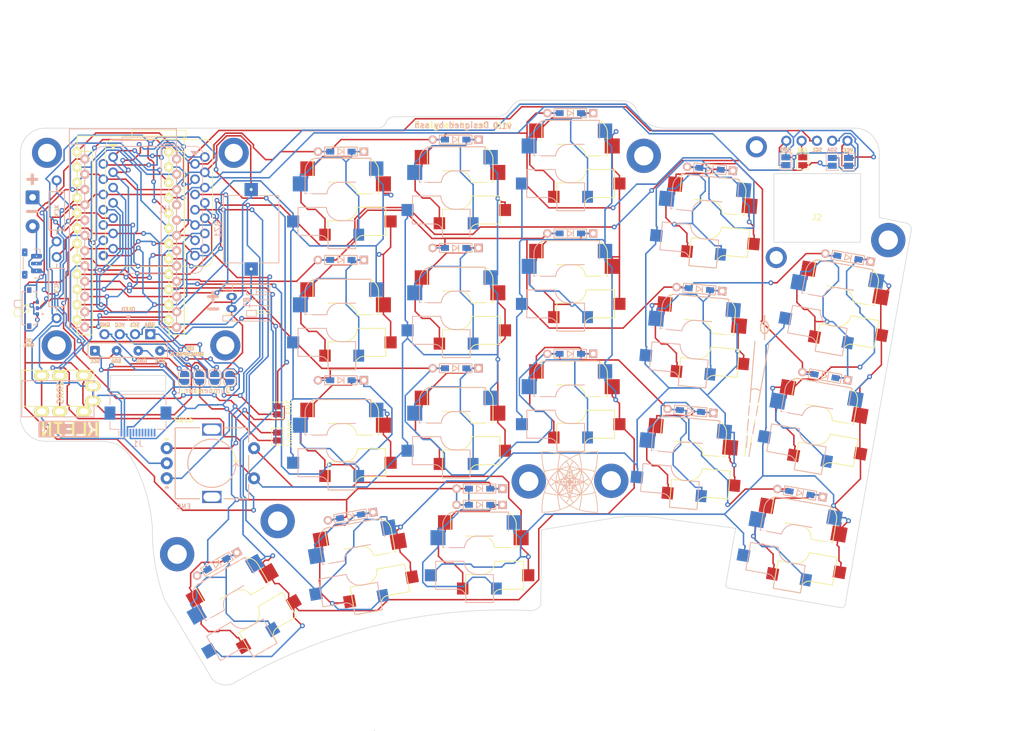
<source format=kicad_pcb>
(kicad_pcb (version 20211014) (generator pcbnew)
  (title_block (title "KLEIN") (rev "v1.0") (comment 4 "Author: ssh"))
  (layers (0 "F.Cu" signal) (31 "B.Cu" signal) (34 "B.Paste" user) (35 "F.Paste" user) (36 "B.SilkS" user "B.Silkscreen") (37 "F.SilkS" user "F.Silkscreen") (38 "B.Mask" user) (39 "F.Mask" user) (44 "Edge.Cuts" user))
  (net 0 "")
  (net 1 "Net-(D1-Pad1)")
  (net 2 "Net-(D2-Pad1)")
  (net 3 "Net-(D3-Pad1)")
  (net 4 "Net-(D4-Pad1)")
  (net 5 "Net-(D5-Pad1)")
  (net 6 "Net-(D6-Pad1)")
  (net 7 "Net-(D7-Pad1)")
  (net 8 "Net-(D8-Pad1)")
  (net 9 "Net-(D9-Pad1)")
  (net 10 "Net-(D10-Pad1)")
  (net 11 "Net-(D11-Pad1)")
  (net 12 "VCC_3V3")
  (net 13 "GND")
  (net 14 "Net-(D12-Pad1)")
  (net 15 "Net-(D13-Pad1)")
  (net 16 "Net-(D14-Pad1)")
  (net 17 "Net-(D15-Pad1)")
  (net 18 "SW16B")
  (net 19 "Net-(D17-Pad1)")
  (net 20 "Net-(D18-Pad1)")
  (net 21 "Net-(D19-Pad1)")
  (net 22 "SCL")
  (net 23 "SDA")
  (net 24 "ROW 0")
  (net 25 "ROW 1")
  (net 26 "COL 0")
  (net 27 "COL 2")
  (net 28 "ROW 3")
  (net 29 "COL 1")
  (net 30 "COL 4")
  (net 31 "COL 3")
  (net 32 "ROW 2")
  (net 33 "unconnected-(U1-Pad14)")
  (net 34 "unconnected-(S1-Pad1)")
  (net 35 "Net-(J5-Pad4)")
  (net 36 "Net-(J5-Pad3)")
  (net 37 "Net-(J5-Pad2)")
  (net 38 "Net-(J5-Pad1)")
  (net 39 "ENC_A")
  (net 40 "ENC_B")
  (net 41 "AUDIO")
  (net 42 "unconnected-(U2-Pad13)")
  (net 43 "TX")
  (net 44 "RX")
  (net 45 "RESET")
  (net 46 "Net-(J2-Pad1)")
  (net 47 "unconnected-(U2-Pad1)")
  (net 48 "BAT+")
  (net 49 "Net-(B1-Pad1)")
  (net 58 "Net-(J2-Pad5)")
  (net 59 "Net-(J2-Pad2)")
  (net 60 "Net-(J2-Pad4)")
  (footprint "display:OLED-128x64" (layer "F.Cu") (at 90.75 81.75 180)
    (fp_text reference "J5" hide)
    (fp_text value "OLED-128x64" hide)
  )
  (footprint "reversible-kicad-footprints:MX-1U-EC11_Switch" (layer "F.Cu") (at 104.775 103.1875)
    (fp_text reference "SW16")
    (fp_text value "RotaryEncoder_Switch")
  )
  (footprint "Jumper:SolderJumper-2_P1.3mm_Open_Pad1.0x1.5mm" (layer "F.Cu") (at 115.7 94.4 90)
    (fp_text reference "JP9" hide)
    (fp_text value "Jumper_2_Open" hide)
  )
  (footprint "Connector_Wire:SolderWire-0.1sqmm_1x04_P3.6mm_D0.4mm_OD1mm" (layer "F.Cu") (at 85.35 84.5)
    (fp_text reference "J3" hide)
    (fp_text value "Conn_01x04")
  )
  (footprint "Jumper:SolderJumper-2_P1.3mm_Open_Pad1.0x1.5mm" (layer "F.Cu") (at 115.7 98.75 90)
    (fp_text reference "JP10" hide)
    (fp_text value "Jumper_2_Open" hide)
  )
  (footprint "kbd:MJ-4PP-9" (layer "F.Cu") (at 73.2 90.725 90)
    (fp_text reference "U3")
    (fp_text value "TRRS" hide)
  )
  (footprint "Lily58-footprint:RESISTOR" (layer "F.Cu") (at 79 74 90)
    (fp_text reference "R2" hide)
    (fp_text value "4.7K" hide)
  )
  (footprint "MountingHole:MountingHole_3.2mm_M3" (layer "F.Cu") (at 113 89.25)
    (fp_text reference "H3" hide)
    (fp_text value "MountingHole")
  )
  (footprint "Logo:klein" (layer "F.Cu") (at 81 97.5)
    (fp_text reference "G3" hide)
    (fp_text value "LOGO" hide)
  )
  (footprint "MountingHole:MountingHole_2.2mm_M2" (layer "F.Cu") (at 114.25 51.25)
    (fp_text reference "H7" hide)
    (fp_text value "MountingHole")
  )
  (footprint "xiao:XIAO-BLE" (layer "F.Cu") (at 96 59.3)
    (fp_text reference "U1" hide)
    (fp_text value "XIAO-BLE")
  )
  (footprint "MountingHole:MountingHole_3.2mm_M3_ISO7380_Pad" (layer "F.Cu") (at 171.1 106.1)
    (fp_text reference "H4" hide)
    (fp_text value "MountingHole")
  )
  (footprint "KLOR:SW_Push_1P1T-MP_NO_Horizontal_Alps_SKRTLAE010_both_sides" (layer "F.Cu") (at 74.75 70 -90)
    (fp_text reference "RSW1" hide)
    (fp_text value "SW_Push")
  )
  (footprint "SSAJ110100:RevSlideSwitch" (layer "F.Cu") (at 74.5 77.5 -90)
    (fp_text reference "S1")
    (fp_text value "EG1218")
  )
  (footprint "reversible-kicad-footprints:Trackpad Mount" (layer "F.Cu") (at 93.0135 67.5944 180)
    (fp_text reference "T1" hide)
    (fp_text value "Trackpad_Mount")
  )
  (footprint "MountingHole:MountingHole_2.2mm_M2_ISO7380_Pad" (layer "F.Cu") (at 195.2 50.6)
    (fp_text reference "H9" hide)
    (fp_text value "MountingHole")
  )
  (footprint "Jumper:SolderJumper-2_P1.3mm_Open_Pad1.0x1.5mm" (layer "F.Cu") (at 200.1 53 -90)
    (fp_text reference "JP12" hide)
    (fp_text value "VCC Jumper" hide)
  )
  (footprint "Lily58-footprint:ProMicro_rev2" (layer "F.Cu") (at 91.2 66.2)
    (fp_text reference "U2" hide)
    (fp_text value "ProMicro" hide)
  )
  (footprint "KLOR:Pimoroni Haptic Buzz DRV2605L Driver" (layer "F.Cu") (at 205.25 60 180)
    (fp_text reference "J2")
    (fp_text value "Haptic Buzz" hide)
  )
  (footprint "MountingHole:MountingHole_2.2mm_M2_ISO7380_Pad" (layer "F.Cu") (at 198.5 69)
    (fp_text reference "H10" hide)
    (fp_text value "MountingHole")
  )
  (footprint "MountingHole:MountingHole_3.2mm_M3_ISO7380_Pad" (layer "F.Cu") (at 217.1 66.1)
    (fp_text reference "H6" hide)
    (fp_text value "MountingHole")
  )
  (footprint "MountingHole:MountingHole_3.2mm_M3_ISO7380_Pad" (layer "F.Cu") (at 157.4 106.2)
    (fp_text reference "H8" hide)
    (fp_text value "MountingHole")
  )
  (footprint "MountingHole:MountingHole_3.2mm_M3_ISO7380_Pad" (layer "F.Cu") (at 176.5 52.1)
    (fp_text reference "H5" hide)
    (fp_text value "MountingHole")
  )
  (footprint "Jumper:SolderJumper-2_P1.3mm_Open_Pad1.0x1.5mm" (layer "F.Cu") (at 210.5 53.1 -90)
    (fp_text reference "JP13" hide)
    (fp_text value "GND Jumper" hide)
  )
  (footprint "Logo:klein_small" (layer "F.Cu") (at 164.2 106.3)
    (fp_text reference "G33" hide)
    (fp_text value "LOGO" hide)
  )
  (footprint "Jumper:SolderJumper-2_P1.3mm_Open_RoundedPad1.0x1.5mm" (layer "F.Cu") (at 105.25 89 -90)
    (fp_text reference "JP2" hide)
    (fp_text value "Jumper_2_Open" hide)
  )
  (footprint "Jumper:SolderJumper-2_P1.3mm_Open_RoundedPad1.0x1.5mm" (layer "F.Cu") (at 102.75 89 -90)
    (fp_text reference "JP3" hide)
    (fp_text value "Jumper_2_Open" hide)
  )
  (footprint "Jumper:SolderJumper-2_P1.3mm_Open_Pad1.0x1.5mm" (layer "F.Cu") (at 202.9 53 -90)
    (fp_text reference "JP16" hide)
    (fp_text value "SolderJumper_2_Open" hide)
  )
  (footprint "MountingHole:MountingHole_3.2mm_M3_ISO7380_Pad" (layer "F.Cu") (at 99.0029 118.2971)
    (fp_text reference "H2" hide)
    (fp_text value "MountingHole")
  )
  (footprint "Lily58-footprint:RESISTOR" (layer "F.Cu") (at 79 61.25 90)
    (fp_text reference "R1" hide)
    (fp_text value "4.7K" hide)
  )
  (footprint "MountingHole:MountingHole_3.2mm_M3_ISO7380_Pad" (layer "F.Cu") (at 115.7 112.8)
    (fp_text reference "H1" hide)
    (fp_text value "MountingHole")
  )
  (footprint "Jumper:SolderJumper-2_P1.3mm_Open_RoundedPad1.0x1.5mm" (layer "F.Cu") (at 107.75 89 -90)
    (fp_text reference "JP1" hide)
    (fp_text value "Jumper_2_Open" hide)
  )
  (footprint "Connector_Wire:SolderWire-0.5sqmm_1x02_P4.8mm_D0.9mm_OD2.3mm" (layer "F.Cu") (at 75 59 -90)
    (fp_text reference "B2" hide)
    (fp_text value "Battery Pads")
  )
  (footprint "Jumper:SolderJumper-2_P1.3mm_Open_RoundedPad1.0x1.5mm" (layer "F.Cu") (at 100.25 89 -90)
    (fp_text reference "JP4" hide)
    (fp_text value "Jumper_2_Open" hide)
  )
  (footprint "Lily58_Pro-footprint:MX_Choc_Hotswap_Mod" (layer "B.Cu") (at 208.623 76.8539 170)
    (fp_text reference "SW5" hide)
    (fp_text value "MX_SW_HS" hide)
  )
  (footprint "Jumper:SolderJumper-2_P1.3mm_Open_RoundedPad1.0x1.5mm" (layer "B.Cu") (at 105.25 89 -90)
    (fp_text reference "JP6" hide)
    (fp_text value "Jumper_2_Open" hide)
  )
  (footprint "Lily58_Pro-footprint:MX_Choc_Hotswap_Mod" (layer "B.Cu") (at 183.75 102.5 175)
    (fp_text reference "SW14" hide)
    (fp_text value "MX_SW_HS" hide)
  )
  (footprint "kbd:D3_TH_SMD" (layer "B.Cu") (at 202.447882 108.1384 170)
    (fp_text reference "D15" hide)
    (fp_text value "DIODE" hide)
  )
  (footprint "Lily58_Pro-footprint:MX_Choc_Hotswap_Mod" (layer "B.Cu") (at 201.6771 116.2462 170)
    (fp_text reference "SW15" hide)
    (fp_text value "MX_SW_HS" hide)
  )
  (footprint "Lily58_Pro-footprint:MX_Choc_Hotswap_Mod" (layer "B.Cu") (at 126.36 59.3 180)
    (fp_text reference "SW1" hide)
    (fp_text value "MX_SW_HS" hide)
  )
  (footprint "kbd:D3_TH_SMD" (layer "B.Cu") (at 126.2063 89.4 180)
    (fp_text reference "D11" hide)
    (fp_text value "DIODE" hide)
  )
  (footprint "kbd:D3_TH_SMD" (layer "B.Cu") (at 164.3063 45 180)
    (fp_text reference "D3" hide)
    (fp_text value "DIODE" hide)
  )
  (footprint "KLOR:Buzzer_Mallory_AST1109MLTRQ_reversible" (layer "B.Cu") (at 111.3 64.3 90)
    (fp_text reference "BZ1")
    (fp_text value "Buzzer")
  )
  (footprint "Lily58_Pro-footprint:MX_Choc_Hotswap_Mod" (layer "B.Cu") (at 164.36 73 180)
    (fp_text reference "SW8" hide)
    (fp_text value "MX_SW_HS" hide)
  )
  (footprint "kbd:D3_TH_SMD" (layer "B.Cu") (at 149.225 107.4 180)
    (fp_text reference "D16" hide)
    (fp_text value "DIODE" hide)
  )
  (footprint "kbd:D3_TH_SMD" (layer "B.Cu") (at 210.4 69 170)
    (fp_text reference "D10" hide)
    (fp_text value "DIODE" hide)
  )
  (footprint "Jumper:SolderJumper-2_P1.3mm_Open_RoundedPad1.0x1.5mm" (layer "B.Cu") (at 107.75 89 -90)
    (fp_text reference "JP5" hide)
    (fp_text value "Jumper_2_Open" hide)
  )
  (footprint "kbd:D3_TH_SMD" (layer "B.Cu") (at 187.5 54.25 175)
    (fp_text reference "D4" hide)
    (fp_text value "DIODE" hide)
  )
  (footprint "Lily58_Pro-footprint:MX_Choc_Hotswap_Mod" (layer "B.Cu") (at 186.9693 62.3505 175)
    (fp_text reference "SW4" hide)
    (fp_text value "MX_SW_HS" hide)
  )
  (footprint "KLOR:JST_PH_reversible" (layer "B.Cu") (at 108.05 75.5 -90)
    (fp_text reference "B1")
    (fp_text value "JST Battery")
  )
  (footprint "Lily58_Pro-footprint:MX_Choc_Hotswap_Mod" (layer "B.Cu") (at 145.36 57.4 180)
    (fp_text reference "SW2" hide)
    (fp_text value "MX_SW_HS" hide)
  )
  (footprint "kbd:D3_TH_SMD" (layer "B.Cu") (at 145.2563 49.4 180)
    (fp_text reference "D2" hide)
    (fp_text value "DIODE" hide)
  )
  (footprint "kbd:D3_TH_SMD" (layer "B.Cu") (at 206.6 88.7 170)
    (fp_text reference "D5" hide)
    (fp_text value "DIODE" hide)
  )
  (footprint "kbd:D3_TH_SMD" (layer "B.Cu") (at 149.225 110.1 180)
    (fp_text reference "D19" hide)
    (fp_text value "DIODE" hide)
  )
  (footprint "Lily58_Pro-footprint:MX_Choc_Hotswap_Mod" (layer "B.Cu") (at 164.36 93 180)
    (fp_text reference "SW13" hide)
    (fp_text value "MX_SW_HS" hide)
  )
  (footprint "kbd:D3_TH_SMD" (layer "B.Cu") (at 145.2563 67.4 180)
    (fp_text reference "D7" hide)
    (fp_text value "DIODE" hide)
  )
  (footprint "Connector_FFC-FPC:Hirose_FH12-12S-0.5SH_1x12-1MP_P0.50mm_Horizontal" (layer "B.Cu") (at 92.5 96.25)
    (fp_text reference "J1")
    (fp_text value "Conn_01x12")
  )
  (footprint "Jumper:SolderJumper-2_P1.3mm_Open_Pad1.0x1.5mm" (layer "B.Cu") (at 200.1 53 -90)
    (fp_text reference "JP11" hide)
    (fp_text value "GND Jumper" hide)
  )
  (footprint "kbd:D3_TH_SMD" (layer "B.Cu") (at 127.8 112 -170)
    (fp_text reference "D18" hide)
    (fp_text value "DIODE" hide)
  )
  (footprint "Lily58_Pro-footprint:MX_Choc_Hotswap_Mod" (layer "B.Cu") (at 109.5 127.1 -150)
    (fp_text reference "SW17" hide)
    (fp_text value "MX_SW_HS" hide)
  )
  (footprint "kbd:D3_TH_SMD" (layer "B.Cu") (at 126.2063 51.4 180)
    (fp_text reference "D1" hide)
    (fp_text value "DIODE" hide)
  )
  (footprint "kbd:D3_TH_SMD" (layer "B.Cu") (at 126.2 69.4 180)
    (fp_text reference "D6" hide)
    (fp_text value "DIODE" hide)
  )
  (footprint "kbd:D3_TH_SMD" (layer "B.Cu") (at 164.3 85 180)
    (fp_text reference "D13" hide)
    (fp_text value "DIODE" hide)
  )
  (footprint "Lily58_Pro-footprint:MX_Choc_Hotswap_Mod" (layer "B.Cu") (at 164.36 53 180)
    (fp_text reference "SW3" hide)
    (fp_text value "MX_SW_HS" hide)
  )
  (footprint "Jumper:SolderJumper-2_P1.3mm_Open_Pad1.0x1.5mm" (layer "B.Cu") (at 207.8 53.1 -90)
    (fp_text reference "JP17" hide)
    (fp_text value "SolderJumper_2_Open" hide)
  )
  (footprint "Lily58_Pro-footprint:MX_Choc_Hotswap_Mod" (layer "B.Cu") (at 126.36 79.4 180)
    (fp_text reference "SW6" hide)
    (fp_text value "MX_SW_HS" hide)
  )
  (footprint "Logo:klein_small" (layer "B.Cu") (at 164.2 106.3 180)
    (fp_text reference "G34" hide)
    (fp_text value "LOGO" hide)
  )
  (footprint "Jumper:SolderJumper-2_P1.3mm_Open_RoundedPad1.0x1.5mm" (layer "B.Cu") (at 100.25 89 -90)
    (fp_text reference "JP8" hide)
    (fp_text value "Jumper_2_Open" hide)
  )
  (footprint "Lily58_Pro-footprint:MX_Choc_Hotswap_Mod" (layer "B.Cu") (at 145.36 77.4 180)
    (fp_text reference "SW7" hide)
    (fp_text value "MX_SW_HS" hide)
  )
  (footprint "kbd:D3_TH_SMD" (layer "B.Cu") (at 105.6191 119.95 -150)
    (fp_text reference "D17" hide)
    (fp_text value "DIODE" hide)
  )
  (footprint "Lily58_Pro-footprint:MX_Choc_Hotswap_Mod" (layer "B.Cu") (at 126.36 99.4 180)
    (fp_text reference "SW11" hide)
    (fp_text value "MX_SW_HS" hide)
  )
  (footprint "kbd:D3_TH_SMD" (layer "B.Cu") (at 184.25 94.5 175)
    (fp_text reference "D14" hide)
    (fp_text value "DIODE" hide)
  )
  (footprint "Logo:klein" (layer "B.Cu") (at 81 97.5 180)
    (fp_text reference "G4" hide)
    (fp_text value "LOGO" hide)
  )
  (footprint "Jumper:SolderJumper-2_P1.3mm_Open_RoundedPad1.0x1.5mm" (layer "B.Cu") (at 102.75 89 -90)
    (fp_text reference "JP7" hide)
    (fp_text value "Jumper_2_Open" hide)
  )
  (footprint "kbd:D3_TH_SMD" (layer "B.Cu") (at 164.3 65 180)
    (fp_text reference "D8" hide)
    (fp_text value "DIODE" hide)
  )
  (footprint "Lily58_Pro-footprint:MX_Choc_Hotswap_Mod" (layer "B.Cu") (at 205.15 96.55 170)
    (fp_text reference "SW10" hide)
    (fp_text value "MX_SW_HS" hide)
  )
  (footprint "Lily58_Pro-footprint:MX_Choc_Hotswap_Mod" (layer "B.Cu") (at 185.2262 82.2744 175)
    (fp_text reference "SW9" hide)
    (fp_text value "MX_SW_HS" hide)
  )
  (footprint "kbd:D3_TH_SMD" (layer "B.Cu") (at 145.2563 87.4 180)
    (fp_text reference "D12" hide)
    (fp_text value "DIODE" hide)
  )
  (footprint "Jumper:SolderJumper-2_P1.3mm_Open_Pad1.0x1.5mm" (layer "B.Cu") (at 210.5 53.1 -90)
    (fp_text reference "JP14" hide)
    (fp_text value "VCC Jumper" hide)
  )
  (footprint "Lily58_Pro-footprint:MX_Choc_Hotswap_Mod" (layer "B.Cu") (at 149.225 118.1 180)
    (fp_text reference "SW19" hide)
    (fp_text value "MX_SW_HS" hide)
  )
  (footprint "Lily58_Pro-footprint:MX_Choc_Hotswap_Mod" (layer "B.Cu") (at 145.36 97.4 180)
    (fp_text reference "SW12" hide)
    (fp_text value "MX_SW_HS" hide)
  )
  (footprint "Lily58_Pro-footprint:MX_Choc_Hotswap_Mod" (layer "B.Cu") (at 129.3813 119.8562 -170)
    (fp_text reference "SW18" hide)
    (fp_text value "MX_SW_HS" hide)
  )
  (footprint "kbd:D3_TH_SMD" (layer "B.Cu") (at 185.7318 74.25 175)
    (fp_text reference "D9" hide)
    (fp_text value "DIODE" hide)
  )
  (gr_rect (start 84.2 85.6) (end 97.4 83.2) (layer "B.SilkS") (width 0.15) (fill none))
  (gr_line (start 193.94721 102.097811) (end 194.349308 99.824418) (layer "B.SilkS") (width 0.15))
  (gr_line (start 195.555605 93.004238) (end 197.283934 83.269873) (layer "B.SilkS") (width 0.15))
  (gr_arc (start 194.279344 91.005824) (mid 195.117684 90.82914) (end 195.876589 91.22675) (layer "B.SilkS") (width 0.15))
  (gr_line (start 194.122195 93.137795) (end 194.949304 82.90313) (layer "B.SilkS") (width 0.15))
  (gr_line (start 194.592647 98.336706) (end 194.913633 96.559217) (layer "B.SilkS") (width 0.15))
  (gr_poly (pts (xy 90.6 78.699994) (xy 90.900001 79.299994) (xy 91.200001 78.699997)) (layer "B.SilkS") (width 0.2) (fill solid))
  (gr_line (start 193.704366 97.78811) (end 193.870991 95.813968) (layer "B.SilkS") (width 0.15))
  (gr_line (start 195.179387 95.18104) (end 195.448609 93.596735) (layer "B.SilkS") (width 0.15))
  (gr_line (start 193.523874 100.586757) (end 193.690498 98.612615) (layer "B.SilkS") (width 0.15))
  (gr_line (start 193.881393 95.195589) (end 194.015198 93.730291) (layer "B.SilkS") (width 0.15))
  (gr_poly (pts (xy 98.399996 84.799997) (xy 97.8 85.099998) (xy 98.4 85.4)) (layer "B.SilkS") (width 0.2) (fill solid))
  (gr_poly (pts (xy 98.4 85.4) (xy 97.8 85.1) (xy 98.4 84.8)) (layer "F.SilkS") (width 0.2) (fill solid))
  (gr_line (start 194.45 98.7) (end 194.1 100.65) (layer "F.SilkS") (width 0.15))
  (gr_line (start 195 95.95) (end 194.65 97.9) (layer "F.SilkS") (width 0.15))
  (gr_rect (start 84.2 83.2) (end 97.4 85.6) (layer "F.SilkS") (width 0.15) (fill none))
  (gr_arc (start 194.25 91) (mid 195.080498 90.81167) (end 195.85 91.2) (layer "F.SilkS") (width 0.15))
  (gr_line (start 197.3 83.2) (end 195.45 93.3) (layer "F.SilkS") (width 0.15))
  (gr_line (start 193.8 96.4) (end 193.65 98.2) (layer "F.SilkS") (width 0.15))
  (gr_poly (pts (xy 91.200001 78.699997) (xy 90.9 79.299997) (xy 90.6 78.7)) (layer "F.SilkS") (width 0.2) (fill solid))
  (gr_line (start 195.4 93.9) (end 195.15 95.35) (layer "F.SilkS") (width 0.15))
  (gr_line (start 193.5 99.7) (end 193.3 102) (layer "F.SilkS") (width 0.15))
  (gr_line (start 194.05 93.4) (end 193.9 95) (layer "F.SilkS") (width 0.15))
  (gr_line (start 194.95 82.95) (end 194.1 92.8) (layer "F.SilkS") (width 0.15))
  (gr_line (start 180 112.398557) (end 191.75 114) (layer "Edge.Cuts") (width 0.1))
  (gr_arc (start 131.7625 147.6375) (mid 131.7625 147.6375) (end 131.7625 147.6375) (layer "Edge.Cuts") (width 0.1))
  (gr_arc (start 86.65 99.55) (mid 89.489687 100.343227) (end 91.5 102.5) (layer "Edge.Cuts") (width 0.1))
  (gr_line (start 152.3 45.6) (end 135 45.603643) (layer "Edge.Cuts") (width 0.1))
  (gr_line (start 77.117666 99.524883) (end 86.65 99.55) (layer "Edge.Cuts") (width 0.1))
  (gr_line (start 209.3 127.2) (end 190.55 123.95) (layer "Edge.Cuts") (width 0.1))
  (gr_line (start 156.179083 42.830632) (end 173.020917 42.930632) (layer "Edge.Cuts") (width 0.1))
  (gr_line (start 104.8 139) (end 96.9 125.8) (layer "Edge.Cuts") (width 0.1))
  (gr_line (start 180 47.5) (end 211.795834 47.5) (layer "Edge.Cuts") (width 0.1))
  (gr_line (start 72.967665 95.456132) (end 72.98125 51.65) (layer "Edge.Cuts") (width 0.1))
  (gr_arc (start 209.95 126.7) (mid 209.717235 127.069908) (end 209.3 127.2) (layer "Edge.Cuts") (width 0.1))
  (gr_arc (start 159.39375 126.69) (mid 158.549943 127.487896) (end 157.4 127.65) (layer "Edge.Cuts") (width 0.1))
  (gr_arc (start 133.65 46.65) (mid 134.162614 45.917312) (end 135 45.603643) (layer "Edge.Cuts") (width 0.1))
  (gr_arc (start 220 63.25) (mid 220.708883 63.688604) (end 220.9 64.5) (layer "Edge.Cuts") (width 0.1))
  (gr_arc (start 91.5 102.5) (mid 93.832692 108.062943) (end 94.9 114) (layer "Edge.Cuts") (width 0.1))
  (gr_arc (start 133.65 46.65) (mid 133.11692 47.300403) (end 132.3 47.5) (layer "Edge.Cuts") (width 0.1))
  (gr_arc (start 72.98125 51.65) (mid 74.156132 48.732334) (end 77.05 47.5) (layer "Edge.Cuts") (width 0.1))
  (gr_arc (start 211.795834 47.5) (mid 214.629898 48.962131) (end 215.6 52) (layer "Edge.Cuts") (width 0.1))
  (gr_rect (start 198.1 55.05) (end 212.5 66.45) (layer "Edge.Cuts") (width 0.1) (fill none))
  (gr_arc (start 77.117666 99.524883) (mid 74.200001 98.35) (end 72.967665 95.456132) (layer "Edge.Cuts") (width 0.1))
  (gr_line (start 215.6 52) (end 215.6 62.35) (layer "Edge.Cuts") (width 0.1))
  (gr_arc (start 154.3 44.3) (mid 155.073898 43.353486) (end 156.179083 42.830632) (layer "Edge.Cuts") (width 0.1))
  (gr_line (start 77.05 47.5) (end 132.3 47.5) (layer "Edge.Cuts") (width 0.1))
  (gr_arc (start 154.3 44.3) (mid 153.446552 45.175464) (end 152.3 45.6) (layer "Edge.Cuts") (width 0.1))
  (gr_arc (start 108.9 139.45) (mid 132.307928 130.088942) (end 157.4 127.65) (layer "Edge.Cuts") (width 0.1))
  (gr_arc (start 176.5 46.3) (mid 175.835874 45.578461) (end 175.4 44.7) (layer "Edge.Cuts") (width 0.1))
  (gr_arc (start 96.9 125.8) (mid 95.350405 119.993152) (end 94.9 114) (layer "Edge.Cuts") (width 0.1))
  (gr_rect (start 87.875 88.6) (end 97.125 91.2) (layer "Edge.Cuts") (width 0.1) (fill none))
  (gr_arc (start 171.95 112.198557) (mid 175.982417 112.000005) (end 180 112.398557) (layer "Edge.Cuts") (width 0.1))
  (gr_line (start 159.5 114.248557) (end 159.39375 126.69) (layer "Edge.Cuts") (width 0.1))
  (gr_line (start 159.5 114.248557) (end 171.95 112.198557) (layer "Edge.Cuts") (width 0.1))
  (gr_arc (start 180 47.5) (mid 178.149844 47.192121) (end 176.5 46.3) (layer "Edge.Cuts") (width 0.1))
  (gr_arc (start 108.9 139.45) (mid 106.763125 140.016523) (end 104.8 139) (layer "Edge.Cuts") (width 0.1))
  (gr_arc (start 173.020917 42.930632) (mid 174.511229 43.410903) (end 175.4 44.7) (layer "Edge.Cuts") (width 0.1))
  (gr_line (start 220.9 64.5) (end 209.95 126.7) (layer "Edge.Cuts") (width 0.1))
  (gr_line (start 191.75 114) (end 190.15 123.3) (layer "Edge.Cuts") (width 0.1))
  (gr_line (start 215.6 62.35) (end 220 63.25) (layer "Edge.Cuts") (width 0.1))
  (gr_arc (start 190.55 123.95) (mid 190.22202 123.703753) (end 190.15 123.3) (layer "Edge.Cuts") (width 0.1))
  (gr_text "-" (at 105 77.4) (layer "B.SilkS") (effects (font (size 2 2) (thickness 0.5)) (justify mirror)))
  (gr_text "+" (at 105.1 75.5 -90) (layer "B.SilkS") (effects (font (size 2 2) (thickness 0.5)) (justify mirror)))
  (gr_text "GND" (at 86.975 80.175) (layer "B.SilkS") (effects (font (size 0.6 0.6)) (justify mirror)))
  (gr_text "V" (at 89.75 99.05) (layer "B.SilkS") (effects (font (size 0.4 0.4) (thickness 0.05)) (justify mirror)))
  (gr_text "GND" (at 93.1 86.2) (layer "B.SilkS") (effects (font (size 0.6 0.6)) (justify mirror)))
  (gr_text "VCC" (at 89.475 80.2) (layer "B.SilkS") (effects (font (size 0.6 0.6)) (justify mirror)))
  (gr_text "SCL" (at 205.3 51.1) (layer "B.SilkS") (effects (font (size 0.6 0.6)) (justify mirror)))
  (gr_text "VCC" (at 96.1 86.2) (layer "B.SilkS") (effects (font (size 0.6 0.6)) (justify mirror)))
  (gr_text "v1.0" (at 153 47.1) (layer "B.SilkS") (effects (font (size 1 1) (thickness 0.2)) (justify mirror)))
  (gr_text "G" (at 90.25 99.05) (layer "B.SilkS") (effects (font (size 0.4 0.4) (thickness 0.05)) (justify mirror)))
  (gr_text "SDA" (at 94.45 80.15) (layer "B.SilkS") (effects (font (size 0.6 0.6)) (justify mirror)))
  (gr_text "Designed by ssh" (at 144.6 47) (layer "B.SilkS") (effects (font (size 1 1) (thickness 0.2)) (justify mirror)))
  (gr_text "SDA" (at 88.9 86.2) (layer "B.SilkS") (effects (font (size 0.6 0.6)) (justify mirror)))
  (gr_text "SDA" (at 207.8 51.1) (layer "B.SilkS") (effects (font (size 0.6 0.6)) (justify mirror)))
  (gr_text "-" (at 74.9 61.2) (layer "B.SilkS") (effects (font (size 2 2) (thickness 0.5)) (justify mirror)))
  (gr_text "SCL" (at 91.95 80.175) (layer "B.SilkS") (effects (font (size 0.6 0.6)) (justify mirror)))
  (gr_text "4.7K" (at 78.95 61.25 -90) (layer "B.SilkS") (effects (font (size 0.6 0.6)) (justify mirror)))
  (gr_text "Jumper for L\n" (at 103.3 91.1) (layer "B.SilkS") (effects (font (size 0.9 0.9) (thickness 0.125)) (justify mirror)))
  (gr_text "+" (at 75.1 56 -90) (layer "B.SilkS") (effects (font (size 2 2) (thickness 0.5)) (justify mirror)))
  (gr_text "ϕ" (at 196.55 80.25) (layer "B.SilkS") (effects (font (size 3 2) (thickness 0.2)) (justify mirror)))
  (gr_text "I2C\nTOUCHPAD" (at 101.1 84.6) (layer "B.SilkS") (effects (font (size 0.6 0.6)) (justify mirror)))
  (gr_text "GND" (at 200.1 51.1) (layer "B.SilkS") (effects (font (size 0.6 0.6)) (justify mirror)))
  (gr_text "VCC" (at 210.4 51.2) (layer "B.SilkS") (effects (font (size 0.6 0.6)) (justify mirror)))
  (gr_text "I2C\nTRRS" (at 74.4 83.2) (layer "B.SilkS") (effects (font (size 0.5 0.5) (thickness 0.125)) (justify mirror)))
  (gr_text "4.7K" (at 78.9 74 -90) (layer "B.SilkS") (effects (font (size 0.6 0.6)) (justify mirror)))
  (gr_text "OLED" (at 90.9 77.6) (layer "B.SilkS") (effects (font (size 0.6 0.6)) (justify mirror)))
  (gr_text "SCL" (at 85.4 86.2) (layer "B.SilkS") (effects (font (size 0.6 0.6)) (justify mirror)))
  (gr_text "+" (at 74.800002 56 90) (layer "F.SilkS") (effects (font (size 2 2) (thickness 0.5))))
  (gr_text "v1.0" (at 153 47.1) (layer "F.SilkS") (effects (font (size 1 1) (thickness 0.2))))
  (gr_text "-" (at 74.9 61.5 180) (layer "F.SilkS") (effects (font (size 2 2) (thickness 0.5))))
  (gr_text "VCC" (at 96.2 86.2) (layer "F.SilkS") (effects (font (size 0.6 0.6))))
  (gr_text "SDA" (at 88.9 86.2) (layer "F.SilkS") (effects (font (size 0.6 0.6))))
  (gr_text "VCC" (at 92 80.3) (layer "F.SilkS") (effects (font (size 0.6 0.6))))
  (gr_text "GND" (at 210.4 51.2) (layer "F.SilkS") (effects (font (size 0.6 0.6))))
  (gr_text "ϕ" (at 196.6 80.25) (layer "F.SilkS") (effects (font (size 3 2) (thickness 0.2))))
  (gr_text "SCL" (at 205.3 51.1) (layer "F.SilkS") (effects (font (size 0.6 0.6))))
  (gr_text "SCL" (at 85.4 86.2) (layer "F.SilkS") (effects (font (size 0.6 0.6))))
  (gr_text "SDA" (at 202.8 51.1) (layer "F.SilkS") (effects (font (size 0.6 0.6))))
  (gr_text "+" (at 104.800002 75.5 90) (layer "F.SilkS") (effects (font (size 2 2) (thickness 0.5))))
  (gr_text "4.7K" (at 79 61.25 90) (layer "F.SilkS") (effects (font (size 0.6 0.6))))
  (gr_text "4.7K" (at 79 74 90) (layer "F.SilkS") (effects (font (size 0.6 0.6))))
  (gr_text "GND" (at 93.1 86.2) (layer "F.SilkS") (effects (font (size 0.6 0.6))))
  (gr_text "Designed by ssh" (at 144.6 47) (layer "F.SilkS") (effects (font (size 1 1) (thickness 0.2))))
  (gr_text "SCL" (at 89.5 80.3) (layer "F.SilkS") (effects (font (size 0.6 0.6))))
  (gr_text "I2C\nTRRS" (at 74.4 83.2) (layer "F.SilkS") (effects (font (size 0.5 0.5) (thickness 0.125))))
  (gr_text "Jumper for R\n" (at 103.4 91.1) (layer "F.SilkS") (effects (font (size 0.9 0.9) (thickness 0.125))))
  (gr_text "VCC" (at 200.1 51.1) (layer "F.SilkS") (effects (font (size 0.6 0.6))))
  (gr_text "I2C\nTOUCHPAD" (at 101.2 84.6) (layer "F.SilkS") (effects (font (size 0.6 0.6))))
  (gr_text "Jumper ENC" (at 117.6 96.6 90) (layer "F.SilkS") (effects (font (size 0.9 0.9) (thickness 0.125))))
  (gr_text "GND" (at 94.5 80.3) (layer "F.SilkS") (effects (font (size 0.6 0.6))))
  (gr_text "OLED" (at 90.9 77.6) (layer "F.SilkS") (effects (font (size 0.6 0.6))))
  (gr_text "SDA" (at 87.1 80.3) (layer "F.SilkS") (effects (font (size 0.6 0.6))))
  (gr_text "-" (at 105 77.7 180) (layer "F.SilkS") (effects (font (size 2 2) (thickness 0.5))))
  (segment (start 121.2388 54.22) (end 120.66 54.22) (width 0.25) (layer "F.Cu") (net 1))
  (segment (start 120.7227 60.9954) (end 119.5728 59.8455) (width 0.25) (layer "F.Cu") (net 1))
  (segment (start 123.2587 52.2001) (end 121.2388 54.22) (width 0.25) (layer "F.Cu") (net 1))
  (segment (start 119.5728 56.8323) (end 120.66 55.7451) (width 0.25) (layer "F.Cu") (net 1))
  (segment (start 123.56 62.5673) (end 121.9881 60.9954) (width 0.25) (layer "F.Cu") (net 1))
  (segment (start 121.9881 60.9954) (end 120.7227 60.9954) (width 0.25) (layer "F.Cu") (net 1))
  (segment (start 127.9813 51.4) (end 127.9813 52.2001) (width 0.25) (layer "F.Cu") (net 1))
  (segment (start 119.5728 59.8455) (end 119.5728 56.8323) (width 0.25) (layer "F.Cu") (net 1))
  (segment (start 120.66 54.22) (end 120.66 55.7451) (width 0.25) (layer "F.Cu") (net 1))
  (segment (start 123.56 65.2) (end 123.56 62.5673) (width 0.25) (layer "F.Cu") (net 1))
  (segment (start 127.9813 52.2001) (end 123.2587 52.2001) (width 0.25) (layer "F.Cu") (net 1))
  (segment (start 130.0163 51.4) (end 127.9813 51.4) (width 0.25) (layer "F.Cu") (net 1))
  (segment (start 126.3108 52.3948) (end 127.0487 53.1327) (width 0.25) (layer "B.Cu") (net 1))
  (segment (start 127.9813 51.4) (end 130.0163 51.4) (width 0.25) (layer "B.Cu") (net 1))
  (segment (start 129.16 65.2) (end 129.16 58.7966) (width 0.25) (layer "B.Cu") (net 1))
  (segment (start 127.0487 56.6853) (end 127.0487 53.1327) (width 0.25) (layer "B.Cu") (net 1))
  (segment (start 120.1812 55.1849) (end 122.9713 52.3948) (width 0.25) (layer "B.Cu") (net 1))
  (segment (start 127.0487 53.1327) (end 127.9813 52.2001) (width 0.25) (layer "B.Cu") (net 1))
  (segment (start 122.9713 52.3948) (end 126.3108 52.3948) (width 0.25) (layer "B.Cu") (net 1))
  (segment (start 127.9813 51.4) (end 127.9813 52.2001) (width 0.25) (layer "B.Cu") (net 1))
  (segment (start 119.46 55.1849) (end 120.1812 55.1849) (width 0.25) (layer "B.Cu") (net 1))
  (segment (start 119.46 56.76) (end 119.46 55.1849) (width 0.25) (layer "B.Cu") (net 1))
  (segment (start 129.16 58.7966) (end 127.0487 56.6853) (width 0.25) (layer "B.Cu") (net 1))
  (segment (start 139.66 52.32) (end 139.66 53.8451) (width 0.25) (layer "F.Cu") (net 2))
  (segment (start 141.0038 59.1111) (end 139.761 59.1111) (width 0.25) (layer "F.Cu") (net 2))
  (segment (start 142.56 60.6673) (end 141.0038 59.1111) (width 0.25) (layer "F.Cu") (net 2))
  (segment (start 138.5294 54.9757) (end 139.66 53.8451) (width 0.25) (layer "F.Cu") (net 2))
  (segment (start 147.0313 49.4) (end 149.0663 49.4) (width 0.25) (layer "F.Cu") (net 2))
  (segment (start 146.8077 50.4237) (end 141.5563 50.4237) (width 0.25) (layer "F.Cu") (net 2))
  (segment (start 139.761 59.1111) (end 138.5294 57.8795) (width 0.25) (layer "F.Cu") (net 2))
  (segment (start 141.5563 50.4237) (end 139.66 52.32) (width 0.25) (layer "F.Cu") (net 2))
  (segment (start 142.56 63.3) (end 142.56 60.6673) (width 0.25) (layer "F.Cu") (net 2))
  (segment (start 138.5294 57.8795) (end 138.5294 54.9757) (width 0.25) (layer "F.Cu") (net 2))
  (segment (start 147.0313 50.2001) (end 146.8077 50.4237) (width 0.25) (layer "F.Cu") (net 2))
  (segment (start 147.0313 49.4) (end 147.0313 50.2001) (width 0.25) (layer "F.Cu") (net 2))
  (segment (start 146.0483 54.7849) (end 146.0483 50.4237) (width 0.25) (layer "B.Cu") (net 2))
  (segment (start 147.0313 49.4) (end 149.0663 49.4) (width 0.25) (layer "B.Cu") (net 2))
  (segment (start 148.16 63.3) (end 148.16 56.8966) (width 0.25) (layer "B.Cu") (net 2))
  (segment (start 138.46 54.86) (end 138.46 53.2849) (width 0.25) (layer "B.Cu") (net 2))
  (segment (start 141.3212 50.4237) (end 138.46 53.2849) (width 0.25) (layer "B.Cu") (net 2))
  (segment (start 147.0313 50.2001) (end 146.8077 50.4237) (width 0.25) (layer "B.Cu") (net 2))
  (segment (start 148.16 56.8966) (end 146.0483 54.7849) (width 0.25) (layer "B.Cu") (net 2))
  (segment (start 146.0483 50.4237) (end 141.3212 50.4237) (width 0.25) (layer "B.Cu") (net 2))
  (segment (start 146.8077 50.4237) (end 146.0483 50.4237) (width 0.25) (layer "B.Cu") (net 2))
  (segment (start 147.0313 49.4) (end 147.0313 50.2001) (width 0.25) (layer "B.Cu") (net 2))
  (segment (start 158.66 48.3686) (end 161.2285 45.8001) (width 0.25) (layer "F.Cu") (net 3))
  (segment (start 161.56 58.9) (end 161.56 56.2673) (width 0.25) (layer "F.Cu") (net 3))
  (segment (start 159.7986 54.5059) (end 158.5018 54.5059) (width 0.25) (layer "F.Cu") (net 3))
  (segment (start 157.5669 50.5382) (end 158.66 49.4451) (width 0.25) (layer "F.Cu") (net 3))
  (segment (start 161.2285 45.8001) (end 166.0813 45.8001) (width 0.25) (layer "F.Cu") (net 3))
  (segment (start 158.66 48.3686) (end 158.66 49.4451) (width 0.25) (layer "F.Cu") (net 3))
  (segment (start 166.0813 45) (end 166.0813 45.8001) (width 0.25) (layer "F.Cu") (net 3))
  (segment (start 158.66 47.92) (end 158.66 48.3686) (width 0.25) (layer "F.Cu") (net 3))
  (segment (start 168.1163 45) (end 166.0813 45) (width 0.25) (layer "F.Cu") (net 3))
  (segment (start 157.5669 53.571) (end 157.5669 50.5382) (width 0.25) (layer "F.Cu") (net 3))
  (segment (start 158.5018 54.5059) (end 157.5669 53.571) (width 0.25) (layer "F.Cu") (net 3))
  (segment (start 161.56 56.2673) (end 159.7986 54.5059) (width 0.25) (layer "F.Cu") (net 3))
  (segment (start 157.46 48.8849) (end 160.2556 46.0893) (width 0.25) (layer "B.Cu") (net 3))
  (segment (start 167.16 52.4966) (end 164.3601 49.6967) (width 0.25) (layer "B.Cu") (net 3))
  (segment (start 164.3601 49.6967) (end 164.3601 46.0893) (width 0.25) (layer "B.Cu") (net 3))
  (segment (start 166.0813 45.4) (end 166.0813 45.8001) (width 0.25) (layer "B.Cu") (net 3))
  (segment (start 166.6927 45.4) (end 167.0927 45) (width 0.25) (layer "B.Cu") (net 3))
  (segment (start 164.3601 46.0893) (end 164.6493 45.8001) (width 0.25) (layer "B.Cu") (net 3))
  (segment (start 164.6493 45.8001) (end 166.0813 45.8001) (width 0.25) (layer "B.Cu") (net 3))
  (segment (start 166.0813 45.4) (end 166.6927 45.4) (width 0.25) (layer "B.Cu") (net 3))
  (segment (start 160.2556 46.0893) (end 164.3601 46.0893) (width 0.25) (layer "B.Cu") (net 3))
  (segment (start 157.46 50.46) (end 157.46 48.8849) (width 0.25) (layer "B.Cu") (net 3))
  (segment (start 166.0813 45) (end 166.0813 45.4) (width 0.25) (layer "B.Cu") (net 3))
  (segment (start 168.1163 45) (end 167.0927 45) (width 0.25) (layer "B.Cu") (net 3))
  (segment (start 167.16 58.9) (end 167.16 52.4966) (width 0.25) (layer "B.Cu") (net 3))
  (segment (start 183.6657 64.9912) (end 182.4011 63.7266) (width 0.25) (layer "F.Cu") (net 4))
  (segment (start 183.3859 55.1408) (end 181.8783 55.1408) (width 0.25) (layer "F.Cu") (net 4))
  (segment (start 183.5098 55.0169) (end 183.3859 55.1408) (width 0.25) (layer "F.Cu") (net 4))
  (segment (start 187.5238 55.0169) (end 183.5098 55.0169) (width 0.25) (layer "F.Cu") (net 4))
  (segment (start 189.2682 54.4047) (end 188.2271 54.3136) (width 0.25) (layer "F.Cu") (net 4))
  (segment (start 181.589 58.4453) (end 181.5891 58.4453) (width 0.25) (layer "F.Cu") (net 4))
  (segment (start 181.7337 56.793) (end 181.8783 55.1408) (width 0.25) (layer "F.Cu") (net 4))
  (segment (start 181.5586 63.4608) (end 181.2487 63.4608) (width 0.25) (layer "F.Cu") (net 4))
  (segment (start 182.4011 63.7266) (end 181.8244 63.7266) (width 0.25) (layer "F.Cu") (net 4))
  (segment (start 181.2487 63.4608) (end 180.1817 62.3938) (width 0.25) (layer "F.Cu") (net 4))
  (segment (start 180.1817 62.3938) (end 180.1817 59.8526) (width 0.25) (layer "F.Cu") (net 4))
  (segment (start 183.7909 66.5528) (end 183.6657 66.4276) (width 0.25) (layer "F.Cu") (net 4))
  (segment (start 183.6657 67.984) (end 183.791 66.5528) (width 0.25) (layer "F.Cu") (net 4))
  (segment (start 183.791 66.5528) (end 183.7909 66.5528) (width 0.25) (layer "F.Cu") (net 4))
  (segment (start 181.8244 63.7266) (end 181.5586 63.4608) (width 0.25) (layer "F.Cu") (net 4))
  (segment (start 183.6657 66.4276) (end 183.6657 64.9912) (width 0.25) (layer "F.Cu") (net 4))
  (segment (start 190.1866 54.485) (end 190.1866 54.4851) (width 0.25) (layer "F.Cu") (net 4))
  (segment (start 191.2955 54.5821) (end 190.1866 54.485) (width 0.25) (layer "F.Cu") (net 4))
  (segment (start 190.1866 54.4851) (end 189.3486 54.4851) (width 0.25) (layer "F.Cu") (net 4))
  (segment (start 181.7337 56.793) (end 181.5891 58.4453) (width 0.25) (layer "F.Cu") (net 4))
  (segment (start 188.2271 54.3136) (end 187.5238 55.0169) (width 0.25) (layer "F.Cu") (net 4))
  (segment (start 180.1817 59.8526) (end 181.589 58.4453) (width 0.25) (layer "F.Cu") (net 4))
  (segment (start 189.3486 54.4851) (end 189.2682 54.4047) (width 0.25) (layer "F.Cu") (net 4))
  (via (at 181.5586 63.4608) (size 0.8) (drill 0.4) (layers "F.Cu" "B.Cu") (net 4))
  (segment (start 190.1866 54.485) (end 190.1866 54.4851) (width 0.25) (layer "B.Cu") (net 4))
  (segment (start 191.2955 54.5821) (end 190.1866 54.485) (width 0.25) (layer "B.Cu") (net 4))
  (segment (start 180.3169 59.2188) (end 180.4663 57.5124) (width 0.25) (layer "B.Cu") (net 4))
  (segment (start 184.0919 55.211) (end 185.6083 55.211) (width 0.25) (layer "B.Cu") (net 4))
  (segment (start 184.5907 63.3407) (end 181.6787 63.3407) (width 0.25) (layer "B.Cu") (net 4))
  (segment (start 188.2952 67.0452) (end 189.3693 67.0452) (width 0.25) (layer "B.Cu") (net 4))
  (segment (start 185.9112 58.738) (end 185.9112 59.9149) (width 0.25) (layer "B.Cu") (net 4))
  (segment (start 184.5907 63.3407) (end 188.2952 67.0452) (width 0.25) (layer "B.Cu") (net 4))
  (segment (start 184.5907 61.2354) (end 184.5907 63.3407) (width 0.25) (layer "B.Cu") (net 4))
  (segment (start 185.6083 55.211) (end 186.711 56.3137) (width 0.25) (layer "B.Cu") (net 4))
  (segment (start 189.3486 54.4851) (end 189.2682 54.4047) (width 0.25) (layer "B.Cu") (net 4))
  (segment (start 181.7905 57.5124) (end 184.0919 55.211) (width 0.25) (layer "B.Cu") (net 4))
  (segment (start 186.711 57.9382) (end 185.9112 58.738) (width 0.25) (layer "B.Cu") (net 4))
  (segment (start 189.2444 68.4721) (end 189.3693 67.0452) (width 0.25) (layer "B.Cu") (net 4))
  (segment (start 186.711 56.3137) (end 186.711 57.9382) (width 0.25) (layer "B.Cu") (net 4))
  (segment (start 185.9112 59.9149) (end 184.5907 61.2354) (width 0.25) (layer "B.Cu") (net 4))
  (segment (start 190.1866 54.4851) (end 189.3486 54.4851) (width 0.25) (layer "B.Cu") (net 4))
  (segment (start 181.6787 63.3407) (end 181.5586 63.4608) (width 0.25) (layer "B.Cu") (net 4))
  (segment (start 180.4663 57.5124) (end 181.7905 57.5124) (width 0.25) (layer "B.Cu") (net 4))
  (segment (start 204.9161 79.453) (end 205.11 79.6469) (width 0.25) (layer "F.Cu") (net 5))
  (segment (start 205.11 79.6469) (end 206.926 79.6469) (width 0.25) (layer "F.Cu") (net 5))
  (segment (start 209.998744 89.008226) (end 210.352118 89.3616) (width 0.25) (layer "F.Cu") (net 5))
  (segment (start 201.9269 74.2813) (end 201.9269 76.4449) (width 0.25) (layer "F.Cu") (net 5))
  (segment (start 203.7028 77.6228) (end 204.9161 78.8361) (width 0.25) (layer "F.Cu") (net 5))
  (segment (start 201.9269 76.4449) (end 203.1048 77.6228) (width 0.25) (layer "F.Cu") (net 5))
  (segment (start 203.8917 70.8613) (end 203.5803 72.628) (width 0.25) (layer "F.Cu") (net 5))
  (segment (start 204.9161 78.8361) (end 204.9161 79.453) (width 0.25) (layer "F.Cu") (net 5))
  (segment (start 203.1048 77.6228) (end 203.7028 77.6228) (width 0.25) (layer "F.Cu") (net 5))
  (segment (start 203.5802 72.628) (end 201.9269 74.2813) (width 0.25) (layer "F.Cu") (net 5))
  (segment (start 208.348034 89.008226) (end 209.998744 89.008226) (width 0.25) (layer "F.Cu") (net 5))
  (segment (start 204.9161 82.102965) (end 204.9161 79.453) (width 0.25) (layer "F.Cu") (net 5))
  (segment (start 203.5803 72.628) (end 203.5802 72.628) (width 0.25) (layer "F.Cu") (net 5))
  (via (at 206.926 79.6469) (size 0.8) (drill 0.4) (layers "F.Cu" "B.Cu") (net 5))
  (segment (start 207.7735 69.572) (end 205.8512 69.572) (width 0.25) (layer "B.Cu") (net 5))
  (segment (start 208.8347 70.6332) (end 207.7735 69.572) (width 0.25) (layer "B.Cu") (net 5))
  (segment (start 205.8512 69.572) (end 204.0937 71.3295) (width 0.25) (layer "B.Cu") (net 5))
  (segment (start 210.355937 83.150481) (end 210.355937 82.135055) (width 0.25) (layer "B.Cu") (net 5))
  (segment (start 207.867782 79.6469) (end 206.926 79.6469) (width 0.25) (layer "B.Cu") (net 5))
  (segment (start 209.998744 89.008226) (end 210.352118 89.3616) (width 0.25) (layer "B.Cu") (net 5))
  (segment (start 206.2725 78.757) (end 206.2725 75.4449) (width 0.25) (layer "B.Cu") (net 5))
  (segment (start 206.926 79.4105) (end 206.2725 78.757) (width 0.25) (layer "B.Cu") (net 5))
  (segment (start 210.352118 89.3616) (end 210.352118 83.1543) (width 0.25) (layer "B.Cu") (net 5))
  (segment (start 210.355937 82.135055) (end 207.867782 79.6469) (width 0.25) (layer "B.Cu") (net 5))
  (segment (start 210.352118 83.1543) (end 210.355937 83.150481) (width 0.25) (layer "B.Cu") (net 5))
  (segment (start 208.348034 89.008226) (end 209.998744 89.008226) (width 0.25) (layer "B.Cu") (net 5))
  (segment (start 202.2689 73.1543) (end 202.5906 71.3295) (width 0.25) (layer "B.Cu") (net 5))
  (segment (start 204.0937 71.3295) (end 202.5906 71.3295) (width 0.25) (layer "B.Cu") (net 5))
  (segment (start 206.926 79.6469) (end 206.926 79.4105) (width 0.25) (layer "B.Cu") (net 5))
  (segment (start 208.8347 72.8827) (end 208.8347 70.6332) (width 0.25) (layer "B.Cu") (net 5))
  (segment (start 206.2725 75.4449) (end 208.8347 72.8827) (width 0.25) (layer "B.Cu") (net 5))
  (segment (start 128.5864 69.8) (end 128.9864 69.4) (width 0.25) (layer "F.Cu") (net 6))
  (segment (start 120.8647 81.2725) (end 119.5644 79.9722) (width 0.25) (layer "F.Cu") (net 6))
  (segment (start 123.56 85.3) (end 123.56 82.6673) (width 0.25) (layer "F.Cu") (net 6))
  (segment (start 124.7799 70.2001) (end 127.975 70.2001) (width 0.25) (layer "F.Cu") (net 6))
  (segment (start 127.975 69.4) (end 127.975 69.8) (width 0.25) (layer "F.Cu") (net 6))
  (segment (start 122.1652 81.2725) (end 120.8647 81.2725) (width 0.25) (layer "F.Cu") (net 6))
  (segment (start 120.66 74.32) (end 124.7799 70.2001) (width 0.25) (layer "F.Cu") (net 6))
  (segment (start 127.975 69.8) (end 128.5864 69.8) (width 0.25) (layer "F.Cu") (net 6))
  (segment (start 130.01 69.4) (end 128.9864 69.4) (width 0.25) (layer "F.Cu") (net 6))
  (segment (start 127.975 69.8) (end 127.975 70.2001) (width 0.25) (layer "F.Cu") (net 6))
  (segment (start 119.5644 76.9407) (end 120.66 75.8451) (width 0.25) (layer "F.Cu") (net 6))
  (segment (start 123.56 82.6673) (end 122.1652 81.2725) (width 0.25) (layer "F.Cu") (net 6))
  (segment (start 120.66 74.32) (end 120.66 75.8451) (width 0.25) (layer "F.Cu") (net 6))
  (segment (start 119.5644 79.9722) (end 119.5644 76.9407) (width 0.25) (layer "F.Cu") (net 6))
  (segment (start 127.975 69.8) (end 128.5864 69.8) (width 0.25) (layer "B.Cu") (net 6))
  (segment (start 119.46 76.86) (end 119.46 75.2849) (width 0.25) (layer "B.Cu") (net 6))
  (segment (start 127.975 69.8) (end 127.975 70.2001) (width 0.25) (layer "B.Cu") (net 6))
  (segment (start 127.0666 76.8032) (end 127.0666 72.4948) (width 0.25) (layer "B.Cu") (net 6))
  (segment (start 122.2501 72.4948) (end 127.0666 72.4948) (width 0.25) (layer "B.Cu") (net 6))
  (segment (start 129.16 85.3) (end 129.16 78.8966) (width 0.25) (layer "B.Cu") (net 6))
  (segment (start 127.975 69.4) (end 127.975 69.8) (width 0.25) (layer "B.Cu") (net 6))
  (segment (start 119.46 75.2849) (end 122.2501 72.4948) (width 0.25) (layer "B.Cu") (net 6))
  (segment (start 130.01 69.4) (end 128.9864 69.4) (width 0.25) (layer "B.Cu") (net 6))
  (segment (start 127.0666 72.4948) (end 127.0666 71.1085) (width 0.25) (layer "B.Cu") (net 6))
  (segment (start 127.0666 71.1085) (end 127.975 70.2001) (width 0.25) (layer "B.Cu") (net 6))
  (segment (start 129.16 78.8966) (end 127.0666 76.8032) (width 0.25) (layer "B.Cu") (net 6))
  (segment (start 128.5864 69.8) (end 128.9864 69.4) (width 0.25) (layer "B.Cu") (net 6))
  (segment (start 147.0313 67.4) (end 147.0313 68.2001) (width 0.25) (layer "F.Cu") (net 7))
  (segment (start 139.66 72.32) (end 139.66 73.8451) (width 0.25) (layer "F.Cu") (net 7))
  (segment (start 139.66 72.32) (end 143.7799 68.2001) (width 0.25) (layer "F.Cu") (net 7))
  (segment (start 143.7799 68.2001) (end 147.0313 68.2001) (width 0.25) (layer "F.Cu") (net 7))
  (segment (start 138.5293 77.9396) (end 138.5293 74.9758) (width 0.25) (layer "F.Cu") (net 7))
  (segment (start 139.7008 79.1111) (end 138.5293 77.9396) (width 0.25) (layer "F.Cu") (net 7))
  (segment (start 149.0663 67.4) (end 147.0313 67.4) (width 0.25) (layer "F.Cu") (net 7))
  (segment (start 138.5293 74.9758) (end 139.66 73.8451) (width 0.25) (layer "F.Cu") (net 7))
  (segment (start 142.56 80.6673) (end 141.0038 79.1111) (width 0.25) (layer "F.Cu") (net 7))
  (segment (start 141.0038 79.1111) (end 139.7008 79.1111) (width 0.25) (layer "F.Cu") (net 7))
  (segment (start 142.56 83.3) (end 142.56 80.6673) (width 0.25) (layer "F.Cu") (net 7))
  (segment (start 149.0663 67.4) (end 148.0427 67.4) (width 0.25) (layer "B.Cu") (net 7))
  (segment (start 148.16 83.3) (end 148.16 76.8966) (width 0.25) (layer "B.Cu") (net 7))
  (segment (start 147.0313 67.8) (end 147.6427 67.8) (width 0.25) (layer "B.Cu") (net 7))
  (segment (start 148.16 76.8966) (end 146.039 74.7756) (width 0.25) (layer "B.Cu") (net 7))
  (segment (start 147.0313 67.4) (end 147.0313 67.8) (width 0.25) (layer "B.Cu") (net 7))
  (segment (start 147.6427 67.8) (end 148.0427 67.4) (width 0.25) (layer "B.Cu") (net 7))
  (segment (start 146.039 70.4948) (end 146.039 69.1924) (width 0.25) (layer "B.Cu") (net 7))
  (segment (start 138.46 74.86) (end 138.46 73.2849) (width 0.25) (layer "B.Cu") (net 7))
  (segment (start 147.0313 67.8) (end 147.0313 68.2001) (width 0.25) (layer "B.Cu") (net 7))
  (segment (start 141.2501 70.4948) (end 146.039 70.4948) (width 0.25) (layer "B.Cu") (net 7))
  (segment (start 146.039 74.7756) (end 146.039 70.4948) (width 0.25) (layer "B.Cu") (net 7))
  (segment (start 138.46 73.2849) (end 141.2501 70.4948) (width 0.25) (layer "B.Cu") (net 7))
  (segment (start 146.039 69.1924) (end 147.0313 68.2001) (width 0.25) (layer "B.Cu") (net 7))
  (segment (start 166.075 65.8001) (end 165.8514 66.0237) (width 0.25) (layer "F.Cu") (net 8))
  (segment (start 168.11 65) (end 166.075 65) (width 0.25) (layer "F.Cu") (net 8))
  (segment (start 157.5812 73.5594) (end 157.5812 70.5239) (width 0.25) (layer "F.Cu") (net 8))
  (segment (start 161.56 78.9) (end 161.56 76.7836) (width 0.25) (layer "F.Cu") (net 8))
  (segment (start 160.5563 66.0237) (end 158.66 67.92) (width 0.25) (layer "F.Cu") (net 8))
  (segment (start 158.66 67.92) (end 158.66 69.4451) (width 0.25) (layer "F.Cu") (net 8))
  (segment (start 158.5277 74.5059) (end 157.5812 73.5594) (width 0.25) (layer "F.Cu") (net 8))
  (segment (start 166.075 65) (end 166.075 65.8001) (width 0.25) (layer "F.Cu") (net 8))
  (segment (start 161.56 76.7836) (end 164.6049 76.7836) (width 0.25) (layer "F.Cu") (net 8))
  (segment (start 165.8514 66.0237) (end 160.5563 66.0237) (width 0.25) (layer "F.Cu") (net 8))
  (segment (start 157.5812 70.5239) (end 158.66 69.4451) (width 0.25) (layer "F.Cu") (net 8))
  (segment (start 161.56 76.2673) (end 159.7986 74.5059) (width 0.25) (layer "F.Cu") (net 8))
  (segment (start 161.56 76.7836) (end 161.56 76.2673) (width 0.25) (layer "F.Cu") (net 8))
  (segment (start 159.7986 74.5059) (end 158.5277 74.5059) (width 0.25) (layer "F.Cu") (net 8))
  (via (at 164.6049 76.7836) (size 0.8) (drill 0.4) (layers "F.Cu" "B.Cu") (net 8))
  (segment (start 162.395 74.5737) (end 158.5852 74.5737) (width 0.25) (layer "B.Cu") (net 8))
  (segment (start 165.0436 76.7836) (end 164.6049 76.7836) (width 0.25) (layer "B.Cu") (net 8))
  (segment (start 157.46 73.4485) (end 157.46 70.46) (width 0.25) (layer "B.Cu") (net 8))
  (segment (start 164.6049 76.7836) (end 162.395 74.5737) (width 0.25) (layer "B.Cu") (net 8))
  (segment (start 167.16 78.9) (end 165.0436 76.7836) (width 0.25) (layer "B.Cu") (net 8))
  (segment (start 158.5852 74.5737) (end 157.46 73.4485) (width 0.25) (layer "B.Cu") (net 8))
  (segment (start 166.075 65) (end 168.11 65) (width 0.25) (layer "B.Cu") (net 8))
  (segment (start 179.990641 76.716943) (end 178.106655 76.716943) (width 0.25) (layer "F.Cu") (net 9))
  (segment (start 181.9226 86.3515) (end 181.9226 84.9151) (width 0.25) (layer "F.Cu") (net 9))
  (segment (start 187.5 74.4047) (end 188.5412 74.4958) (width 0.25) (layer "F.Cu") (net 9))
  (segment (start 188.5412 74.4958) (end 189.441 74.4958) (width 0.25) (layer "F.Cu") (net 9))
  (segment (start 179.9906 76.7169) (end 179.846 78.3692) (width 0.25) (layer "F.Cu") (net 9))
  (segment (start 181.9226 84.9151) (end 180.3662 83.3587) (width 0.25) (layer "F.Cu") (net 9))
  (segment (start 180.3662 83.3587) (end 179.4222 83.3587) (width 0.25) (layer "F.Cu") (net 9))
  (segment (start 181.9226 87.9079) (end 182.0479 86.4767) (width 0.25) (layer "F.Cu") (net 9))
  (segment (start 182.0478 86.4767) (end 181.9226 86.3515) (width 0.25) (layer "F.Cu") (net 9))
  (segment (start 179.4222 83.3587) (end 178.428 82.3645) (width 0.25) (layer "F.Cu") (net 9))
  (segment (start 189.441 74.4958) (end 189.5273 74.5821) (width 0.25) (layer "F.Cu") (net 9))
  (segment (start 178.106655 76.716943) (end 177.861799 76.961799) (width 0.25) (layer "F.Cu") (net 9))
  (segment (start 182.0479 86.4767) (end 182.0478 86.4767) (width 0.25) (layer "F.Cu") (net 9))
  (segment (start 178.428 79.7871) (end 179.8459 78.3692) (width 0.25) (layer "F.Cu") (net 9))
  (segment (start 178.428 82.3645) (end 178.428 79.7871) (width 0.25) (layer "F.Cu") (net 9))
  (via (at 177.861799 76.961799) (size 0.8) (drill 0.4) (layers "F.Cu" "B.Cu") (net 9))
  (segment (start 188.4184 74.4851) (end 187.5804 74.4851) (width 0.25) (layer "B.Cu") (net 9))
  (segment (start 186.3701 79.9452) (end 186.3701 76.3393) (width 0.25) (layer "B.Cu") (net 9))
  (segment (start 187.5013 88.396) (end 187.6262 86.9691) (width 0.25) (layer "B.Cu") (net 9))
  (segment (start 187.5638 86.9067) (end 187.5638 81.1389) (width 0.25) (layer "B.Cu") (net 9))
  (segment (start 180.073 77.4363) (end 182.3931 75.1162) (width 0.25) (layer "B.Cu") (net 9))
  (segment (start 187.5 74.4047) (end 187.4228 75.2867) (width 0.25) (layer "B.Cu") (net 9))
  (segment (start 189.5273 74.5821) (end 188.4184 74.485) (width 0.25) (layer "B.Cu") (net 9))
  (segment (start 186.3701 76.3393) (end 187.4227 75.2867) (width 0.25) (layer "B.Cu") (net 9))
  (segment (start 177.861799 76.961799) (end 177.861799 78.430657) (width 0.25) (layer "B.Cu") (net 9))
  (segment (start 187.5638 81.1389) (end 186.3701 79.9452) (width 0.25) (layer "B.Cu") (net 9))
  (segment (start 188.4184 74.485) (end 188.4184 74.4851) (width 0.25) (layer "B.Cu") (net 9))
  (segment (start 187.6262 86.9691) (end 187.5638 86.9067) (width 0.25) (layer "B.Cu") (net 9))
  (segment (start 185.147 75.1162) (end 186.3701 76.3393) (width 0.25) (layer "B.Cu") (net 9))
  (segment (start 187.5804 74.4851) (end 187.5 74.4047) (width 0.25) (layer "B.Cu") (net 9))
  (segment (start 178.7232 77.4363) (end 180.073 77.4363) (width 0.25) (layer "B.Cu") (net 9))
  (segment (start 178.5738 79.1427) (end 178.7232 77.4363) (width 0.25) (layer "B.Cu") (net 9))
  (segment (start 177.861799 78.430657) (end 178.573832 79.14269) (width 0.25) (layer "B.Cu") (net 9))
  (segment (start 182.3931 75.1162) (end 185.147 75.1162) (width 0.25) (layer "B.Cu") (net 9))
  (segment (start 187.4227 75.2867) (end 187.4228 75.2867) (width 0.25) (layer "B.Cu") (net 9))
  (segment (start 199.65 97.3189) (end 200.1614 97.3189) (width 0.25) (layer "F.Cu") (net 10))
  (segment (start 198.042618 90.557382) (end 197.9 90.7) (width 0.25) (layer "F.Cu") (net 10))
  (segment (start 205.544228 89.297429) (end 204.09743 89.297429) (width 0.25) (layer "F.Cu") (net 10))
  (segment (start 202.8 89.2) (end 201.442618 90.557382) (width 0.25) (layer "F.Cu") (net 10))
  (segment (start 200.4187 90.5574) (end 200.1073 92.3241) (width 0.25) (layer "F.Cu") (net 10))
  (segment (start 200.1073 92.3241) (end 200.1072 92.3241) (width 0.25) (layer "F.Cu") (net 10))
  (segment (start 200.418729 90.557382) (end 198.042618 90.557382) (width 0.25) (layer "F.Cu") (net 10))
  (segment (start 201.442618 90.557382) (end 200.418729 90.557382) (width 0.25) (layer "F.Cu") (net 10))
  (segment (start 212.4 87.2) (end 207.641657 87.2) (width 0.25) (layer "F.Cu") (net 10))
  (segment (start 204.09743 89.297429) (end 204.000001 89.2) (width 0.25) (layer "F.Cu") (net 10))
  (segment (start 198.4181 96.087) (end 199.65 97.3189) (width 0.25) (layer "F.Cu") (net 10))
  (segment (start 213.798744 69.308226) (end 214.152118 69.6616) (width 0.25) (layer "F.Cu") (net 10))
  (segment (start 207.641657 87.2) (end 205.544228 89.297429) (width 0.25) (layer "F.Cu") (net 10))
  (segment (start 204.000001 89.2) (end 202.8 89.2) (width 0.25) (layer "F.Cu") (net 10))
  (segment (start 201.4264 98.5839) (end 201.4264 100.1372) (width 0.25) (layer "F.Cu") (net 10))
  (segment (start 201.637 100.3478) (end 201.6371 100.3478) (width 0.25) (layer "F.Cu") (net 10))
  (segment (start 200.1614 97.3189) (end 201.4264 98.5839) (width 0.25) (layer "F.Cu") (net 10))
  (segment (start 198.4181 94.0132) (end 198.4181 96.087) (width 0.25) (layer "F.Cu") (net 10))
  (segment (start 212.148034 69.308226) (end 213.798744 69.308226) (width 0.25) (layer "F.Cu") (net 10))
  (segment (start 201.368 101.8742) (end 201.6371 100.3478) (width 0.25) (layer "F.Cu") (net 10))
  (segment (start 201.4264 100.1372) (end 201.637 100.3478) (width 0.25) (layer "F.Cu") (net 10))
  (segment (start 200.1072 92.3241) (end 198.4181 94.0132) (width 0.25) (layer "F.Cu") (net 10))
  (via (at 212.4 87.2) (size 0.8) (drill 0.4) (layers "F.Cu" "B.Cu") (net 10))
  (via (at 197.9 90.7) (size 0.8) (drill 0.4) (layers "F.Cu" "B.Cu") (net 10))
  (segment (start 198.4474 96.1239) (end 199.6424 97.3189) (width 0.25) (layer "B.Cu") (net 10))
  (segment (start 214.8 84.8) (end 212.4 87.2) (width 0.25) (layer "B.Cu") (net 10))
  (segment (start 198.4474 94.7019) (end 198.4474 96.1239) (width 0.25) (layer "B.Cu") (net 10))
  (segment (start 198.4742 94.6751) (end 198.4474 94.7019) (width 0.25) (layer "B.Cu") (net 10))
  (segment (start 206.8829 102.5365) (end 206.8829 102.8466) (width 0.25) (layer "B.Cu") (net 10))
  (segment (start 201.6653 97.3189) (end 206.8829 102.5365) (width 0.25) (layer "B.Cu") (net 10))
  (segment (start 213.798744 69.308226) (end 214.152118 69.6616) (width 0.25) (layer "B.Cu") (net 10))
  (segment (start 199.6424 97.3189) (end 201.6653 97.3189) (width 0.25) (layer "B.Cu") (net 10))
  (segment (start 198.7959 92.8504) (end 198.4742 94.6751) (width 0.25) (layer "B.Cu") (net 10))
  (segment (start 197.9 90.7) (end 197.9 91.954522) (width 0.25) (layer "B.Cu") (net 10))
  (segment (start 210.181543 71.274717) (end 210.181543 75.124394) (width 0.25) (layer "B.Cu") (net 10))
  (segment (start 197.9 91.954522) (end 198.795893 92.850415) (width 0.25) (layer "B.Cu") (net 10))
  (segment (start 212.148034 69.308226) (end 213.798744 69.308226) (width 0.25) (layer "B.Cu") (net 10))
  (segment (start 212.4 77.342851) (end 212.4 78.171913) (width 0.25) (layer "B.Cu") (net 10))
  (segment (start 212.148034 69.308226) (end 210.181543 71.274717) (width 0.25) (layer "B.Cu") (net 10))
  (segment (start 212.4 78.171913) (end 214.8 80.571913) (width 0.25) (layer "B.Cu") (net 10))
  (segment (start 210.181543 75.124394) (end 212.4 77.342851) (width 0.25) (layer "B.Cu") (net 10))
  (segment (start 214.8 80.571913) (end 214.8 84.8) (width 0.25) (layer "B.Cu") (net 10))
  (segment (start 130.0163 89.4) (end 127.9813 89.4) (width 0.25) (layer "F.Cu") (net 11))
  (segment (start 123.5422 102.6849) (end 123.5422 103.9571) (width 0.25) (layer "F.Cu") (net 11))
  (segment (start 120.66 94.32) (end 124.7799 90.2001) (width 0.25) (layer "F.Cu") (net 11))
  (segment (start 120.66 94.7686) (end 120.66 94.32) (width 0.25) (layer "F.Cu") (net 11))
  (segment (start 120.66 94.7686) (end 120.66 95.8451) (width 0.25) (layer "F.Cu") (net 11))
  (segment (start 119.5607 96.9444) (end 119.5607 99.9374) (width 0.25) (layer "F.Cu") (net 11))
  (segment (start 120.7344 101.1111) (end 121.9684 101.1111) (width 0.25) (layer "F.Cu") (net 11))
  (segment (start 119.5607 99.9374) (end 120.7344 101.1111) (width 0.25) (layer "F.Cu") (net 11))
  (segment (start 124.7799 90.2001) (end 127.9813 90.2001) (width 0.25) (layer "F.Cu") (net 11))
  (segment (start 123.5422 103.9571) (end 123.56 103.9749) (width 0.25) (layer "F.Cu") (net 11))
  (segment (start 127.9813 89.4) (end 127.9813 90.2001) (width 0.25) (layer "F.Cu") (net 11))
  (segment (start 123.56 105.3) (end 123.56 103.9749) (width 0.25) (layer "F.Cu") (net 11))
  (segment (start 120.66 95.8451) (end 119.5607 96.9444) (width 0.25) (layer "F.Cu") (net 11))
  (segment (start 121.9684 101.1111) (end 123.5422 102.6849) (width 0.25) (layer "F.Cu") (net 11))
  (segment (start 126.9625 103.3212) (end 128.5063 103.3212) (width 0.25) (layer "B.Cu") (net 11))
  (segment (start 120.3954 100.7504) (end 124.3917 100.7504) (width 0.25) (layer "B.Cu") (net 11))
  (segment (start 131.0444 100.7831) (end 132.3003 100.7831) (width 0.25) (layer "B.Cu") (net 11))
  (segment (start 124.3917 100.7504) (end 126.9625 103.3212) (width 0.25) (layer "B.Cu") (net 11))
  (segment (start 127.9813 89.4) (end 128.9564 89.4) (width 0.25) (layer "B.Cu") (net 11))
  (segment (start 130.0163 89.4) (end 130.0163 89.6763) (width 0.25) (layer "B.Cu") (net 11))
  (segment (start 119.46 96.86) (end 119.46 99.815) (width 0.25) (layer "B.Cu") (net 11))
  (segment (start 129.16 105.3) (end 129.16 103.9749) (width 0.25) (layer "B.Cu") (net 11))
  (segment (start 128.9564 89.4) (end 129.2327 89.6763) (width 0.25) (layer "B.Cu") (net 11))
  (segment (start 131.0399 90.4236) (end 130.0163 90.4236) (width 0.25) (layer "B.Cu") (net 11))
  (segment (start 132.3003 100.7831) (end 134.671 98.4124) (width 0.25) (layer "B.Cu") (net 11))
  (segment (start 129.2327 89.6763) (end 130.0163 89.6763) (width 0.25) (layer "B.Cu") (net 11))
  (segment (start 129.16 103.9749) (end 128.5063 103.3212) (width 0.25) (layer "B.Cu") (net 11))
  (segment (start 134.671 98.4124) (end 134.671 94.0547) (width 0.25) (layer "B.Cu") (net 11))
  (segment (start 119.46 99.815) (end 120.3954 100.7504) (width 0.25) (layer "B.Cu") (net 11))
  (segment (start 130.0163 89.6763) (end 130.0163 90.4236) (width 0.25) (layer "B.Cu") (net 11))
  (segment (start 128.5063 103.3212) (end 131.0444 100.7831) (width 0.25) (layer "B.Cu") (net 11))
  (segment (start 134.671 94.0547) (end 131.0399 90.4236) (width 0.25) (layer "B.Cu") (net 11))
  (segment (start 83.6788 60.2457) (end 81.820696 60.2457) (width 0.25) (layer "F.Cu") (net 12))
  (segment (start 87.3 95.125) (end 98.525 95.125) (width 0.25) (layer "F.Cu") (net 12))
  (segment (start 102.5001 86.4678) (end 103.891 87.8587) (width 0.25) (layer "F.Cu") (net 12))
  (segment (start 79.766396 62.3) (end 78.3 62.3) (width 0.25) (layer "F.Cu") (net 12))
  (segment (start 96.15 84.5) (end 98.2253 84.5) (width 0.25) (layer "F.Cu") (net 12))
  (segment (start 101.9661 86.4678) (end 102.5001 86.4678) (width 0.25) (layer "F.Cu") (net 12))
  (segment (start 85 92.825) (end 87.3 95.125) (width 0.25) (layer "F.Cu") (net 12))
  (segment (start 104.8318 89.65) (end 105.25 89.65) (width 0.25) (layer "F.Cu") (net 12))
  (segment (start 97.089 58.519) (end 85.4055 58.519) (width 0.25) (layer "F.Cu") (net 12))
  (segment (start 78.1 62.5) (end 78.1 65.43) (width 0.25) (layer "F.Cu") (net 12))
  (segment (start 103.891 87.8587) (end 103.891 88.7092) (width 0.25) (layer "F.Cu") (net 12))
  (segment (start 78.1 65.43) (end 79 66.33) (width 0.25) (layer "F.Cu") (net 12))
  (segment (start 103.891 88.7092) (end 104.8318 89.65) (width 0.25) (layer "F.Cu") (net 12))
  (segment (start 98.525 95.125) (end 101.3785 92.2715) (width 0.25) (layer "F.Cu") (net 12))
  (segment (start 98.2253 84.5) (end 100.7807 87.0554) (width 0.25) (layer "F.Cu") (net 12))
  (segment (start 81.820696 60.2457) (end 79.766396 62.3) (width 0.25) (layer "F.Cu") (net 12))
  (segment (start 200.1 52.35) (end 201.4528 52.35) (width 0.25) (layer "F.Cu") (net 12))
  (segment (start 78.3 62.3) (end 78.1 62.5) (width 0.25) (layer "F.Cu") (net 12))
  (segment (start 100.7807 87.0554) (end 101.3785 87.0554) (width 0.25) (layer "F.Cu") (net 12))
  (segment (start 85.4055 58.519) (end 83.6788 60.2457) (width 0.25) (layer "F.Cu") (net 12))
  (segment (start 99.9426 59.05) (end 97.62 59.05) (width 0.25) (layer "F.Cu") (net 12))
  (segment (start 97.62 59.05) (end 97.089 58.519) (width 0.25) (layer "F.Cu") (net 12))
  (segment (start 101.3785 87.0554) (end 101.9661 86.4678) (width 0.25) (layer "F.Cu") (net 12))
  (segment (start 101.3785 92.2715) (end 101.3785 87.0554) (width 0.25) (layer "F.Cu") (net 12))
  (via (at 201.4528 52.35) (size 0.8) (drill 0.4) (layers "F.Cu" "B.Cu") (net 12))
  (via (at 99.9426 59.05) (size 0.8) (drill 0.4) (layers "F.Cu" "B.Cu") (net 12))
  (segment (start 100.3387 87.0216) (end 101.5005 88.1834) (width 0.25) (layer "B.Cu") (net 12))
  (segment (start 101.4925 57.376) (end 104.6682 57.376) (width 0.25) (layer "B.Cu") (net 12))
  (segment (start 102.3085 89.65) (end 102.75 89.65) (width 0.25) (layer "B.Cu") (net 12))
  (segment (start 85.925 91.9) (end 88.7 91.9) (width 0.25) (layer "B.Cu") (net 12))
  (segment (start 121.733 48.2854) (end 155.6043 48.2854) (width 0.25) (layer "B.Cu") (net 12))
  (segment (start 74.9202 89.1613) (end 75.6124 89.8535) (width 0.25) (layer "B.Cu") (net 12))
  (segment (start 78.8182 79.08) (end 74.9202 82.978) (width 0.25) (layer "B.Cu") (net 12))
  (segment (start 78.2522 71.2018) (end 77.8193 70.7689) (width 0.25) (layer "B.Cu") (net 12))
  (segment (start 85 90.375) (end 85 92.825) (width 0.25) (layer "B.Cu") (net 12))
  (segment (start 77.8193 67.5107) (end 79 66.33) (width 0.25) (layer "B.Cu") (net 12))
  (segment (start 74.9202 82.978) (end 74.9202 89.1613) (width 0.25) (layer "B.Cu") (net 12))
  (segment (start 79 79.08) (end 78.8182 79.08) (width 0.25) (layer "B.Cu") (net 12))
  (segment (start 104.6682 57.376) (end 106.2977 55.7465) (width 0.25) (layer "B.Cu") (net 12))
  (segment (start 99.9427 59.05) (end 99.9427 58.9258) (width 0.25) (layer "B.Cu") (net 12))
  (segment (start 79 79.08) (end 78.2522 78.3322) (width 0.25) (layer "B.Cu") (net 12))
  (segment (start 177.429 48.429) (end 187.9564 48.429) (width 0.25) (layer "B.Cu") (net 12))
  (segment (start 201.4528 54.0604) (end 201.4528 52.35) (width 0.25) (layer "B.Cu") (net 12))
  (segment (start 96.15 84.5) (end 97.4623 84.5) (width 0.25) (layer "B.Cu") (net 12))
  (segment (start 101.5005 88.842) (end 102.3085 89.65) (width 0.25) (layer "B.Cu") (net 12))
  (segment (start 88.7 91.9) (end 89.75 92.95) (width 0.25) (layer "B.Cu") (net 12))
  (segment (start 106.2977 55.7465) (end 114.2719 55.7465) (width 0.25) (layer "B.Cu") (net 12))
  (segment (start 194.0026 54.4752) (end 201.038 54.4752) (width 0.25) (layer "B.Cu") (net 12))
  (segment (start 77.8193 70.7689) (end 77.8193 67.5107) (width 0.25) (layer "B.Cu") (net 12))
  (segment (start 187.9564 48.429) (end 194.0026 54.4752) (width 0.25) (layer "B.Cu") (net 12))
  (segment (start 97.4623 84.5) (end 99.9839 87.0216) (width 0.25) (layer "B.Cu") (net 12))
  (segment (start 99.9426 59.05) (end 99.9427 59.05) (width 0.25) (layer "B.Cu") (net 12))
  (segment (start 210.5 51.6249) (end 202.1779 51.6249) (width 0.25) (layer "B.Cu") (net 12))
  (segment (start 101.5005 88.1834) (end 101.5005 88.842) (width 0.25) (layer "B.Cu") (net 12))
  (segment (start 85 92.825) (end 85.925 91.9) (width 0.25) (layer "B.Cu") (net 12))
  (segment (start 75.6124 89.8535) (end 81.0215 89.8535) (width 0.25) (layer "B.Cu") (net 12))
  (segment (start 201.038 54.4752) (end 201.4528 54.0604) (width 0.25) (layer "B.Cu") (net 12))
  (segment (start 210.5 52.45) (end 210.5 51.6249) (width 0.25) (layer "B.Cu") (net 12))
  (segment (start 78.2522 78.3322) (end 78.2522 71.2018) (width 0.25) (layer "B.Cu") (net 12))
  (segment (start 82.4423 89.7837) (end 83.0336 90.375) (width 0.25) (layer "B.Cu") (net 12))
  (segment (start 155.6043 48.2854) (end 159.9228 43.9669) (width 0.25) (layer "B.Cu") (net 12))
  (segment (start 99.9839 87.0216) (end 100.3387 87.0216) (width 0.25) (layer "B.Cu") (net 12))
  (segment (start 81.0215 89.8535) (end 81.0913 89.7837) (width 0.25) (layer "B.Cu") (net 12))
  (segment (start 99.9427 58.9258) (end 101.4925 57.376) (width 0.25) (layer "B.Cu") (net 12))
  (segment (start 89.75 92.95) (end 89.75 98.1) (width 0.25) (layer "B.Cu") (net 12))
  (segment (start 81.0913 89.7837) (end 82.4423 89.7837) (width 0.25) (layer "B.Cu") (net 12))
  (segment (start 114.2719 55.7465) (end 121.733 48.2854) (width 0.25) (layer "B.Cu") (net 12))
  (segment (start 159.9228 43.9669) (end 172.9669 43.9669) (width 0.25) (layer "B.Cu") (net 12))
  (segment (start 172.9669 43.9669) (end 177.429 48.429) (width 0.25) (layer "B.Cu") (net 12))
  (segment (start 83.0336 90.375) (end 85 90.375) (width 0.25) (layer "B.Cu") (net 12))
  (segment (start 202.1779 51.6249) (end 201.4528 52.35) (width 0.25) (layer "B.Cu") (net 12))
  (segment (start 107.2299 48.7749) (end 105.5749 50.4299) (width 0.25) (layer "F.Cu") (net 13))
  (segment (start 111.3 57.7) (end 111.3 56.2749) (width 0.25) (layer "F.Cu") (net 13))
  (segment (start 79.870899 61.170899) (end 80.259101 61.170899) (width 0.25) (layer "F.Cu") (net 13))
  (segment (start 106.6589 88.9686) (end 107.2267 89.5364) (width 0.25) (layer "F.Cu") (net 13))
  (segment (start 106.6589 88.0215) (end 106.6589 88.9686) (width 0.25) (layer "F.Cu") (net 13))
  (segment (start 92.2057 57.7057) (end 98.9188 57.7057) (width 0.25) (layer "F.Cu") (net 13))
  (segment (start 86.7405 55.979) (end 90.479 55.979) (width 0.25) (layer "F.Cu") (net 13))
  (segment (start 96.2873 87.117) (end 96.453 86.9513) (width 0.25) (layer "F.Cu") (net 13))
  (segment (start 76.5 94.575) (end 76.5 88.625) (width 0.25) (layer "F.Cu") (net 13))
  (segment (start 109.8603 84.8201) (end 106.6589 88.0215) (width 0.25) (layer "F.Cu") (net 13))
  (segment (start 214.6622 52.2927) (end 211.7324 52.2927) (width 0.25) (layer "F.Cu") (net 13))
  (segment (start 109.5702 48.7749) (end 107.2299 48.7749) (width 0.25) (layer "F.Cu") (net 13))
  (segment (start 111.2251 50.4298) (end 109.5702 48.7749) (width 0.25) (layer "F.Cu") (net 13))
  (segment (start 111.2251 56.2) (end 111.2251 50.4298) (width 0.25) (layer "F.Cu") (net 13))
  (segment (start 109.8603 80.2773) (end 109.8603 84.8201) (width 0.25) (layer "F.Cu") (net 13))
  (segment (start 78.9767 75.042) (end 77.6076 75.042) (width 0.25) (layer "F.Cu") (net 13))
  (segment (start 107.6365 89.5365) (end 107.75 89.65) (width 0.25) (layer "F.Cu") (net 13))
  (segment (start 85.9272 55.1657) (end 86.7405 55.979) (width 0.25) (layer "F.Cu") (net 13))
  (segment (start 111.3 56.2749) (end 111.2251 56.2) (width 0.25) (layer "F.Cu") (net 13))
  (segment (start 107.6365 89.5364) (end 107.6365 89.5365) (width 0.25) (layer "F.Cu") (net 13))
  (segment (start 108.05 77.5) (end 108.05 78.4251) (width 0.25) (layer "F.Cu") (net 13))
  (segment (start 211.7324 52.2927) (end 211.5751 52.45) (width 0.25) (layer "F.Cu") (net 13))
  (segment (start 105.5749 50.4299) (end 105.5749 52.8696) (width 0.25) (layer "F.Cu") (net 13))
  (segment (start 90.479 55.979) (end 92.2057 57.7057) (width 0.25) (layer "F.Cu") (net 13))
  (segment (start 88.1011 86.9502) (end 88.2679 87.117) (width 0.25) (layer "F.Cu") (net 13))
  (segment (start 105.5749 52.8696) (end 103.6085 54.836) (width 0.25) (layer "F.Cu") (net 13))
  (segment (start 80.259101 61.170899) (end 82.38 59.05) (width 0.25) (layer "F.Cu") (net 13))
  (segment (start 88.2679 87.117) (end 96.2873 87.117) (width 0.25) (layer "F.Cu") (net 13))
  (segment (start 108.05 78.467) (end 109.8603 80.2773) (width 0.25) (layer "F.Cu") (net 13))
  (segment (start 108.05 78.4251) (end 108.05 78.467) (width 0.25) (layer "F.Cu") (net 13))
  (segment (start 83.6788 55.1657) (end 85.9272 55.1657) (width 0.25) (layer "F.Cu") (net 13))
  (segment (start 107.2267 89.5364) (end 107.6365 89.5364) (width 0.25) (layer "F.Cu") (net 13))
  (segment (start 77.6076 75.042) (end 76.9016 74.336) (width 0.25) (layer "F.Cu") (net 13))
  (segment (start 210.5 52.45) (end 211.5751 52.45) (width 0.25) (layer "F.Cu") (net 13))
  (via (at 96.453 86.9513) (size 0.8) (drill 0.4) (layers "F.Cu" "B.Cu") (net 13))
  (via (at 79.870899 61.170899) (size 0.8) (drill 0.4) (layers "F.Cu" "B.Cu") (net 13))
  (via (at 76.9016 74.336) (size 0.8) (drill 0.4) (layers "F.Cu" "B.Cu") (net 13))
  (via (at 78.9767 75.042) (size 0.8) (drill 0.4) (layers "F.Cu" "B.Cu") (net 13))
  (via (at 88.1011 86.9502) (size 0.8) (drill 0.4) (layers "F.Cu" "B.Cu") (net 13))
  (via (at 214.6622 52.2927) (size 0.8) (drill 0.4) (layers "F.Cu" "B.Cu") (net 13))
  (segment (start 78.7022 77.155147) (end 78.7022 75.3165) (width 0.25) (layer "B.Cu") (net 13))
  (segment (start 78.7022 75.3165) (end 78.9767 75.042) (width 0.25) (layer "B.Cu") (net 13))
  (segment (start 75.65 64.45) (end 75 63.8) (width 0.25) (layer "B.Cu") (net 13))
  (segment (start 79.3401 80.3998) (end 80.1505 79.5894) (width 0.25) (layer "B.Cu") (net 13))
  (segment (start 77.1832 74.0544) (end 76.9016 74.336) (width 0.25) (layer "B.Cu") (net 13))
  (segment (start 173.5168 43.5168) (end 175.974865 45.974865) (width 0.25) (layer "B.Cu") (net 13))
  (segment (start 90.25 98.5875) (end 90.25 99.0751) (width 0.25) (layer "B.Cu") (net 13))
  (segment (start 90.25 98.5875) (end 90.25 98.1) (width 0.25) (layer "B.Cu") (net 13))
  (segment (start 79.6 61.441798) (end 79.870899 61.170899) (width 0.25) (layer "B.Cu") (net 13))
  (segment (start 99.5037 89.65) (end 100.25 89.65) (width 0.25) (layer "B.Cu") (net 13))
  (segment (start 79.625 74.4496) (end 79.625 69.922053) (width 0.25) (layer "B.Cu") (net 13))
  (segment (start 89.15 91.325) (end 87.823223 91.325) (width 0.25) (layer "B.Cu") (net 13))
  (segment (start 100.6203 55.2707) (end 98.9188 56.9722) (width 0.25) (layer "B.Cu") (net 13))
  (segment (start 75.65 68.775) (end 75.2891 68.775) (width 0.25) (layer "B.Cu") (net 13))
  (segment (start 176.260702 46.268664) (end 176.310674 46.310674) (width 0.25) (layer "B.Cu") (net 13))
  (segment (start 80.1505 65.853447) (end 79.2 64.902947) (width 0.25) (layer "B.Cu") (net 13))
  (segment (start 76.5 95.7501) (end 79.825 99.0751) (width 0.25) (layer "B.Cu") (net 13))
  (segment (start 112.8006 54.836) (end 119.8014 47.8352) (width 0.25) (layer "B.Cu") (net 13))
  (segment (start 80.1505 69.396553) (end 80.1505 65.853447) (width 0.25) (layer "B.Cu") (net 13))
  (segment (start 79.0326 75.042) (end 79.625 74.4496) (width 0.25) (layer "B.Cu") (net 13))
  (segment (start 210.9387 47.8893) (end 214.6622 51.6128) (width 0.25) (layer "B.Cu") (net 13))
  (segment (start 200.1 51.5249) (end 201.3472 50.2777) (width 0.25) (layer "B.Cu") (net 13))
  (segment (start 177.979 47.979) (end 200.2517 47.979) (width 0.25) (layer "B.Cu") (net 13))
  (segment (start 101.055 54.836) (end 103.6085 54.836) (width 0.25) (layer "B.Cu") (net 13))
  (segment (start 201.3472 50.2777) (end 201.3472 49.0745) (width 0.25) (layer "B.Cu") (net 13))
  (segment (start 214.6622 51.6128) (end 214.6622 52.2927) (width 0.25) (layer "B.Cu") (net 13))
  (segment (start 76.5 94.575) (end 76.5 95.7501) (width 0.25) (layer "B.Cu") (net 13))
  (segment (start 90.25 92.425) (end 89.15 91.325) (width 0.25) (layer "B.Cu") (net 13))
  (segment (start 79.825 99.0751) (end 90.25 99.0751) (width 0.25) (layer "B.Cu") (net 13))
  (segment (start 92.55 84.5) (end 94.0017 84.5) (width 0.25) (layer "B.Cu") (net 13))
  (segment (start 119.8014 47.8352) (end 151.6001 47.8352) (width 0.25) (layer "B.Cu") (net 13))
  (segment (start 109.8749 75.2743) (end 109.8749 60.1348) (width 0.25) (layer "B.Cu") (net 13))
  (segment (start 111.3 57.7) (end 111.3 59.1251) (width 0.25) (layer "B.Cu") (net 13))
  (segment (start 74.4065 70.3334) (end 75.2981 71.225) (width 0.25) (layer "B.Cu") (net 13))
  (segment (start 78.1853 80.3998) (end 79.3401 80.3998) (width 0.25) (layer "B.Cu") (net 13))
  (segment (start 200.2517 47.979) (end 201.3472 49.0745) (width 0.25) (layer "B.Cu") (net 13))
  (segment (start 75.2891 68.775) (end 74.4065 69.6576) (width 0.25) (layer "B.Cu") (net 13))
  (segment (start 80.1505 78.603447) (end 78.7022 77.155147) (width 0.25) (layer "B.Cu") (net 13))
  (segment (start 76.4952 71.225) (end 77.1832 71.913) (width 0.25) (layer "B.Cu") (net 13))
  (segment (start 87.823223 91.325) (end 87.5304 91.032177) (width 0.25) (layer "B.Cu") (net 13))
  (segment (start 108.05 76.5749) (end 108.5743 76.5749) (width 0.25) (layer "B.Cu") (net 13))
  (segment (start 76.1462 87.0961) (end 76.1462 82.4389) (width 0.25) (layer "B.Cu") (net 13))
  (segment (start 94.3624 103.1875) (end 97.275 103.1875) (width 0.25) (layer "B.Cu") (net 13))
  (segment (start 94.0017 84.5) (end 96.453 86.9513) (width 0.25) (layer "B.Cu") (net 13))
  (segment (start 97.62 53.97) (end 99.3196 53.97) (width 0.25) (layer "B.Cu") (net 13))
  (segment (start 175.976335 45.976763) (end 176.260702 46.268664) (width 0.25) (layer "B.Cu") (net 13))
  (segment (start 99.3196 53.97) (end 100.6203 55.2707) (width 0.25) (layer "B.Cu") (net 13))
  (segment (start 202.5324 47.8893) (end 210.9387 47.8893) (width 0.25) (layer "B.Cu") (net 13))
  (segment (start 77.1832 71.913) (end 77.1832 74.0544) (width 0.25) (layer "B.Cu") (net 13))
  (segment (start 75.65 68.775) (end 75.65 64.45) (width 0.25) (layer "B.Cu") (net 13))
  (segment (start 79.2 64.902947) (end 79.2 64.036904) (width 0.25) (layer "B.Cu") (net 13))
  (segment (start 104.4322 55.6597) (end 105.7478 55.6597) (width 0.25) (layer "B.Cu") (net 13))
  (segment (start 175.974865 45.974865) (end 175.976335 45.976763) (width 0.25) (layer "B.Cu") (net 13))
  (segment (start 109.8749 60.1348) (end 110.8846 59.1251) (width 0.25) (layer "B.Cu") (net 13))
  (segment (start 90.25 99.0751) (end 94.3624 103.1875) (width 0.25) (layer "B.Cu") (net 13))
  (segment (start 76.5 87.4499) (end 76.1462 87.0961) (width 0.25) (layer "B.Cu") (net 13))
  (segment (start 103.6085 54.836) (end 104.4322 55.6597) (width 0.25) (layer "B.Cu") (net 13))
  (segment (start 110.8846 59.1251) (end 111.3 59.1251) (width 0.25) (layer "B.Cu") (net 13))
  (segment (start 75.2981 71.225) (end 75.65 71.225) (width 0.25) (layer "B.Cu") (net 13))
  (segment (start 201.3472 49.0745) (end 202.5324 47.8893) (width 0.25) (layer "B.Cu") (net 13))
  (segment (start 98.9188 60.2457) (end 98.9188 57.7057) (width 0.25) (layer "B.Cu") (net 13))
  (segment (start 108.05 77.5) (end 108.05 76.5749) (width 0.25) (layer "B.Cu") (net 13))
  (segment (start 98.9188 56.9722) (end 98.9188 57.7057) (width 0.25) (layer "B.Cu") (net 13))
  (segment (start 87.5304 87.5209) (end 88.1011 86.9502) (width 0.25) (layer "B.Cu") (net 13))
  (segment (start 96.805 86.9513) (end 99.5037 89.65) (width 0.25) (layer "B.Cu") (net 13))
  (segment (start 79.625 69.922053) (end 80.1505 69.396553) (width 0.25) (layer "B.Cu") (net 13))
  (segment (start 100.6203 55.2707) (end 101.055 54.836) (width 0.25) (layer "B.Cu") (net 13))
  (segment (start 90.25 98.1) (end 90.25 92.425) (width 0.25) (layer "B.Cu") (net 13))
  (segment (start 176.310674 46.310674) (end 177.979 47.979) (width 0.25) (layer "B.Cu") (net 13))
  (segment (start 200.1 52.35) (end 200.1 51.5249) (width 0.25) (layer "B.Cu") (net 13))
  (segment (start 87.5304 91.032177) (end 87.5304 87.5209) (width 0.25) (layer "B.Cu") (net 13))
  (segment (start 106.5715 54.836) (end 112.8006 54.836) (width 0.25) (layer "B.Cu") (net 13))
  (segment (start 105.7478 55.6597) (end 106.5715 54.836) (width 0.25) (layer "B.Cu") (net 13))
  (segment (start 96.453 86.9513) (end 96.805 86.9513) (width 0.25) (layer "B.Cu") (net 13))
  (segment (start 76.5 88.625) (end 76.5 87.4499) (width 0.25) (layer "B.Cu") (net 13))
  (segment (start 75.65 71.225) (end 76.4952 71.225) (width 0.25) (layer "B.Cu") (net 13))
  (segment (start 83.6788 55.2112) (end 83.6788 55.1657) (width 0.25) (layer "B.Cu") (net 13))
  (segment (start 108.5743 76.5749) (end 109.8749 75.2743) (width 0.25) (layer "B.Cu") (net 13))
  (segment (start 80.1505 79.5894) (end 80.1505 78.603447) (width 0.25) (layer "B.Cu") (net 13))
  (segment (start 74.4065 69.6576) (end 74.4065 70.3334) (width 0.25) (layer "B.Cu") (net 13))
  (segment (start 82.38 56.51) (end 83.6788 55.2112) (width 0.25) (layer "B.Cu") (net 13))
  (segment (start 78.9767 75.042) (end 79.0326 75.042) (width 0.25) (layer "B.Cu") (net 13))
  (segment (start 79.6 63.636904) (end 79.6 61.441798) (width 0.25) (layer "B.Cu") (net 13))
  (segment (start 155.9185 43.5168) (end 173.5168 43.5168) (width 0.25) (layer "B.Cu") (net 13))
  (segment (start 79.2 64.036904) (end 79.6 63.636904) (width 0.25) (layer "B.Cu") (net 13))
  (segment (start 151.6001 47.8352) (end 155.9185 43.5168) (width 0.25) (layer "B.Cu") (net 13))
  (segment (start 76.1462 82.4389) (end 78.1853 80.3998) (width 0.25) (layer "B.Cu") (net 13))
  (segment (start 82.38 59.05) (end 82.38 56.51) (width 0.25) (layer "B.Cu") (net 13))
  (segment (start 147.0313 87.4) (end 147.0313 87.8) (width 0.25) (layer "F.Cu") (net 14))
  (segment (start 147.0313 87.8) (end 147.0313 88.2001) (width 0.25) (layer "F.Cu") (net 14))
  (segment (start 143.7799 88.2001) (end 147.0313 88.2001) (width 0.25) (layer "F.Cu") (net 14))
  (segment (start 149.0663 87.4) (end 148.0427 87.4) (width 0.25) (layer "F.Cu") (net 14))
  (segment (start 142.56 100.6673) (end 141.0038 99.1111) (width 0.25) (layer "F.Cu") (net 14))
  (segment (start 138.5848 94.9203) (end 139.66 93.8451) (width 0.25) (layer "F.Cu") (net 14))
  (segment (start 141.0038 99.1111) (end 139.7188 99.1111) (width 0.25) (layer "F.Cu") (net 14))
  (segment (start 139.66 92.52) (end 139.66 92.32) (width 0.25) (layer "F.Cu") (net 14))
  (segment (start 147.0313 87.8) (end 147.6427 87.8) (width 0.25) (layer "F.Cu") (net 14))
  (segment (start 147.6427 87.8) (end 148.0427 87.4) (width 0.25) (layer "F.Cu") (net 14))
  (segment (start 139.66 92.52) (end 139.66 93.8451) (width 0.25) (layer "F.Cu") (net 14))
  (segment (start 138.5848 97.9771) (end 138.5848 94.9203) (width 0.25) (layer "F.Cu") (net 14))
  (segment (start 139.7188 99.1111) (end 138.5848 97.9771) (width 0.25) (layer "F.Cu") (net 14))
  (segment (start 142.56 103.3) (end 142.56 100.6673) (width 0.25) (layer "F.Cu") (net 14))
  (segment (start 139.66 92.32) (end 143.7799 88.2001) (width 0.25) (layer "F.Cu") (net 14))
  (segment (start 148.16 103.3) (end 148.16 96.8966) (width 0.25) (layer "B.Cu") (net 14))
  (segment (start 147.0313 87.8) (end 147.0313 88.2001) (width 0.25) (layer "B.Cu") (net 14))
  (segment (start 138.46 94.86) (end 138.46 93.2849) (width 0.25) (layer "B.Cu") (net 14))
  (segment (start 148.16 96.8966) (end 146.039 94.7756) (width 0.25) (layer "B.Cu") (net 14))
  (segment (start 146.039 94.7756) (end 146.039 90.4948) (width 0.25) (layer "B.Cu") (net 14))
  (segment (start 146.039 89.1924) (end 147.0313 88.2001) (width 0.25) (layer "B.Cu") (net 14))
  (segment (start 147.6427 87.8) (end 148.0427 87.4) (width 0.25) (layer "B.Cu") (net 14))
  (segment (start 149.0663 87.4) (end 148.0427 87.4) (width 0.25) (layer "B.Cu") (net 14))
  (segment (start 141.2501 90.4948) (end 146.039 90.4948) (width 0.25) (layer "B.Cu") (net 14))
  (segment (start 146.039 90.4948) (end 146.039 89.1924) (width 0.25) (layer "B.Cu") (net 14))
  (segment (start 147.0313 87.8) (end 147.6427 87.8) (width 0.25) (layer "B.Cu") (net 14))
  (segment (start 147.0313 87.4) (end 147.0313 87.8) (width 0.25) (layer "B.Cu") (net 14))
  (segment (start 138.46 93.2849) (end 141.2501 90.4948) (width 0.25) (layer "B.Cu") (net 14))
  (segment (start 158.66 85.3795) (end 160.101 83.9385) (width 0.25) (layer "F.Cu") (net 15))
  (segment (start 165.8136 83.9385) (end 166.075 84.1999) (width 0.25) (layer "F.Cu") (net 15))
  (segment (start 157.5669 93.571) (end 157.5669 90.5382) (width 0.25) (layer "F.Cu") (net 15))
  (segment (start 160.101 83.9385) (end 165.8136 83.9385) (width 0.25) (layer "F.Cu") (net 15))
  (segment (start 159.7986 94.5059) (end 158.5018 94.5059) (width 0.25) (layer "F.Cu") (net 15))
  (segment (start 161.56 96.2673) (end 159.7986 94.5059) (width 0.25) (layer "F.Cu") (net 15))
  (segment (start 158.66 88.6825) (end 158.66 87.92) (width 0.25) (layer "F.Cu") (net 15))
  (segment (start 158.5018 94.5059) (end 157.5669 93.571) (width 0.25) (layer "F.Cu") (net 15))
  (segment (start 158.66 87.92) (end 158.66 85.3795) (width 0.25) (layer "F.Cu") (net 15))
  (segment (start 158.66 88.6825) (end 158.66 89.4451) (width 0.25) (layer "F.Cu") (net 15))
  (segment (start 166.075 85) (end 166.075 84.1999) (width 0.25) (layer "F.Cu") (net 15))
  (segment (start 157.5669 90.5382) (end 158.66 89.4451) (width 0.25) (layer "F.Cu") (net 15))
  (segment (start 166.075 85) (end 168.11 85) (width 0.25) (layer "F.Cu") (net 15))
  (segment (start 161.56 98.9) (end 161.56 96.2673) (width 0.25) (layer "F.Cu") (net 15))
  (segment (start 167.16 92.4704) (end 167.16 98.9) (width 0.25) (layer "B.Cu") (net 15))
  (segment (start 165.0497 90.3601) (end 167.16 92.4704) (width 0.25) (layer "B.Cu") (net 15))
  (segment (start 157.46 90.46) (end 157.46 88.8849) (width 0.25) (layer "B.Cu") (net 15))
  (segment (start 166.075 85) (end 166.075 85.8001) (width 0.25) (layer "B.Cu") (net 15))
  (segment (start 166.075 85.8001) (end 165.8514 86.0237) (width 0.25) (layer "B.Cu") (net 15))
  (segment (start 165.0497 86.0237) (end 165.0497 90.3601) (width 0.25) (layer "B.Cu") (net 15))
  (segment (start 165.8514 86.0237) (end 165.0497 86.0237) (width 0.25) (layer "B.Cu") (net 15))
  (segment (start 160.3212 86.0237) (end 157.46 88.8849) (width 0.25) (layer "B.Cu") (net 15))
  (segment (start 166.075 85) (end 168.11 85) (width 0.25) (layer "B.Cu") (net 15))
  (segment (start 165.0497 86.0237) (end 160.3212 86.0237) (width 0.25) (layer "B.Cu") (net 15))
  (segment (start 176.9951 99.9694) (end 178.3697 98.5948) (width 0.25) (layer "F.Cu") (net 16))
  (segment (start 180.4464 108.1335) (end 180.5717 106.7023) (width 0.25) (layer "F.Cu") (net 16))
  (segment (start 178.3697 98.5948) (end 178.3698 98.5948) (width 0.25) (layer "F.Cu") (net 16))
  (segment (start 184.2989 95.2418) (end 180.2151 95.2418) (width 0.25) (layer "F.Cu") (net 16))
  (segment (start 176.9951 102.6365) (end 176.9951 99.9694) (width 0.25) (layer "F.Cu") (net 16))
  (segment (start 188.0455 94.8321) (end 186.9366 94.735) (width 0.25) (layer "F.Cu") (net 16))
  (segment (start 180.4464 105.1407) (end 178.89 103.5843) (width 0.25) (layer "F.Cu") (net 16))
  (segment (start 184.9771 94.5636) (end 184.2989 95.2418) (width 0.25) (layer "F.Cu") (net 16))
  (segment (start 178.5144 96.9425) (end 178.3698 98.5948) (width 0.25) (layer "F.Cu") (net 16))
  (segment (start 177.9429 103.5843) (end 176.9951 102.6365) (width 0.25) (layer "F.Cu") (net 16))
  (segment (start 178.5144 96.9425) (end 178.659 95.2903) (width 0.25) (layer "F.Cu") (net 16))
  (segment (start 180.4464 106.5771) (end 180.4464 105.1407) (width 0.25) (layer "F.Cu") (net 16))
  (segment (start 186.0182 94.6547) (end 184.9771 94.5636) (width 0.25) (layer "F.Cu") (net 16))
  (segment (start 180.5716 106.7023) (end 180.4464 106.5771) (width 0.25) (layer "F.Cu") (net 16))
  (segment (start 186.9366 94.735) (end 186.9366 94.7351) (width 0.25) (layer "F.Cu") (net 16))
  (segment (start 180.1666 95.2903) (end 178.659 95.2903) (width 0.25) (layer "F.Cu") (net 16))
  (segment (start 178.89 103.5843) (end 177.9429 103.5843) (width 0.25) (layer "F.Cu") (net 16))
  (segment (start 186.9366 94.7351) (end 186.0986 94.7351) (width 0.25) (layer "F.Cu") (net 16))
  (segment (start 180.2151 95.2418) (end 180.1666 95.2903) (width 0.25) (layer "F.Cu") (net 16))
  (segment (start 180.5717 106.7023) (end 180.5716 106.7023) (width 0.25) (layer "F.Cu") (net 16))
  (segment (start 186.0986 94.7351) (end 186.0182 94.6547) (width 0.25) (layer "F.Cu") (net 16))
  (segment (start 186.0251 108.6216) (end 186.15 107.1947) (width 0.25) (layer "B.Cu") (net 16))
  (segment (start 180.0288 93.0956) (end 183.5092 93.0956) (width 0.25) (layer "B.Cu") (net 16))
  (segment (start 186.0986 94.7351) (end 186.0182 94.6547) (width 0.25) (layer "B.Cu") (net 16))
  (segment (start 181.3714 103.4902) (end 185.0759 107.1947) (width 0.25) (layer "B.Cu") (net 16))
  (segment (start 177.247 97.6619) (end 177.2469 97.6619) (width 0.25) (layer "B.Cu") (net 16))
  (segment (start 183.5293 96.4645) (end 183.5293 98.1442) (width 0.25) (layer "B.Cu") (net 16))
  (segment (start 186.0182 94.6547) (end 184.9771 94.5636) (width 0.25) (layer "B.Cu") (net 16))
  (segment (start 183.5092 93.0956) (end 184.9771 94.5635) (width 0.25) (layer "B.Cu") (net 16))
  (segment (start 186.9366 94.735) (end 186.9366 94.7351) (width 0.25) (layer "B.Cu") (net 16))
  (segment (start 186.9366 94.7351) (end 186.0986 94.7351) (width 0.25) (layer "B.Cu") (net 16))
  (segment (start 183.5293 98.1442) (end 182.6213 99.0522) (width 0.25) (layer "B.Cu") (net 16))
  (segment (start 179.3973 95.3928) (end 179.3973 93.7271) (width 0.25) (layer "B.Cu") (net 16))
  (segment (start 177.2469 97.5432) (end 179.3973 95.3928) (width 0.25) (layer "B.Cu") (net 16))
  (segment (start 179.3973 95.3928) (end 182.4576 95.3928) (width 0.25) (layer "B.Cu") (net 16))
  (segment (start 181.3714 101.3849) (end 181.3714 103.4902) (width 0.25) (layer "B.Cu") (net 16))
  (segment (start 182.6213 100.135) (end 181.3714 101.3849) (width 0.25) (layer "B.Cu") (net 16))
  (segment (start 177.2469 97.6619) (end 177.2469 97.5432) (width 0.25) (layer "B.Cu") (net 16))
  (segment (start 177.0976 99.3683) (end 177.247 97.6619) (width 0.25) (layer "B.Cu") (net 16))
  (segment (start 182.4576 95.3928) (end 183.5293 96.4645) (width 0.25) (layer "B.Cu") (net 16))
  (segment (start 188.0455 94.8321) (end 186.9366 94.735) (width 0.25) (layer "B.Cu") (net 16))
  (segment (start 179.3973 93.7271) (end 180.0288 93.0956) (width 0.25) (layer "B.Cu") (net 16))
  (segment (start 184.9771 94.5635) (end 184.9771 94.5636) (width 0.25) (layer "B.Cu") (net 16))
  (segment (start 185.0759 107.1947) (end 186.15 107.1947) (width 0.25) (layer "B.Cu") (net 16))
  (segment (start 182.6213 99.0522) (end 182.6213 100.135) (width 0.25) (layer "B.Cu") (net 16))
  (segment (start 196.3648 116.6925) (end 195.8476 116.6925) (width 0.25) (layer "F.Cu") (net 17))
  (segment (start 197.9747 118.3024) (end 196.3648 116.6925) (width 0.25) (layer "F.Cu") (net 17))
  (segment (start 203.665233 108.977309) (end 204.195916 108.446626) (width 0.25) (layer "F.Cu") (net 17))
  (segment (start 194.9842 115.8291) (end 194.9842 115.3104) (width 0.25) (layer "F.Cu") (net 17))
  (segment (start 196.945829 110.253582) (end 197.146418 110.253582) (width 0.25) (layer "F.Cu") (net 17))
  (segment (start 194.7076 115.3104) (end 194.9842 115.3104) (width 0.25) (layer "F.Cu") (net 17))
  (segment (start 205.846626 108.446626) (end 206.2 108.8) (width 0.25) (layer "F.Cu") (net 17))
  (segment (start 194.9842 115.3104) (end 194.9842 113.6704) (width 0.25) (layer "F.Cu") (net 17))
  (segment (start 198.1642 120.044) (end 198.1641 120.044) (width 0.25) (layer "F.Cu") (net 17))
  (segment (start 194.9842 113.6704) (end 196.6343 112.0203) (width 0.25) (layer "F.Cu") (net 17))
  (segment (start 198.422691 108.977309) (end 203.665233 108.977309) (width 0.25) (layer "F.Cu") (net 17))
  (segment (start 197.8951 121.5704) (end 198.1642 120.044) (width 0.25) (layer "F.Cu") (net 17))
  (segment (start 196.9458 110.2536) (end 196.6344 112.0203) (width 0.25) (layer "F.Cu") (net 17))
  (segment (start 198.1641 120.044) (end 197.9747 119.8546) (width 0.25) (layer "F.Cu") (net 17))
  (segment (start 197.146418 110.253582) (end 198.422691 108.977309) (width 0.25) (layer "F.Cu") (net 17))
  (segment (start 204.195916 108.446626) (end 205.846626 108.446626) (width 0.25) (layer "F.Cu") (net 17))
  (segment (start 195.8476 116.6925) (end 194.9842 115.8291) (width 0.25) (layer "F.Cu") (net 17))
  (segment (start 197.9747 119.8546) (end 197.9747 118.3024) (width 0.25) (layer "F.Cu") (net 17))
  (segment (start 196.6343 112.0203) (end 196.6344 112.0203) (width 0.25) (layer "F.Cu") (net 17))
  (via (at 194.7076 115.3104) (size 0.8) (drill 0.4) (layers "F.Cu" "B.Cu") (net 17))
  (segment (start 194.9465 115.3104) (end 194.7076 115.3104) (width 0.25) (layer "B.Cu") (net 17))
  (segment (start 204.195916 108.446626) (end 205.846626 108.446626) (width 0.25) (layer "B.Cu") (net 17))
  (segment (start 205.846626 108.446626) (end 206.2 108.8) (width 0.25) (layer "B.Cu") (net 17))
  (segment (start 194.9465 114.4261) (end 195.0013 114.3713) (width 0.25) (layer "B.Cu") (net 17))
  (segment (start 194.9465 115.3104) (end 194.9465 114.4261) (width 0.25) (layer "B.Cu") (net 17))
  (segment (start 203.41 122.2239) (end 198.2268 117.0407) (width 0.25) (layer "B.Cu") (net 17))
  (segment (start 198.2268 117.0407) (end 196.1528 117.0407) (width 0.25) (layer "B.Cu") (net 17))
  (segment (start 194.9465 115.8344) (end 194.9465 115.3104) (width 0.25) (layer "B.Cu") (net 17))
  (segment (start 195.323 112.5466) (end 195.0013 114.3713) (width 0.25) (layer "B.Cu") (net 17))
  (segment (start 203.41 122.5428) (end 203.41 122.2239) (width 0.25) (layer "B.Cu") (net 17))
  (segment (start 196.1528 117.0407) (end 194.9465 115.8344) (width 0.25) (layer "B.Cu") (net 17))
  (segment (start 151 106.5999) (end 150.7621 106.362) (width 0.25) (layer "F.Cu") (net 18))
  (segment (start 128.8998 106.362) (end 128.1268 107.135) (width 0.25) (layer "F.Cu") (net 18))
  (segment (start 150.7621 106.362) (end 128.8998 106.362) (width 0.25) (layer "F.Cu") (net 18))
  (segment (start 153.035 107.4) (end 151 107.4) (width 0.25) (layer "F.Cu") (net 18))
  (segment (start 128.1268 107.135) (end 118.2225 107.135) (width 0.25) (layer "F.Cu") (net 18))
  (segment (start 118.2225 107.135) (end 111.775 100.6875) (width 0.25) (layer "F.Cu") (net 18))
  (segment (start 151 107.4) (end 151 106.5999) (width 0.25) (layer "F.Cu") (net 18))
  (segment (start 151 107.4) (end 153.035 107.4) (width 0.25) (layer "B.Cu") (net 18))
  (segment (start 101.2486 123.684) (end 101.2486 121.47) (width 0.25) (layer "F.Cu") (net 19))
  (segment (start 104.2257 131.1569) (end 102.9906 129.9218) (width 0.25) (layer "F.Cu") (net 19))
  (segment (start 102.9906 129.9218) (end 102.9906 127.2253) (width 0.25) (layer "F.Cu") (net 19))
  (segment (start 101.2486 121.47) (end 103.0613 119.6573) (width 0.25) (layer "F.Cu") (net 19))
  (segment (start 102.0237 125.5506) (end 102.9906 127.2253) (width 0.25) (layer "F.Cu") (net 19))
  (segment (start 101.0568 123.8758) (end 101.2486 123.684) (width 0.25) (layer "F.Cu") (net 19))
  (segment (start 108.496 118.4677) (end 108.9187 118.045) (width 0.25) (layer "F.Cu") (net 19))
  (segment (start 102.0237 125.5506) (end 101.0568 123.8758) (width 0.25) (layer "F.Cu") (net 19))
  (segment (start 108.9649 132.1661) (end 107.7749 130.9761) (width 0.25) (layer "F.Cu") (net 19))
  (segment (start 106.0658 130.9761) (end 105.885 131.1569) (width 0.25) (layer "F.Cu") (net 19))
  (segment (start 105.885 131.1569) (end 104.2257 131.1569) (width 0.25) (layer "F.Cu") (net 19))
  (segment (start 109.1917 132.166) (end 109.1916 132.1661) (width 0.25) (layer "F.Cu") (net 19))
  (segment (start 103.0613 119.6573) (end 106.1261 119.6573) (width 0.25) (layer "F.Cu") (net 19))
  (segment (start 108.1865 118.4677) (end 108.496 118.4677) (width 0.25) (layer "F.Cu") (net 19))
  (segment (start 107.7749 130.9761) (end 106.0658 130.9761) (width 0.25) (layer "F.Cu") (net 19))
  (segment (start 107.1563 119.0625) (end 106.1261 119.6573) (width 0.25) (layer "F.Cu") (net 19))
  (segment (start 110.0251 133.6095) (end 109.1917 132.166) (width 0.25) (layer "F.Cu") (net 19))
  (segment (start 109.1916 132.1661) (end 108.9649 132.1661) (width 0.25) (layer "F.Cu") (net 19))
  (segment (start 107.1563 119.0625) (end 108.1865 118.4677) (width 0.25) (layer "F.Cu") (net 19))
  (segment (start 107.1563 128.1185) (end 107.1563 122.1397) (width 0.25) (layer "B.Cu") (net 19))
  (segment (start 108.4677 129.4299) (end 107.1563 128.1185) (width 0.25) (layer "B.Cu") (net 19))
  (segment (start 102.2544 123.8236) (end 103.9383 122.1397) (width 0.25) (layer "B.Cu") (net 19))
  (segment (start 114.8749 130.8095) (end 114.0481 129.3776) (width 0.25) (layer "B.Cu") (net 19))
  (segment (start 108.496 118.4677) (end 108.9187 118.045) (width 0.25) (layer "B.Cu") (net 19))
  (segment (start 108.1865 118.4677) (end 108.496 118.4677) (width 0.25) (layer "B.Cu") (net 19))
  (segment (start 101.2558 126.6207) (end 102.2544 125.6221) (width 0.25) (layer "B.Cu") (net 19))
  (segment (start 107.1563 119.0625) (end 108.1865 118.4677) (width 0.25) (layer "B.Cu") (net 19))
  (segment (start 102.2544 125.6221) (end 102.2544 123.8236) (width 0.25) (layer "B.Cu") (net 19))
  (segment (start 107.1563 120.5124) (end 107.687 119.9817) (width 0.25) (layer "B.Cu") (net 19))
  (segment (start 107.1563 122.1397) (end 107.1563 120.5124) (width 0.25) (layer "B.Cu") (net 19))
  (segment (start 107.1563 119.0625) (end 107.687 119.9817) (width 0.25) (layer "B.Cu") (net 19))
  (segment (start 102.2544 128.3503) (end 101.2558 126.6207) (width 0.25) (layer "B.Cu") (net 19))
  (segment (start 114.0481 129.3776) (end 113.9958 129.4299) (width 0.25) (layer "B.Cu") (net 19))
  (segment (start 103.9383 122.1397) (end 107.1563 122.1397) (width 0.25) (layer "B.Cu") (net 19))
  (segment (start 113.9958 129.4299) (end 108.4677 129.4299) (width 0.25) (layer "B.Cu") (net 19))
  (segment (start 122.8858 115.8432) (end 123.1972 117.6099) (width 0.25) (layer "F.Cu") (net 20))
  (segment (start 125.1333 113.4692) (end 126.8651 113.4692) (width 0.25) (layer "F.Cu") (net 20))
  (segment (start 124.3486 126.222) (end 122.6869 124.5603) (width 0.25) (layer "F.Cu") (net 20))
  (segment (start 122.6869 124.5603) (end 122.6869 118.1202) (width 0.25) (layer "F.Cu") (net 20))
  (segment (start 126.1625 126.4147) (end 124.7712 126.4147) (width 0.25) (layer "F.Cu") (net 20))
  (segment (start 122.6869 118.1202) (end 123.1972 117.6099) (width 0.25) (layer "F.Cu") (net 20))
  (segment (start 122.8858 115.8432) (end 122.8858 115.7167) (width 0.25) (layer "F.Cu") (net 20))
  (segment (start 124.7712 126.4713) (end 124.7712 126.4147) (width 0.25) (layer "F.Cu") (net 20))
  (segment (start 129.548 111.6918) (end 128.4487 111.8856) (width 0.25) (layer "F.Cu") (net 20))
  (segment (start 124.5785 126.222) (end 124.3486 126.222) (width 0.25) (layer "F.Cu") (net 20))
  (segment (start 124.7712 126.4147) (end 124.5785 126.222) (width 0.25) (layer "F.Cu") (net 20))
  (segment (start 130.3663 111.5474) (end 129.6924 111.5474) (width 0.25) (layer "F.Cu") (net 20))
  (segment (start 131.5521 111.3384) (end 130.3663 111.5474) (width 0.25) (layer "F.Cu") (net 20))
  (segment (start 129.6924 111.5474) (end 129.548 111.6918) (width 0.25) (layer "F.Cu") (net 20))
  (segment (start 122.8858 115.7167) (end 125.1333 113.4692) (width 0.25) (layer "F.Cu") (net 20))
  (segment (start 126.8651 113.4692) (end 128.4487 111.8856) (width 0.25) (layer "F.Cu") (net 20))
  (segment (start 127.6484 126.1528) (end 126.1625 126.4147) (width 0.25) (layer "F.Cu") (net 20))
  (via (at 124.7712 126.4713) (size 0.8) (drill 0.4) (layers "F.Cu" "B.Cu") (net 20))
  (segment (start 129.6924 111.5474) (end 129.548 111.6918) (width 0.25) (layer "B.Cu") (net 20))
  (segment (start 125.7917 127.4918) (end 124.7712 126.4713) (width 0.25) (layer "B.Cu") (net 20))
  (segment (start 125.346 113.3065) (end 127.0278 113.3065) (width 0.25) (layer "B.Cu") (net 20))
  (segment (start 133.1633 125.5287) (end 131.2002 127.4918) (width 0.25) (layer "B.Cu") (net 20))
  (segment (start 121.9242 116.7283) (end 125.346 113.3065) (width 0.25) (layer "B.Cu") (net 20))
  (segment (start 122.1451 118.553) (end 121.8234 116.7283) (width 0.25) (layer "B.Cu") (net 20))
  (segment (start 131.2002 127.4918) (end 125.7917 127.4918) (width 0.25) (layer "B.Cu") (net 20))
  (segment (start 131.5521 111.3384) (end 130.3663 111.5474) (width 0.25) (layer "B.Cu") (net 20))
  (segment (start 121.8234 116.7283) (end 121.9242 116.7283) (width 0.25) (layer "B.Cu") (net 20))
  (segment (start 129.548 111.6918) (end 128.4487 111.8856) (width 0.25) (layer "B.Cu") (net 20))
  (segment (start 133.1633 125.1804) (end 133.1633 125.5287) (width 0.25) (layer "B.Cu") (net 20))
  (segment (start 127.0278 113.3065) (end 128.4487 111.8856) (width 0.25) (layer "B.Cu") (net 20))
  (segment (start 130.3663 111.5474) (end 129.6924 111.5474) (width 0.25) (layer "B.Cu") (net 20))
  (segment (start 150.7053 111.1948) (end 151 110.9001) (width 0.25) (layer "F.Cu") (net 21))
  (segment (start 144.8688 119.8111) (end 143.5838 119.8111) (width 0.25) (layer "F.Cu") (net 21))
  (segment (start 143.525 113.02) (end 145.3502 111.1948) (width 0.25) (layer "F.Cu") (net 21))
  (segment (start 143.525 113.02) (end 143.525 114.5451) (width 0.25) (layer "F.Cu") (net 21))
  (segment (start 143.5838 119.8111) (end 142.4016 118.6289) (width 0.25) (layer "F.Cu") (net 21))
  (segment (start 151 110.5) (end 151 110.9001) (width 0.25) (layer "F.Cu") (net 21))
  (segment (start 142.4016 118.6289) (end 142.4016 115.6685) (width 0.25) (layer "F.Cu") (net 21))
  (segment (start 151.6114 110.5) (end 152.0114 110.1) (width 0.25) (layer "F.Cu") (net 21))
  (segment (start 151 110.5) (end 151.6114 110.5) (width 0.25) (layer "F.Cu") (net 21))
  (segment (start 145.3502 111.1948) (end 150.7053 111.1948) (width 0.25) (layer "F.Cu") (net 21))
  (segment (start 151 110.1) (end 151 110.5) (width 0.25) (layer "F.Cu") (net 21))
  (segment (start 142.4016 115.6685) (end 143.525 114.5451) (width 0.25) (layer "F.Cu") (net 21))
  (segment (start 146.425 124) (end 146.425 121.3673) (width 0.25) (layer "F.Cu") (net 21))
  (segment (start 146.425 121.3673) (end 144.8688 119.8111) (width 0.25) (layer "F.Cu") (net 21))
  (segment (start 153.035 110.1) (end 152.0114 110.1) (width 0.25) (layer "F.Cu") (net 21))
  (segment (start 139.7891 122.9468) (end 139.7891 119.671) (width 0.25) (layer "B.Cu") (net 21))
  (segment (start 142.325 115.9736) (end 142.325 115.56) (width 0.25) (layer "B.Cu") (net 21))
  (segment (start 142.325 115.56) (end 142.325 113.9849) (width 0.25) (layer "B.Cu") (net 21))
  (segment (start 146.1741 110.9001) (end 151 110.9001) (width 0.25) (layer "B.Cu") (net 21))
  (segment (start 146.5321 123.6688) (end 140.5111 123.6688) (width 0.25) (layer "B.Cu") (net 21))
  (segment (start 143.0893 113.9849) (end 146.1741 110.9001) (width 0.25) (layer "B.Cu") (net 21))
  (segment (start 151 110.1) (end 151 110.9001) (width 0.25) (layer "B.Cu") (net 21))
  (segment (start 142.325 115.9736) (end 142.325 117.1351) (width 0.25) (layer "B.Cu") (net 21))
  (segment (start 139.7891 119.671) (end 142.325 117.1351) (width 0.25) (layer "B.Cu") (net 21))
  (segment (start 152.025 124) (end 150.16 122.135) (width 0.25) (layer "B.Cu") (net 21))
  (segment (start 142.325 113.9849) (end 143.0893 113.9849) (width 0.25) (layer "B.Cu") (net 21))
  (segment (start 140.5111 123.6688) (end 139.7891 122.9468) (width 0.25) (layer "B.Cu") (net 21))
  (segment (start 153.035 110.1) (end 151 110.1) (width 0.25) (layer "B.Cu") (net 21))
  (segment (start 148.0659 122.135) (end 146.5321 123.6688) (width 0.25) (layer "B.Cu") (net 21))
  (segment (start 150.16 122.135) (end 148.0659 122.135) (width 0.25) (layer "B.Cu") (net 21))
  (segment (start 82.38 64.13) (end 80.4393 66.0707) (width 0.25) (layer "F.Cu") (net 22))
  (segment (start 204.0749 49.2328) (end 202.7393 47.8972) (width 0.25) (layer "F.Cu") (net 22))
  (segment (start 100.8503 63.3942) (end 98.9188 65.3257) (width 0.25) (layer "F.Cu") (net 22))
  (segment (start 86.4003 87.6764) (end 96.6631 87.6764) (width 0.25) (layer "F.Cu") (net 22))
  (segment (start 205.25 49.6) (end 204.0749 49.6) (width 0.25) (layer "F.Cu") (net 22))
  (segment (start 80.4393 67.4807) (end 79 68.92) (width 0.25) (layer "F.Cu") (net 22))
  (segment (start 138.5761 45.9388) (end 136.6402 47.8747) (width 0.25) (layer "F.Cu") (net 22))
  (segment (start 98.5104 89.5237) (end 98.5104 91.4644) (width 0.25) (layer "F.Cu") (net 22))
  (segment (start 105.943 47.8747) (end 100.8503 52.9674) (width 0.25) (layer "F.Cu") (net 22))
  (segment (start 112.5 99.4) (end 107.2529 94.1529) (width 0.25) (layer "F.Cu") (net 22))
  (segment (start 101.1622 65.3257) (end 101.9755 66.139) (width 0.25) (layer "F.Cu") (net 22))
  (segment (start 115.7 99.4) (end 112.5 99.4) (width 0.25) (layer "F.Cu") (net 22))
  (segment (start 102.75 92.125) (end 102.75 89.65) (width 0.25) (layer "F.Cu") (net 22))
  (segment (start 136.6402 47.8747) (end 105.943 47.8747) (width 0.25) (layer "F.Cu") (net 22))
  (segment (start 88.3735 64.996) (end 85.0378 64.996) (width 0.25) (layer "F.Cu") (net 22))
  (segment (start 156.2205 43.9535) (end 154.2352 45.9388) (width 0.25) (layer "F.Cu") (net 22))
  (segment (start 88.3735 64.996) (end 93.4322 64.996) (width 0.25) (layer "F.Cu") (net 22))
  (segment (start 104.7779 94.1529) (end 102.75 92.125) (width 0.25) (layer "F.Cu") (net 22))
  (segment (start 202.7393 47.8972) (end 177.5135 47.8972) (width 0.25) (layer "F.Cu") (net 22))
  (segment (start 177.5135 47.8972) (end 173.5698 43.9535) (width 0.25) (layer "F.Cu") (net 22))
  (segment (start 173.5698 43.9535) (end 156.2205 43.9535) (width 0.25) (layer "F.Cu") (net 22))
  (segment (start 84.1718 64.13) (end 82.38 64.13) (width 0.25) (layer "F.Cu") (net 22))
  (segment (start 204.0749 49.6) (end 204.0749 49.2328) (width 0.25) (layer "F.Cu") (net 22))
  (segment (start 96.6631 87.6764) (end 98.5104 89.5237) (width 0.25) (layer "F.Cu") (net 22))
  (segment (start 154.2352 45.9388) (end 138.5761 45.9388) (width 0.25) (layer "F.Cu") (net 22))
  (segment (start 100.8503 52.9674) (end 100.8503 63.3942) (width 0.25) (layer "F.Cu") (net 22))
  (segment (start 98.9188 65.3257) (end 101.1622 65.3257) (width 0.25) (layer "F.Cu") (net 22))
  (segment (start 80.4393 66.0707) (end 80.4393 67.4807) (width 0.25) (layer "F.Cu") (net 22))
  (segment (start 107.2529 94.1529) (end 104.7779 94.1529) (width 0.25) (layer "F.Cu") (net 22))
  (segment (start 85.0378 64.996) (end 84.1718 64.13) (width 0.25) (layer "F.Cu") (net 22))
  (via (at 107.2529 94.1529) (size 0.8) (drill 0.4) (layers "F.Cu" "B.Cu") (net 22))
  (via (at 93.4322 64.996) (size 0.8) (drill 0.4) (layers "F.Cu" "B.Cu") (net 22))
  (via (at 98.5104 91.4644) (size 0.8) (drill 0.4) (layers "F.Cu" "B.Cu") (net 22))
  (via (at 86.4003 87.6764) (size 0.8) (drill 0.4) (layers "F.Cu" "B.Cu") (net 22))
  (segment (start 98.5104 92.0605) (end 98.5104 91.4644) (width 0.25) (layer "B.Cu") (net 22))
  (segment (start 106.4906 88.8881) (end 105.7287 89.65) (width 0.25) (layer "B.Cu") (net 22))
  (segment (start 96.027 80.0603) (end 99.5704 83.6037) (width 0.25) (layer "B.Cu") (net 22))
  (segment (start 98.9188 65.3257) (end 97.4176 65.3257) (width 0.25) (layer "B.Cu") (net 22))
  (segment (start 104.0005 88.8794) (end 104.7711 89.65) (width 0.25) (layer "B.Cu") (net 22))
  (segment (start 95.5389 99.0751) (end 100.532 94.082) (width 0.25) (layer "B.Cu") (net 22))
  (segment (start 105.6913 93.4823) (end 105.7116 93.462) (width 0.25) (layer "B.Cu") (net 22))
  (segment (start 109.3098 90.7142) (end 109.3098 88.445) (width 0.25) (layer "B.Cu") (net 22))
  (segment (start 94.5189 64.996) (end 93.4322 64.996) (width 0.25) (layer "B.Cu") (net 22))
  (segment (start 105.7116 93.462) (end 106.562 93.462) (width 0.25) (layer "B.Cu") (net 22))
  (segment (start 106.4906 88.1594) (end 106.4906 88.8881) (width 0.25) (layer "B.Cu") (net 22))
  (segment (start 100.532 94.082) (end 100.532 94.0821) (width 0.25) (layer "B.Cu") (net 22))
  (segment (start 104.0005 87.6163) (end 104.0005 88.8794) (width 0.25) (layer "B.Cu") (net 22))
  (segment (start 108.3896 87.5248) (end 107.1252 87.5248) (width 0.25) (layer "B.Cu") (net 22))
  (segment (start 109.3098 88.445) (end 108.3896 87.5248) (width 0.25) (layer "B.Cu") (net 22))
  (segment (start 91.25 98.1) (end 91.25 99.0751) (width 0.25) (layer "B.Cu") (net 22))
  (segment (start 96.027 66.7163) (end 96.027 80.0603) (width 0.25) (layer "B.Cu") (net 22))
  (segment (start 97.4176 65.3257) (end 96.1331 66.6102) (width 0.25) (layer "B.Cu") (net 22))
  (segment (start 91.25 99.0751) (end 95.5389 99.0751) (width 0.25) (layer "B.Cu") (net 22))
  (segment (start 101.9616 94.0821) (end 102.5614 93.4823) (width 0.25) (layer "B.Cu") (net 22))
  (segment (start 86.4003 85.5503) (end 86.4003 87.6764) (width 0.25) (layer "B.Cu") (net 22))
  (segment (start 102.5614 93.4823) (end 105.6913 93.4823) (width 0.25) (layer "B.Cu") (net 22))
  (segment (start 96.1331 66.6102) (end 94.5189 64.996) (width 0.25) (layer "B.Cu") (net 22))
  (segment (start 105.7287 89.65) (end 105.25 89.65) (width 0.25) (layer "B.Cu") (net 22))
  (segment (start 100.532 94.082) (end 98.5104 92.0605) (width 0.25) (layer "B.Cu") (net 22))
  (segment (start 100.532 94.0821) (end 101.9616 94.0821) (width 0.25) (layer "B.Cu") (net 22))
  (segment (start 85.35 84.5) (end 86.4003 85.5503) (width 0.25) (layer "B.Cu") (net 22))
  (segment (start 107.1252 87.5248) (end 106.4906 88.1594) (width 0.25) (layer "B.Cu") (net 22))
  (segment (start 99.5704 83.6037) (end 99.9879 83.6037) (width 0.25) (layer "B.Cu") (net 22))
  (segment (start 99.9879 83.6037) (end 104.0005 87.6163) (width 0.25) (layer "B.Cu") (net 22))
  (segment (start 96.1331 66.6102) (end 96.027 66.7163) (width 0.25) (layer "B.Cu") (net 22))
  (segment (start 106.562 93.462) (end 107.2529 94.1529) (width 0.25) (layer "B.Cu") (net 22))
  (segment (start 104.7711 89.65) (end 105.25 89.65) (width 0.25) (layer "B.Cu") (net 22))
  (segment (start 106.562 93.462) (end 109.3098 90.7142) (width 0.25) (layer "B.Cu") (net 22))
  (segment (start 106.7968 91.8778) (end 109.4182 91.8778) (width 0.25) (layer "F.Cu") (net 23))
  (segment (start 204.3718 53.2533) (end 205.7658 53.2533) (width 0.25) (layer "F.Cu") (net 23))
  (segment (start 84.5456 85.6842) (end 87.7658 85.6842) (width 0.25) (layer "F.Cu") (net 23))
  (segment (start 137.3224 60.6901) (end 130.3874 60.6901) (width 0.25) (layer "F.Cu") (net 23))
  (segment (start 203.4376 53.65) (end 203.9751 53.65) (width 0.25) (layer "F.Cu") (net 23))
  (segment (start 141.7696 65.1373) (end 137.3224 60.6901) (width 0.25) (layer "F.Cu") (net 23))
  (segment (start 87.7658 85.6842) (end 88.95 84.5) (width 0.25) (layer "F.Cu") (net 23))
  (segment (start 112.5904 95.05) (end 115.7 95.05) (width 0.25) (layer "F.Cu") (net 23))
  (segment (start 96.7534 86.2262) (end 96.1528 86.2262) (width 0.25) (layer "F.Cu") (net 23))
  (segment (start 148.1242 65.1373) (end 141.7696 65.1373) (width 0.25) (layer "F.Cu") (net 23))
  (segment (start 128.52 62.5575) (end 128.52 65.6434) (width 0.25) (layer "F.Cu") (net 23))
  (segment (start 202.6121 54.4752) (end 194.0026 54.4752) (width 0.25) (layer "F.Cu") (net 23))
  (segment (start 122.8219 67.0536) (end 116.0535 60.2852) (width 0.25) (layer "F.Cu") (net 23))
  (segment (start 130.3874 60.6901) (end 128.52 62.5575) (width 0.25) (layer "F.Cu") (net 23))
  (segment (start 203.4373 53.65) (end 202.6121 54.4752) (width 0.25) (layer "F.Cu") (net 23))
  (segment (start 81.0259 62.9441) (end 80.9292 62.9441) (width 0.25) (layer "F.Cu") (net 23))
  (segment (start 128.52 65.6434) (end 127.1098 67.0536) (width 0.25) (layer "F.Cu") (net 23))
  (segment (start 194.0026 54.4752) (end 192.4088 52.8814) (width 0.25) (layer "F.Cu") (net 23))
  (segment (start 127.1098 67.0536) (end 122.8219 67.0536) (width 0.25) (layer "F.Cu") (net 23))
  (segment (start 149.3355 63.926) (end 148.1242 65.1373) (width 0.25) (layer "F.Cu") (net 23))
  (segment (start 99.7366 89.65) (end 97.1781 87.0915) (width 0.25) (layer "F.Cu") (net 23))
  (segment (start 106.403 60.2852) (end 105.6136 59.4958) (width 0.25) (layer "F.Cu") (net 23))
  (segment (start 82.38 61.59) (end 85.680565 61.59) (width 0.25) (layer "F.Cu") (net 23))
  (segment (start 82.38 61.59) (end 81.0259 62.9441) (width 0.25) (layer "F.Cu") (net 23))
  (segment (start 171.592 63.926) (end 149.3355 63.926) (width 0.25) (layer "F.Cu") (net 23))
  (segment (start 110.7499 60.2852) (end 106.403 60.2852) (width 0.25) (layer "F.Cu") (net 23))
  (segment (start 95.719 86.66) (end 91.11 86.66) (width 0.25) (layer "F.Cu") (net 23))
  (segment (start 97.1781 87.0915) (end 97.1781 86.6509) (width 0.25) (layer "F.Cu") (net 23))
  (segment (start 192.4088 52.8814) (end 182.7946 52.8814) (width 0.25) (layer "F.Cu") (net 23))
  (segment (start 109.4182 91.8778) (end 109.4676 91.9272) (width 0.25) (layer "F.Cu") (net 23))
  (segment (start 109.4676 91.9272) (end 112.5904 95.05) (width 0.25) (layer "F.Cu") (net 23))
  (segment (start 116.0535 60.2852) (end 110.7499 60.2852) (width 0.25) (layer "F.Cu") (net 23))
  (segment (start 85.680565 61.59) (end 86.546537 62.455972) (width 0.25) (layer "F.Cu") (net 23))
  (segment (start 82.760073 82.860073) (end 83.375 83.475) (width 0.25) (layer "F.Cu") (net 23))
  (segment (start 202.9 53.65) (end 203.4373 53.65) (width 0.25) (layer "F.Cu") (net 23))
  (segment (start 83.375 83.475) (end 83.375 84.5136) (width 0.25) (layer "F.Cu") (net 23))
  (segment (start 96.1528 86.2262) (end 95.719 86.66) (width 0.25) (layer "F.Cu") (net 23))
  (segment (start 203.9751 53.65) (end 204.3718 53.2533) (width 0.25) (layer "F.Cu") (net 23))
  (segment (start 82.710475 82.860073) (end 82.760073 82.860073) (width 0.25) (layer "F.Cu") (net 23))
  (segment (start 100.25 89.65) (end 99.7366 89.65) (width 0.25) (layer "F.Cu") (net 23))
  (segment (start 182.7946 52.8814) (end 177.8175 57.8585) (width 0.25) (layer "F.Cu") (net 23))
  (segment (start 97.1781 86.6509) (end 96.7534 86.2262) (width 0.25) (layer "F.Cu") (net 23))
  (segment (start 203.4376 53.65) (end 203.4373 53.65) (width 0.25) (layer "F.Cu") (net 23))
  (segment (start 86.546537 62.455972) (end 88.373473 62.455972) (width 0.25) (layer "F.Cu") (net 23))
  (segment (start 91.11 86.66) (end 88.95 84.5) (width 0.25) (layer "F.Cu") (net 23))
  (segment (start 83.375 84.5136) (end 84.5456 85.6842) (width 0.25) (layer "F.Cu") (net 23))
  (via (at 110.7499 60.2852) (size 0.8) (drill 0.4) (layers "F.Cu" "B.Cu") (net 23))
  (via (at 109.4676 91.9272) (size 0.8) (drill 0.4) (layers "F.Cu" "B.Cu") (net 23))
  (via (at 106.7968 91.8778) (size 0.8) (drill 0.4) (layers "F.Cu" "B.Cu") (net 23))
  (via (at 82.710475 82.860073) (size 0.8) (drill 0.4) (layers "F.Cu" "B.Cu") (net 23))
  (via (at 105.6136 59.4958) (size 0.8) (drill 0.4) (layers "F.Cu" "B.Cu") (net 23))
  (via (at 80.9292 62.9441) (size 0.8) (drill 0.4) (layers "F.Cu" "B.Cu") (net 23))
  (via (at 171.592 63.926) (size 0.8) (drill 0.4) (layers "F.Cu" "B.Cu") (net 23))
  (via (at 205.7658 53.2533) (size 0.8) (drill 0.4) (layers "F.Cu" "B.Cu") (net 23))
  (via (at 177.8175 57.8585) (size 0.8) (drill 0.4) (layers "F.Cu" "B.Cu") (net 23))
  (segment (start 80.6005 78.417051) (end 79.1522 76.968751) (width 0.25) (layer "B.Cu") (net 23))
  (segment (start 109.4676 91.9272) (end 110.08 91.3148) (width 0.25) (layer "B.Cu") (net 23))
  (segment (start 79 58.21) (end 79 56.17) (width 0.25) (layer "B.Cu") (net 23))
  (segment (start 79.9 63.9733) (end 80.9292 62.9441) (width 0.25) (layer "B.Cu") (net 23))
  (segment (start 106.874 90.526) (end 107.75 89.65) (width 0.25) (layer "B.Cu") (net 23))
  (segment (start 98.3826 89.3884) (end 98.3826 90.526) (width 0.25) (layer "B.Cu") (net 23))
  (segment (start 110.6658 66.9656) (end 110.6658 60.3693) (width 0.25) (layer "B.Cu") (net 23))
  (segment (start 91.7837 97.1249) (end 98.3826 90.526) (width 0.25) (layer "B.Cu") (net 23))
  (segment (start 90.75 97.1249) (end 91.7837 97.1249) (width 0.25) (layer "B.Cu") (net 23))
  (segment (start 80.5 80.3277) (end 80.5 79.876296) (width 0.25) (layer "B.Cu") (net 23))
  (segment (start 79.9 64.966551) (end 79.9 63.9733) (width 0.25) (layer "B.Cu") (net 23))
  (segment (start 112.7359 85.5181) (end 112.7359 69.0357) (width 0.25) (layer "B.Cu") (net 23))
  (segment (start 80.6005 79.775796) (end 80.6005 78.417051) (width 0.25) (layer "B.Cu") (net 23))
  (segment (start 92.1264 87.6764) (end 96.6706 87.6764) (width 0.25) (layer "B.Cu") (net 23))
  (segment (start 177.8175 57.8585) (end 171.75 63.926) (width 0.25) (layer "B.Cu") (net 23))
  (segment (start 101.1622 62.7857) (end 101.9755 63.599) (width 0.25) (layer "B.Cu") (net 23))
  (segment (start 105.8703 62.3362) (end 104.6075 63.599) (width 0.25) (layer "B.Cu") (net 23))
  (segment (start 90.75 98.1) (end 90.75 97.1249) (width 0.25) (layer "B.Cu") (net 23))
  (segment (start 106.7968 90.526) (end 106.7968 91.8778) (width 0.25) (layer "B.Cu") (net 23))
  (segment (start 205.7658 53.2533) (end 206.2625 53.75) (width 0.25) (layer "B.Cu") (net 23))
  (segment (start 80.5 79.876296) (end 80.6005 79.775796) (width 0.25) (layer "B.Cu") (net 23))
  (segment (start 79.1522 75.891805) (end 80.075 74.969005) (width 0.25) (layer "B.Cu") (net 23))
  (segment (start 82.38 61.59) (end 79 58.21) (width 0.25) (layer "B.Cu") (net 23))
  (segment (start 206.2625 53.75) (end 207.8 53.75) (width 0.25) (layer "B.Cu") (net 23))
  (segment (start 88.95 84.5) (end 92.1264 87.6764) (width 0.25) (layer "B.Cu") (net 23))
  (segment (start 171.75 63.926) (end 171.592 63.926) (width 0.25) (layer "B.Cu") (net 23))
  (segment (start 106.7968 90.526) (end 106.874 90.526) (width 0.25) (layer "B.Cu") (net 23))
  (segment (start 80.6005 65.667051) (end 79.9 64.966551) (width 0.25) (layer "B.Cu") (net 23))
  (segment (start 80.075 74.969005) (end 80.075 70.108449) (width 0.25) (layer "B.Cu") (net 23))
  (segment (start 110.08 88.174) (end 112.7359 85.5181) (width 0.25) (layer "B.Cu") (net 23))
  (segment (start 105.8703 61.9183) (end 105.8703 62.3362) (width 0.25) (layer "B.Cu") (net 23))
  (segment (start 98.9188 62.7857) (end 101.1622 62.7857) (width 0.25) (layer "B.Cu") (net 23))
  (segment (start 80.6005 69.582949) (end 80.6005 65.667051) (width 0.25) (layer "B.Cu") (net 23))
  (segment (start 80.075 70.108449) (end 80.6005 69.582949) (width 0.25) (layer "B.Cu") (net 23))
  (segment (start 96.6706 87.6764) (end 98.3826 89.3884) (width 0.25) (layer "B.Cu") (net 23))
  (segment (start 105.4978 61.5458) (end 105.8703 61.9183) (width 0.25) (layer "B.Cu") (net 23))
  (segment (start 98.3826 90.526) (end 106.7968 90.526) (width 0.25) (layer "B.Cu") (net 23))
  (segment (start 104.6075 63.599) (end 101.9755 63.599) (width 0.25) (layer "B.Cu") (net 23))
  (segment (start 79.1522 76.968751) (end 79.1522 75.891805) (width 0.25) (layer "B.Cu") (net 23))
  (segment (start 112.7359 69.0357) (end 110.6658 66.9656) (width 0.25) (layer "B.Cu") (net 23))
  (segment (start 105.4978 59.6116) (end 105.4978 61.5458) (width 0.25) (layer "B.Cu") (net 23))
  (segment (start 82.710475 82.538175) (end 80.5 80.3277) (width 0.25) (layer "B.Cu") (net 23))
  (segment (start 110.6658 60.3693) (end 110.7499 60.2852) (width 0.25) (layer "B.Cu") (net 23))
  (segment (start 82.710475 82.860073) (end 82.710475 82.538175) (width 0.25) (layer "B.Cu") (net 23))
  (segment (start 105.6136 59.4958) (end 105.4978 59.6116) (width 0.25) (layer "B.Cu") (net 23))
  (segment (start 110.08 91.3148) (end 110.08 88.174) (width 0.25) (layer "B.Cu") (net 23))
  (segment (start 89.4339 51.2356) (end 91.9586 51.2356) (width 0.25) (layer "F.Cu") (net 24))
  (segment (start 125.1444 50.6015) (end 125.1444 50.4889) (width 0.25) (layer "F.Cu") (net 24))
  (segment (start 157.1096 57.1057) (end 160.7428 60.7389) (width 0.25) (layer "F.Cu") (net 24))
  (segment (start 183.7908 54.0042) (end 183.7045 53.9179) (width 0.25) (layer "F.Cu") (net 24))
  (segment (start 162.5313 45) (end 160.4963 45) (width 0.25) (layer "F.Cu") (net 24))
  (segment (start 94.9 52.1) (end 96.1295 52.1) (width 0.25) (layer "F.Cu") (net 24))
  (segment (start 109.7567 48.3248) (end 107.0434 48.3248) (width 0.25) (layer "F.Cu") (net 24))
  (segment (start 204.498592 88.0384) (end 204.851966 88.391774) (width 0.25) (layer "F.Cu") (net 24))
  (segment (start 92.5213 70.4283) (end 92.4457 70.3527) (width 0.25) (layer "F.Cu") (net 24))
  (segment (start 196.2 57.635257) (end 191.964743 53.4) (width 0.25) (layer "F.Cu") (net 24))
  (segment (start 124.4313 51.4) (end 123.0685 51.4) (width 0.25) (layer "F.Cu") (net 24))
  (segment (start 111.6752 50.2433) (end 109.7567 48.3248) (width 0.25) (layer "F.Cu") (net 24))
  (segment (start 202.847882 86.447882) (end 196 79.6) (width 0.25) (layer "F.Cu") (net 24))
  (segment (start 143.4813 49.4) (end 143.4813 48.5999) (width 0.25) (layer "F.Cu") (net 24))
  (segment (start 196.2 79.4) (end 196.2 57.635257) (width 0.25) (layer "F.Cu") (net 24))
  (segment (start 158.625 45) (end 157.1096 46.5154) (width 0.25) (layer "F.Cu") (net 24))
  (segment (start 123.0685 51.4) (end 122.3963 51.4) (width 0.25) (layer "F.Cu") (net 24))
  (segment (start 84.7344 69.21) (end 82.38 69.21) (width 0.25) (layer "F.Cu") (net 24))
  (segment (start 114.8773 52.7227) (end 113.6772 52.7227) (width 0.25) (layer "F.Cu") (net 24))
  (segment (start 143.4813 49.4) (end 141.4463 49.4) (width 0.25) (layer "F.Cu") (net 24))
  (segment (start 104.0965 53.439) (end 101.9755 53.439) (width 0.25) (layer "F.Cu") (net 24))
  (segment (start 92.4457 70.3527) (end 85.8771 70.3527) (width 0.25) (layer "F.Cu") (net 24))
  (segment (start 98.9188 70.4057) (end 92.5439 70.4057) (width 0.25) (layer "F.Cu") (net 24))
  (segment (start 185.7318 54.0953) (end 184.6906 54.0042) (width 0.25) (layer "F.Cu") (net 24))
  (segment (start 116.2 51.4) (end 114.8773 52.7227) (width 0.25) (layer "F.Cu") (net 24))
  (segment (start 105.1248 52.4107) (end 104.0965 53.439) (width 0.25) (layer "F.Cu") (net 24))
  (segment (start 124.3459 51.4) (end 125.1444 50.6015) (width 0.25) (layer "F.Cu") (net 24))
  (segment (start 107.0434 48.3248) (end 105.1248 50.2434) (width 0.25) (layer "F.Cu") (net 24))
  (segment (start 143.7569 48.3243) (end 157.1096 48.3243) (width 0.25) (layer "F.Cu") (net 24))
  (segment (start 202.847882 88.0384) (end 204.498592 88.0384) (width 0.25) (layer "F.Cu") (net 24))
  (segment (start 196 79.6) (end 196.2 79.4) (width 0.25) (layer "F.Cu") (net 24))
  (segment (start 88.3735 52.296) (end 89.4339 51.2356) (width 0.25) (layer "F.Cu") (net 24))
  (segment (start 143.4813 48.5999) (end 143.7569 48.3243) (width 0.25) (layer "F.Cu") (net 24))
  (segment (start 122.3963 51.4) (end 116.2 51.4) (width 0.25) (layer "F.Cu") (net 24))
  (segment (start 160.4963 45) (end 158.625 45) (width 0.25) (layer "F.Cu") (net 24))
  (segment (start 191.964743 53.4) (end 186.427053 53.4) (width 0.25) (layer "F.Cu") (net 24))
  (segment (start 113.6772 52.7227) (end 111.6752 50.7207) (width 0.25) (layer "F.Cu") (net 24))
  (segment (start 157.1096 48.3243) (end 157.1096 57.1057) (width 0.25) (layer "F.Cu") (net 24))
  (segment (start 186.427053 53.4) (end 185.731754 54.095299) (width 0.25) (layer "F.Cu") (net 24))
  (segment (start 96.1295 52.1) (end 96.4032 52.3737) (width 0.25) (layer "F.Cu") (net 24))
  (segment (start 184.6906 54.0042) (end 183.7908 54.0042) (width 0.25) (layer "F.Cu") (net 24))
  (segment (start 85.8771 70.3527) (end 84.7344 69.21) (width 0.25) (layer "F.Cu") (net 24))
  (segment (start 92.5439 70.4057) (end 92.5213 70.4283) (width 0.25) (layer "F.Cu") (net 24))
  (segment (start 126.2333 49.4) (end 141.4463 49.4) (width 0.25) (layer "F.Cu") (net 24))
  (segment (start 105.1248 50.2434) (end 105.1248 52.4107) (width 0.25) (layer "F.Cu") (net 24))
  (segment (start 123.0685 51.4) (end 124.3459 51.4) (width 0.25) (layer "F.Cu") (net 24))
  (segment (start 202.847882 88.0384) (end 202.847882 86.447882) (width 0.25) (layer "F.Cu") (net 24))
  (segment (start 160.7428 60.7389) (end 171.389 60.7389) (width 0.25) (layer "F.Cu") (net 24))
  (segment (start 111.6752 50.7207) (end 111.6752 50.2433) (width 0.25) (layer "F.Cu") (net 24))
  (segment (start 125.1444 50.4889) (end 126.2333 49.4) (width 0.25) (layer "F.Cu") (net 24))
  (segment (start 157.1096 46.5154) (end 157.1096 48.3243) (width 0.25) (layer "F.Cu") (net 24))
  (via (at 94.9 52.1) (size 0.8) (drill 0.4) (layers "F.Cu" "B.Cu") (net 24))
  (via (at 92.5213 70.4283) (size 0.8) (drill 0.4) (layers "F.Cu" "B.Cu") (net 24))
  (via (at 171.389 60.7389) (size 0.8) (drill 0.4) (layers "F.Cu" "B.Cu") (net 24))
  (via (at 91.9586 51.2356) (size 0.8) (drill 0.4) (layers "F.Cu" "B.Cu") (net 24))
  (via (at 96.4032 52.3737) (size 0.8) (drill 0.4) (layers "F.Cu" "B.Cu") (net 24))
  (segment (start 101.9755 53.439) (end 101.2835 53.439) (width 0.25) (layer "B.Cu") (net 24))
  (segment (start 189.307 61.7926) (end 189.307 61.2151) (width 0.25) (layer "B.Cu") (net 24))
  (segment (start 91.8297 69.7367) (end 92.5213 70.4283) (width 0.25) (layer "B.Cu") (net 24))
  (segment (start 186.7729 55.1364) (end 186.7729 54.1864) (width 0.25) (layer "B.Cu") (net 24))
  (segment (start 143.4813 49.4) (end 141.4463 49.4) (width 0.25) (layer "B.Cu") (net 24))
  (segment (start 175.3279 56.8) (end 171.389 60.7389) (width 0.25) (layer "B.Cu") (net 24))
  (segment (start 97.12 50.3408) (end 96.4032 51.0576) (width 0.25) (layer "B.Cu") (net 24))
  (segment (start 96.4032 51.0576) (end 96.4032 52.3737) (width 0.25) (layer "B.Cu") (net 24))
  (segment (start 88.3735 52.9511) (end 92.4069 56.9845) (width 0.25) (layer "B.Cu") (net 24))
  (segment (start 184.6044 53.9179) (end 184.6906 54.0041) (width 0.25) (layer "B.Cu") (net 24))
  (segment (start 92.823 52.1) (end 91.9586 51.2356) (width 0.25) (layer "B.Cu") (net 24))
  (segment (start 92.4069 56.9845) (end 92.4069 64.5349) (width 0.25) (layer "B.Cu") (net 24))
  (segment (start 185.7318 54.0953) (end 186.7729 54.1864) (width 0.25) (layer "B.Cu") (net 24))
  (segment (start 92.4069 64.5349) (end 91.8297 65.1121) (width 0.25) (layer "B.Cu") (net 24))
  (segment (start 94.9 52.1) (end 92.823 52.1) (width 0.25) (layer "B.Cu") (net 24))
  (segment (start 191.0111 52.4399) (end 183.011104 52.4399) (width 0.25) (layer "B.Cu") (net 24))
  (segment (start 88.3735 52.296) (end 88.3735 52.9511) (width 0.25) (layer "B.Cu") (net 24))
  (segment (start 101.2835 53.439) (end 98.1853 50.3408) (width 0.25) (layer "B.Cu") (net 24))
  (segment (start 187.3299 59.238) (end 187.3299 55.6935) (width 0.25) (layer "B.Cu") (net 24))
  (segment (start 194.778 63.9031) (end 194.778 56.2068) (width 0.25) (layer "B.Cu") (net 24))
  (segment (start 183.011104 52.4399) (end 178.651004 56.8) (width 0.25) (layer "B.Cu") (net 24))
  (segment (start 186.8798 55.2433) (end 186.7729 55.1364) (width 0.25) (layer "B.Cu") (net 24))
  (segment (start 91.8297 65.1121) (end 91.8297 69.7367) (width 0.25) (layer "B.Cu") (net 24))
  (segment (start 189.307 61.2151) (end 187.3299 59.238) (width 0.25) (layer "B.Cu") (net 24))
  (segment (start 178.651004 56.8) (end 175.3279 56.8) (width 0.25) (layer "B.Cu") (net 24))
  (segment (start 204.851966 88.391774) (end 203.201256 88.391774) (width 0.25) (layer "B.Cu") (net 24))
  (segment (start 183.7045 53.9179) (end 184.6044 53.9179) (width 0.25) (layer "B.Cu") (net 24))
  (segment (start 194.778 56.2068) (end 191.0111 52.4399) (width 0.25) (layer "B.Cu") (net 24))
  (segment (start 194.778 63.9031) (end 194.5665 64.1146) (width 0.25) (layer "B.Cu") (net 24))
  (segment (start 186.8798 55.2434) (end 186.8798 55.2433) (width 0.25) (layer "B.Cu") (net 24))
  (segment (start 187.3299 55.6935) (end 186.8798 55.2434) (width 0.25) (layer "B.Cu") (net 24))
  (segment (start 124.4313 51.4) (end 122.3963 51.4) (width 0.25) (layer "B.Cu") (net 24))
  (segment (start 162.5313 45) (end 160.4963 45) (width 0.25) (layer "B.Cu") (net 24))
  (segment (start 184.6906 54.0041) (end 184.6906 54.0042) (width 0.25) (layer "B.Cu") (net 24))
  (segment (start 194.5665 64.1146) (end 191.629 64.1146) (width 0.25) (layer "B.Cu") (net 24))
  (segment (start 191.629 64.1146) (end 189.307 61.7926) (width 0.25) (layer "B.Cu") (net 24))
  (segment (start 98.1853 50.3408) (end 97.12 50.3408) (width 0.25) (layer "B.Cu") (net 24))
  (segment (start 203.201256 88.391774) (end 202.847882 88.0384) (width 0.25) (layer "B.Cu") (net 24))
  (segment (start 185.7318 54.0953) (end 184.6906 54.0042) (width 0.25) (layer "B.Cu") (net 24))
  (segment (start 182.9224 74.0042) (end 182.9224 74.0041) (width 0.25) (layer "F.Cu") (net 25))
  (segment (start 141.8464 66.9999) (end 141.4463 67.4) (width 0.25) (layer "F.Cu") (net 25))
  (segment (start 91.7394 73.0729) (end 98.7916 73.0729) (width 0.25) (layer "F.Cu") (net 25))
  (segment (start 136.6435 61.1411) (end 130.6227 61.1411) (width 0.25) (layer "F.Cu") (net 25))
  (segment (start 143.4813 66.9999) (end 143.4813 66.5999) (width 0.25) (layer "F.Cu") (net 25))
  (segment (start 92.8986 50.3986) (end 92.8986 51.6074) (width 0.25) (layer "F.Cu") (net 25))
  (segment (start 143.4813 65.8301) (end 141.3325 65.8301) (width 0.25) (layer "F.Cu") (net 25))
  (segment (start 143.4813 67.4) (end 143.4813 66.9999) (width 0.25) (layer "F.Cu") (net 25))
  (segment (start 198.6 73.2) (end 203.4616 68.3384) (width 0.25) (layer "F.Cu") (net 25))
  (segment (start 82.4329 71.8029) (end 90.0607 71.8029) (width 0.25) (layer "F.Cu") (net 25))
  (segment (start 162.525 65) (end 160.49 65) (width 0.25) (layer "F.Cu") (net 25))
  (segment (start 91.6725 52.8335) (end 89.9746 52.8335) (width 0.25) (layer "F.Cu") (net 25))
  (segment (start 90.9301 72.2636) (end 91.7394 73.0729) (width 0.25) (layer "F.Cu") (net 25))
  (segment (start 157.0929 77.0142) (end 157.0929 65.8301) (width 0.25) (layer "F.Cu") (net 25))
  (segment (start 160.49 65) (end 159.6599 65.8301) (width 0.25) (layer "F.Cu") (net 25))
  (segment (start 208.651966 68.691774) (end 207.001256 68.691774) (width 0.25) (layer "F.Cu") (net 25))
  (segment (start 124.425 69.4) (end 122.39 69.4) (width 0.25) (layer "F.Cu") (net 25))
  (segment (start 143.4813 66.9999) (end 141.8464 66.9999) (width 0.25) (layer "F.Cu") (net 25))
  (segment (start 182.8362 73.9179) (end 179.880393 73.9179) (width 0.25) (layer "F.Cu") (net 25))
  (segment (start 90.5214 72.2636) (end 90.9301 72.2636) (width 0.25) (layer "F.Cu") (net 25))
  (segment (start 128.9863 62.7775) (end 128.9863 65.8138) (width 0.25) (layer "F.Cu") (net 25))
  (segment (start 183.9636 74.0953) (end 182.9224 74.0042) (width 0.25) (layer "F.Cu") (net 25))
  (segment (start 82.38 71.75) (end 82.4329 71.8029) (width 0.25) (layer "F.Cu") (net 25))
  (segment (start 100.0874 56.8289) (end 100.0874 50.5669) (width 0.25) (layer "F.Cu") (net 25))
  (segment (start 128.9863 65.8138) (end 125.4001 69.4) (width 0.25) (layer "F.Cu") (net 25))
  (segment (start 197.6 73.2) (end 198.6 73.2) (width 0.25) (layer "F.Cu") (net 25))
  (segment (start 90.0607 71.8029) (end 90.5214 72.2636) (width 0.25) (layer "F.Cu") (net 25))
  (segment (start 124.425 69.4) (end 125.4001 69.4) (width 0.25) (layer "F.Cu") (net 25))
  (segment (start 159.6599 65.8301) (end 157.0929 65.8301) (width 0.25) (layer "F.Cu") (net 25))
  (segment (start 157.0929 65.8301) (end 143.4813 65.8301) (width 0.25) (layer "F.Cu") (net 25))
  (segment (start 92.7 50.2) (end 92.8986 50.3986) (width 0.25) (layer "F.Cu") (net 25))
  (segment (start 203.4616 68.3384) (end 206.647882 68.3384) (width 0.25) (layer "F.Cu") (net 25))
  (segment (start 102.6725 72.6556) (end 99.2089 72.6556) (width 0.25) (layer "F.Cu") (net 25))
  (segment (start 88.3735 54.836) (end 90.5251 54.836) (width 0.25) (layer "F.Cu") (net 25))
  (segment (start 130.6227 61.1411) (end 128.9863 62.7775) (width 0.25) (layer "F.Cu") (net 25))
  (segment (start 160.8049 80.7262) (end 157.0929 77.0142) (width 0.25) (layer "F.Cu") (net 25))
  (segment (start 90.5251 54.836) (end 90.9049 54.4562) (width 0.25) (layer "F.Cu") (net 25))
  (segment (start 143.4813 65.8301) (end 143.4813 66.5999) (width 0.25) (layer "F.Cu") (net 25))
  (segment (start 179.880393 73.9179) (end 173.072093 80.7262) (width 0.25) (layer "F.Cu") (net 25))
  (segment (start 92.8986 51.6074) (end 91.6725 52.8335) (width 0.25) (layer "F.Cu") (net 25))
  (segment (start 173.072093 80.7262) (end 160.8049 80.7262) (width 0.25) (layer "F.Cu") (net 25))
  (segment (start 141.3325 65.8301) (end 136.6435 61.1411) (width 0.25) (layer "F.Cu") (net 25))
  (segment (start 98.7916 73.0729) (end 98.9188 72.9457) (width 0.25) (layer "F.Cu") (net 25))
  (segment (start 207.001256 68.691774) (end 206.647882 68.3384) (width 0.25) (layer "F.Cu") (net 25))
  (segment (start 118.8443 72.9457) (end 102.9626 72.9457) (width 0.25) (layer "F.Cu") (net 25))
  (segment (start 122.39 69.4) (end 118.8443 72.9457) (width 0.25) (layer "F.Cu") (net 25))
  (segment (start 102.9626 72.9457) (end 102.6725 72.6556) (width 0.25) (layer "F.Cu") (net 25))
  (segment (start 99.2089 72.6556) (end 98.9188 72.9457) (width 0.25) (layer "F.Cu") (net 25))
  (segment (start 182.9224 74.0041) (end 182.8362 73.9179) (width 0.25) (layer "F.Cu") (net 25))
  (via (at 90.5214 72.2636) (size 0.8) (drill 0.4) (layers "F.Cu" "B.Cu") (net 25))
  (via (at 90.9049 54.4562) (size 0.8) (drill 0.4) (layers "F.Cu" "B.Cu") (net 25))
  (via (at 100.0874 56.8289) (size 0.8) (drill 0.4) (layers "F.Cu" "B.Cu") (net 25))
  (via (at 92.7 50.2) (size 0.8) (drill 0.4) (layers "F.Cu" "B.Cu") (net 25))
  (via (at 100.0874 50.5669) (size 0.8) (drill 0.4) (layers "F.Cu" "B.Cu") (net 25))
  (via (at 89.9746 52.8335) (size 0.8) (drill 0.4) (layers "F.Cu" "B.Cu") (net 25))
  (via (at 197.6 73.2) (size 0.8) (drill 0.4) (layers "F.Cu" "B.Cu") (net 25))
  (segment (start 181.9795 73.961) (end 181.9794 73.961) (width 0.25) (layer "B.Cu") (net 25))
  (segment (start 89.9746 53.5259) (end 89.9746 52.8335) (width 0.25) (layer "B.Cu") (net 25))
  (segment (start 181.9794 73.961) (end 181.9363 73.9179) (width 0.25) (layer "B.Cu") (net 25))
  (segment (start 98.9611 49.4406) (end 100.0874 50.5669) (width 0.25) (layer "B.Cu") (net 25))
  (segment (start 162.525 65) (end 160.49 65) (width 0.25) (layer "B.Cu") (net 25))
  (segment (start 184.858853 73.2) (end 183.963554 74.095299) (width 0.25) (layer "B.Cu") (net 25))
  (segment (start 95.2282 50.959604) (end 96.747204 49.4406) (width 0.25) (layer "B.Cu") (net 25))
  (segment (start 143.4813 67.4) (end 141.4463 67.4) (width 0.25) (layer "B.Cu") (net 25))
  (segment (start 207.001256 68.691774) (end 206.647882 68.3384) (width 0.25) (layer "B.Cu") (net 25))
  (segment (start 197.6 73.2) (end 184.858853 73.2) (width 0.25) (layer "B.Cu") (net 25))
  (segment (start 124.425 69.4) (end 122.39 69.4) (width 0.25) (layer "B.Cu") (net 25))
  (segment (start 96.747204 49.4406) (end 98.9611 49.4406) (width 0.25) (layer "B.Cu") (net 25))
  (segment (start 90.5214 72.2636) (end 90.9121 71.8729) (width 0.25) (layer "B.Cu") (net 25))
  (segment (start 182.9224 74.0042) (end 182.0227 74.0042) (width 0.25) (layer "B.Cu") (net 25))
  (segment (start 101.1256 56.8289) (end 100.0874 56.8289) (width 0.25) (layer "B.Cu") (net 25))
  (segment (start 90.9049 54.4562) (end 89.9746 53.5259) (width 0.25) (layer "B.Cu") (net 25))
  (segment (start 93.459604 50.959604) (end 95.2282 50.959604) (width 0.25) (layer "B.Cu") (net 25))
  (segment (start 101.9755 55.979) (end 101.1256 56.8289) (width 0.25) (layer "B.Cu") (net 25))
  (segment (start 182.0227 74.0042) (end 181.9795 73.961) (width 0.25) (layer "B.Cu") (net 25))
  (segment (start 92.7 50.2) (end 93.459604 50.959604) (width 0.25) (layer "B.Cu") (net 25))
  (segment (start 208.651966 68.691774) (end 207.001256 68.691774) (width 0.25) (layer "B.Cu") (net 25))
  (segment (start 90.9121 57.3746) (end 88.3735 54.836) (width 0.25) (layer "B.Cu") (net 25))
  (segment (start 183.9636 74.0953) (end 182.9224 74.0042) (width 0.25) (layer "B.Cu") (net 25))
  (segment (start 90.9121 71.8729) (end 90.9121 57.3746) (width 0.25) (layer "B.Cu") (net 25))
  (segment (start 133.26 77.2736) (end 133.26 76.86) (width 0.25) (layer "F.Cu") (net 26))
  (segment (start 134.46 67.2821) (end 133.26 68.4821) (width 0.25) (layer "F.Cu") (net 26))
  (segment (start 134.46 63) (end 134.46 67.2821) (width 0.25) (layer "F.Cu") (net 26))
  (segment (start 133.26 77.2736) (end 133.26 78.4351) (width 0.25) (layer "F.Cu") (net 26))
  (segment (start 133.26 56.76) (end 133.26 58.3351) (width 0.25) (layer "F.Cu") (net 26))
  (segment (start 133.26 96.86) (end 133.26 97.605) (width 0.25) (layer "F.Cu") (net 26))
  (segment (start 84.0085 67.536) (end 88.3735 67.536) (width 0.25) (layer "F.Cu") (net 26))
  (segment (start 88.3735 67.536) (end 91.3452 67.536) (width 0.25) (layer "F.Cu") (net 26))
  (segment (start 134.46 99.6351) (end 134.46 103.1) (width 0.25) (layer "F.Cu") (net 26))
  (segment (start 133.26 97.605) (end 133.26 98.4351) (width 0.25) (layer "F.Cu") (net 26))
  (segment (start 134.46 79.6351) (end 133.26 78.4351) (width 0.25) (layer "F.Cu") (net 26))
  (segment (start 133.26 68.4821) (end 132.5322 68.4821) (width 0.25) (layer "F.Cu") (net 26))
  (segment (start 83.6788 67.8657) (end 84.0085 67.536) (width 0.25) (layer "F.Cu") (net 26))
  (segment (start 133.26 58.3351) (end 134.2309 58.3351) (width 0.25) (layer "F.Cu") (net 26))
  (segment (start 134.2309 58.3351) (end 134.5131 58.6173) (width 0.25) (layer "F.Cu") (net 26))
  (segment (start 133.885 96.98) (end 133.885 94.9989) (width 0.25) (layer "F.Cu") (net 26))
  (segment (start 133.26 76.86) (end 133.26 68.4821) (width 0.25) (layer "F.Cu") (net 26))
  (segment (start 133.26 97.605) (end 133.885 96.98) (width 0.25) (layer "F.Cu") (net 26))
  (segment (start 134.46 83.1) (end 134.46 79.6351) (width 0.25) (layer "F.Cu") (net 26))
  (segment (start 101.9755 68.679) (end 99.9665 66.67) (width 0.25) (layer "F.Cu") (net 26))
  (segment (start 97.62 66.67) (end 95.1356 66.67) (width 0.25) (layer "F.Cu") (net 26))
  (segment (start 91.3452 67.536) (end 92.5629 66.3183) (width 0.25) (layer "F.Cu") (net 26))
  (segment (start 99.9665 66.67) (end 97.62 66.67) (width 0.25) (layer "F.Cu") (net 26))
  (segment (start 133.26 98.4351) (end 134.46 99.6351) (width 0.25) (layer "F.Cu") (net 26))
  (via (at 95.1356 66.67) (size 0.8) (drill 0.4) (layers "F.Cu" "B.Cu") (net 26))
  (via (at 133.885 94.9989) (size 0.8) (drill 0.4) (layers "F.Cu" "B.Cu") (net 26))
  (via (at 134.5131 58.6173) (size 0.8) (drill 0.4) (layers "F.Cu" "B.Cu") (net 26))
  (via (at 132.5322 68.4821) (size 0.8) (drill 0.4) (layers "F.Cu" "B.Cu") (net 26))
  (via (at 92.5629 66.3183) (size 0.8) (drill 0.4) (layers "F.Cu" "B.Cu") (net 26))
  (segment (start 133.2134 56.8985) (end 132.06 55.7451) (width 0.25) (layer "B.Cu") (net 26))
  (segment (start 133.5851 94.32) (end 133.5851 94.699) (width 0.25) (layer "B.Cu") (net 26))
  (segment (start 118.26 63) (end 118.26 61.6749) (width 0.25) (layer "B.Cu") (net 26))
  (segment (start 105.4978 67.3191) (end 104.1379 68.679) (width 0.25) (layer "B.Cu") (net 26))
  (segment (start 132.06 67.0573) (end 133.2134 65.9039) (width 0.25) (layer "B.Cu") (net 26))
  (segment (start 118.26 64.3251) (end 120.9922 67.0573) (width 0.25) (layer "B.Cu") (net 26))
  (segment (start 133.2134 65.9039) (end 133.2134 58.6173) (width 0.25) (layer "B.Cu") (net 26))
  (segment (start 106.3446 61.756) (end 106.3446 66.3477) (width 0.25) (layer "B.Cu") (net 26))
  (segment (start 132.06 72.7949) (end 132.06 68.4821) (width 0.25) (layer "B.Cu") (net 26))
  (segment (start 106.3446 58.2631) (end 106.3446 60.362) (width 0.25) (layer "B.Cu") (net 26))
  (segment (start 118.26 103.1) (end 118.26 101.7749) (width 0.25) (layer "B.Cu") (net 26))
  (segment (start 117.8848 101.3997) (end 118.26 101.7749) (width 0.25) (layer "B.Cu") (net 26))
  (segment (start 112.8397 56.2546) (end 108.3531 56.2546) (width 0.25) (layer "B.Cu") (net 26))
  (segment (start 132.06 68.4821) (end 132.06 67.0573) (width 0.25) (layer "B.Cu") (net 26))
  (segment (start 106.3446 66.3477) (end 105.4978 67.1945) (width 0.25) (layer "B.Cu") (net 26))
  (segment (start 95.1356 66.67) (end 94.7839 66.3183) (width 0.25) (layer "B.Cu") (net 26))
  (segment (start 105.4978 67.1945) (end 105.4978 67.3191) (width 0.25) (layer "B.Cu") (net 26))
  (segment (start 118.26 83.1) (end 118.26 83.7625) (width 0.25) (layer "B.Cu") (net 26))
  (segment (start 120.9922 67.0573) (end 132.06 67.0573) (width 0.25) (layer "B.Cu") (net 26))
  (segment (start 117.8848 92.8688) (end 117.8848 101.3997) (width 0.25) (layer "B.Cu") (net 26))
  (segment (start 118.26 63.6625) (end 118.26 63) (width 0.25) (layer "B.Cu") (net 26))
  (segment (start 118.26 61.6749) (end 112.8397 56.2546) (width 0.25) (layer "B.Cu") (net 26))
  (segment (start 132.06 54.22) (end 132.06 55.7451) (width 0.25) (layer "B.Cu") (net 26))
  (segment (start 133.5851 94.699) (end 133.885 94.9989) (width 0.25) (layer "B.Cu") (net 26))
  (segment (start 118.26 92.4936) (end 118.26 84.4251) (width 0.25) (layer "B.Cu") (net 26))
  (segment (start 105.9479 61.3593) (end 106.3446 61.756) (width 0.25) (layer "B.Cu") (net 26))
  (segment (start 118.26 63.6625) (end 118.26 64.3251) (width 0.25) (layer "B.Cu") (net 26))
  (segment (start 106.3446 60.362) (end 105.9479 60.7587) (width 0.25) (layer "B.Cu") (net 26))
  (segment (start 117.8806 64.7045) (end 118.26 64.3251) (width 0.25) (layer "B.Cu") (net 26))
  (segment (start 105.9479 60.7587) (end 105.9479 61.3593) (width 0.25) (layer "B.Cu") (net 26))
  (segment (start 132.06 74.32) (end 132.06 72.7949) (width 0.25) (layer "B.Cu") (net 26))
  (segment (start 117.8806 83.3831) (end 117.8806 64.7045) (width 0.25) (layer "B.Cu") (net 26))
  (segment (start 104.1379 68.679) (end 101.9755 68.679) (width 0.25) (layer "B.Cu") (net 26))
  (segment (start 130.2336 92.4936) (end 118.26 92.4936) (width 0.25) (layer "B.Cu") (net 26))
  (segment (start 94.7839 66.3183) (end 92.5629 66.3183) (width 0.25) (layer "B.Cu") (net 26))
  (segment (start 133.2134 58.6173) (end 134.5131 58.6173) (width 0.25) (layer "B.Cu") (net 26))
  (segment (start 133.2134 58.6173) (end 133.2134 56.8985) (width 0.25) (layer "B.Cu") (net 26))
  (segment (start 118.26 92.4936) (end 117.8848 92.8688) (width 0.25) (layer "B.Cu") (net 26))
  (segment (start 118.26 83.7625) (end 118.26 84.4251) (width 0.25) (layer "B.Cu") (net 26))
  (segment (start 132.06 94.32) (end 133.5851 94.32) (width 0.25) (layer "B.Cu") (net 26))
  (segment (start 132.06 68.4821) (end 132.5322 68.4821) (width 0.25) (layer "B.Cu") (net 26))
  (segment (start 132.06 94.32) (end 130.2336 92.4936) (width 0.25) (layer "B.Cu") (net 26))
  (segment (start 108.3531 56.2546) (end 106.3446 58.2631) (width 0.25) (layer "B.Cu") (net 26))
  (segment (start 118.26 83.7625) (end 117.8806 83.3831) (width 0.25) (layer "B.Cu") (net 26))
  (segment (start 161.55 111.6) (end 159.0588 114.0912) (width 0.25) (layer "F.Cu") (net 27))
  (segment (start 170.6 111.6) (end 161.55 111.6) (width 0.25) (layer "F.Cu") (net 27))
  (segment (start 171.8294 92.6351) (end 172.46 93.2657) (width 0.25) (layer "F.Cu") (net 27))
  (segment (start 172.46 56.7) (end 172.46 58.0251) (width 0.25) (layer "F.Cu") (net 27))
  (segment (start 171.26 50.46) (end 171.26 54.1749) (width 0.25) (layer "F.Cu") (net 27))
  (segment (start 118.364806 128.764806) (end 118.364806 126.254294) (width 0.25) (layer "F.Cu") (net 27))
  (segment (start 113.207 119.7206) (end 113.6289 119.2987) (width 0.25) (layer "F.Cu") (net 27))
  (segment (start 159.0588 114.0912) (end 159.0588 122.5371) (width 0.25) (layer "F.Cu") (net 27))
  (segment (start 171.899 48.0647) (end 171.26 48.7037) (width 0.25) (layer "F.Cu") (net 27))
  (segment (start 114.2746 72.3252) (end 114.3889 72.2109) (width 0.25) (layer "F.Cu") (net 27))
  (segment (start 83.6788 72.9457) (end 89.4598 72.9457) (width 0.25) (layer "F.Cu") (net 27))
  (segment (start 171.26 48.7037) (end 171.26 50.46) (width 0.25) (layer "F.Cu") (net 27))
  (segment (start 174.9 107.3) (end 170.6 111.6) (width 0.25) (layer "F.Cu") (net 27))
  (segment (start 174.9 99.14) (end 174.9 107.3) (width 0.25) (layer "F.Cu") (net 27))
  (segment (start 97.4927 71.6227) (end 92.3866 71.6227) (width 0.25) (layer "F.Cu") (net 27))
  (segment (start 114.1439 119.2987) (end 114.8811 118.5615) (width 0.25) (layer "F.Cu") (net 27))
  (segment (start 171.26 68.8849) (end 172.46 68.8849) (width 0.25) (layer "F.Cu") (net 27))
  (segment (start 108.9624 72.3252) (end 114.2746 72.3252) (width 0.25) (layer "F.Cu") (net 27))
  (segment (start 119.243 127.6712) (end 117.5247 125.9529) (width 0.25) (layer "F.Cu") (net 27))
  (segment (start 171.8294 92.6045) (end 171.26 92.0351) (width 0.25) (layer "F.Cu") (net 27))
  (segment (start 134.0526 125.8573) (end 132.2387 127.6712) (width 0.25) (layer "F.Cu") (net 27))
  (segment (start 104.758 68.1208) (end 108.9624 72.3252) (width 0.25) (layer "F.Cu") (net 27))
  (segment (start 132.2387 127.6712) (end 119.243 127.6712) (width 0.25) (layer "F.Cu") (net 27))
  (segment (start 172.46 93.2657) (end 172.46 96.7) (width 0.25) (layer "F.Cu") (net 27))
  (segment (start 104.758 63.6055) (end 103.6085 62.456) (width 0.25) (layer "F.Cu") (net 27))
  (segment (start 117.5247 124.7993) (end 115.9052 123.1798) (width 0.25) (layer "F.Cu") (net 27))
  (segment (start 115.9052 123.1798) (end 115.2043 123.1798) (width 0.25) (layer "F.Cu") (net 27))
  (segment (start 114.2056 121.4503) (end 113.207 119.7206) (width 0.25) (layer "F.Cu") (net 27))
  (segment (start 117.5247 125.9529) (end 117.5247 124.7993) (width 0.25) (layer "F.Cu") (net 27))
  (segment (start 104.758 68.1208) (end 104.758 63.6055) (width 0.25) (layer "F.Cu") (net 27))
  (segment (start 119.8 130.2) (end 118.364806 128.764806) (width 0.25) (layer "F.Cu") (net 27))
  (segment (start 86.7405 63.599) (end 91.6377 63.599) (width 0.25) (layer "F.Cu") (net 27))
  (segment (start 155.7386 125.8573) (end 134.0526 125.8573) (width 0.25) (layer "F.Cu") (net 27))
  (segment (start 171.26 54.1749) (end 172.46 55.3749) (width 0.25) (layer "F.Cu") (net 27))
  (segment (start 171.8294 92.6351) (end 171.8294 92.6045) (width 0.25) (layer "F.Cu") (net 27))
  (segment (start 89.4598 72.9457) (end 91.075 74.5609) (width 0.25) (layer "F.Cu") (net 27))
  (segment (start 172.46 96.7) (end 174.9 99.14) (width 0.25) (layer "F.Cu") (net 27))
  (segment (start 97.62 71.75) (end 101.1288 71.75) (width 0.25) (layer "F.Cu") (net 27))
  (segment (start 172.46 68.8849) (end 172.46 76.7) (width 0.25) (layer "F.Cu") (net 27))
  (segment (start 172.46 68.8849) (end 172.46 58.0251) (width 0.25) (layer "F.Cu") (net 27))
  (segment (start 97.62 71.75) (end 97.4927 71.6227) (width 0.25) (layer "F.Cu") (net 27))
  (segment (start 171.26 90.46) (end 171.26 92.0351) (width 0.25) (layer "F.Cu") (net 27))
  (segment (start 115.2043 123.1798) (end 115.2042 123.1799) (width 0.25) (layer "F.Cu") (net 27))
  (segment (start 113.6289 119.2987) (end 114.1439 119.2987) (width 0.25) (layer "F.Cu") (net 27))
  (segment (start 115.2042 123.1799) (end 114.2056 121.4503) (width 0.25) (layer "F.Cu") (net 27))
  (segment (start 172.46 56.0374) (end 172.46 55.3749) (width 0.25) (layer "F.Cu") (net 27))
  (segment (start 171.26 70.46) (end 171.26 68.8849) (width 0.25) (layer "F.Cu") (net 27))
  (segment (start 159.0588 122.5371) (end 155.7386 125.8573) (width 0.25) (layer "F.Cu") (net 27))
  (segment (start 172.46 56.0374) (end 172.46 56.7) (width 0.25) (layer "F.Cu") (net 27))
  (segment (start 101.1288 71.75) (end 104.758 68.1208) (width 0.25) (layer "F.Cu") (net 27))
  (via (at 114.3889 72.2109) (size 0.8) (drill 0.4) (layers "F.Cu" "B.Cu") (net 27))
  (via (at 119.8 130.2) (size 0.8) (drill 0.4) (layers "F.Cu" "B.Cu") (net 27))
  (via (at 114.8811 118.5615) (size 0.8) (drill 0.4) (layers "F.Cu" "B.Cu") (net 27))
  (via (at 171.899 48.0647) (size 0.8) (drill 0.4) (layers "F.Cu" "B.Cu") (net 27))
  (via (at 171.8294 92.6351) (size 0.8) (drill 0.4) (layers "F.Cu" "B.Cu") (net 27))
  (via (at 91.6377 63.599) (size 0.8) (drill 0.4) (layers "F.Cu" "B.Cu") (net 27))
  (via (at 91.075 74.5609) (size 0.8) (drill 0.4) (layers "F.Cu" "B.Cu") (net 27))
  (via (at 92.3866 71.6227) (size 0.8) (drill 0.4) (layers "F.Cu" "B.Cu") (net 27))
  (segment (start 109.5297 108.7587) (end 109.9496 109.1786) (width 0.25) (layer "B.Cu") (net 27))
  (segment (start 171.8294 91.2145) (end 171.8294 92.6351) (width 0.25) (layer "B.Cu") (net 27))
  (segment (start 156.26 78.0251) (end 155.3981 78.887) (width 0.25) (layer "B.Cu") (net 27))
  (segment (start 114.7 135.3) (end 119.8 130.2) (width 0.25) (layer "B.Cu") (net 27))
  (segment (start 171.1859 59.9166) (end 170.06 61.0425) (width 0.25) (layer "B.Cu") (net 27))
  (segment (start 170.06 47.92) (end 170.06 49.4451) (width 0.25) (layer "B.Cu") (net 27))
  (segment (start 155.8848 74.9997) (end 155.8848 66.3989) (width 0.25) (layer "B.Cu") (net 27))
  (segment (start 171.2261 70.6112) (end 170.06 69.4451) (width 0.25) (layer "B.Cu") (net 27))
  (segment (start 91.3796 70.6157) (end 91.3796 63.8571) (width 0.25) (layer "B.Cu") (net 27))
  (segment (start 155.3981 94.513) (end 156.26 95.3749) (width 0.25) (layer "B.Cu") (net 27))
  (segment (start 113.5709 118.8836) (end 113.5709 118.663) (width 0.25) (layer "B.Cu") (net 27))
  (segment (start 105.489894 134.354294) (end 106.4356 135.3) (width 0.25) (layer "B.Cu") (net 27))
  (segment (start 113.571 118.8837) (end 113.5709 118.8836) (width 0.25) (layer "B.Cu") (net 27))
  (segment (start 156.26 76.7) (end 156.26 78.0251) (width 0.25) (layer "B.Cu") (net 27))
  (segment (start 170.06 61.0425) (end 170.06 66.3949) (width 0.25) (layer "B.Cu") (net 27))
  (segment (start 156.26 58.0251) (end 156.26 66.0237) (width 0.25) (layer "B.Cu") (net 27))
  (segment (start 156.26 76.7) (end 156.26 75.3749) (width 0.25) (layer "B.Cu") (net 27))
  (segment (start 156.26 96.2813) (end 156.26 96.7) (width 0.25) (layer "B.Cu") (net 27))
  (segment (start 92.3866 71.6227) (end 91.3796 70.6157) (width 0.25) (layer "B.Cu") (net 27))
  (segment (start 170.2893 49.6744) (end 171.1859 50.571) (width 0.25) (layer "B.Cu") (net 27))
  (segment (start 114.1138 85.4134) (end 110.9802 88.547) (width 0.25) (layer "B.Cu") (net 27))
  (segment (start 114.1138 72.486) (end 114.1138 85.4134) (width 0.25) (layer "B.Cu") (net 27))
  (segment (start 110.9802 88.547) (end 110.9802 97.7638) (width 0.25) (layer "B.Cu") (net 27))
  (segment (start 170.2893 49.6744) (end 171.899 48.0647) (width 0.25) (layer "B.Cu") (net 27))
  (segment (start 91.3796 63.8571) (end 91.6377 63.599) (width 0.25) (layer "B.Cu") (net 27))
  (segment (start 170.06 87.92) (end 170.06 89.4451) (width 0.25) (layer "B.Cu") (net 27))
  (segment (start 156.26 56.7) (end 156.26 58.0251) (width 0.25) (layer "B.Cu") (net 27))
  (segment (start 109.9496 109.1786) (end 109.9496 115.0417) (width 0.25) (layer "B.Cu") (net 27))
  (segment (start 156.26 96.2813) (end 156.26 95.3749) (width 0.25) (layer "B.Cu") (net 27))
  (segment (start 155.3981 78.887) (end 155.3981 94.513) (width 0.25) (layer "B.Cu") (net 27))
  (segment (start 155.8848 66.3989) (end 156.26 66.0237) (width 0.25) (layer "B.Cu") (net 27))
  (segment (start 169.6888 66.0237) (end 170.06 66.3949) (width 0.25) (layer "B.Cu") (net 27))
  (segment (start 111.8963 119.8506) (end 113.571 118.8837) (width 0.25) (layer "B.Cu") (net 27))
  (segment (start 113.5709 118.663) (end 114.7796 118.663) (width 0.25) (layer "B.Cu") (net 27))
  (segment (start 106.4356 135.3) (end 113 135.3) (width 0.25) (layer "B.Cu") (net 27))
  (segment (start 171.1859 50.571) (end 171.1859 59.9166) (width 0.25) (layer "B.Cu") (net 27))
  (segment (start 109.9496 115.0417) (end 113.5709 118.663) (width 0.25) (layer "B.Cu") (net 27))
  (segment (start 170.06 67.92) (end 170.06 66.3949) (width 0.25) (layer "B.Cu") (net 27))
  (segment (start 114.7796 118.663) (end 114.8811 118.5615) (width 0.25) (layer "B.Cu") (net 27))
  (segment (start 156.26 75.3749) (end 155.8848 74.9997) (width 0.25) (layer "B.Cu") (net 27))
  (segment (start 113 135.3) (end 114.7 135.3) (width 0.25) (layer "B.Cu") (net 27))
  (segment (start 170.06 67.92) (end 170.06 69.4451) (width 0.25) (layer "B.Cu") (net 27))
  (segment (start 170.06 89.4451) (end 171.8294 91.2145) (width 0.25) (layer "B.Cu") (net 27))
  (segment (start 170.06 87.92) (end 170.06 86.3949) (width 0.25) (layer "B.Cu") (net 27))
  (segment (start 92.3866 71.6227) (end 92.3866 73.2493) (width 0.25) (layer "B.Cu") (net 27))
  (segment (start 170.06 49.4451) (end 170.2893 49.6744) (width 0.25) (layer "B.Cu") (net 27))
  (segment (start 110.9802 97.7638) (end 109.5297 99.2143) (width 0.25) (layer "B.Cu") (net 27))
  (segment (start 170.06 86.3949) (end 171.2261 85.2288) (width 0.25) (layer "B.Cu") (net 27))
  (segment (start 114.3889 72.2109) (end 114.1138 72.486) (width 0.25) (layer "B.Cu") (net 27))
  (segment (start 171.2261 85.2288) (end 171.2261 70.6112) (width 0.25) (layer "B.Cu") (net 27))
  (segment (start 109.5297 99.2143) (end 109.5297 108.7587) (width 0.25) (layer "B.Cu") (net 27))
  (segment (start 92.3866 73.2493) (end 91.075 74.5609) (width 0.25) (layer "B.Cu") (net 27))
  (segment (start 156.26 66.0237) (end 169.6888 66.0237) (width 0.25) (layer "B.Cu") (net 27))
  (segment (start 104.335194 134.354294) (end 105.489894 134.354294) (width 0.25) (layer "B.Cu") (net 27))
  (segment (start 129.0013 107.4) (end 127.1513 109.25) (width 0.25) (layer "F.Cu") (net 28))
  (segment (start 86.3829 76.83) (end 86.3956 76.8427) (width 0.25) (layer "F.Cu") (net 28))
  (segment (start 103.0517 121.4323) (end 102.7422 121.4323) (width 0.25) (layer "F.Cu") (net 28))
  (segment (start 102.7422 121.4323) (end 102.3195 121.855) (width 0.25) (layer "F.Cu") (net 28))
  (segment (start 82.38 76.83) (end 86.3829 76.83) (width 0.25) (layer "F.Cu") (net 28))
  (segment (start 101.9755 61.059) (end 106.673 61.059) (width 0.25) (layer "F.Cu") (net 28))
  (segment (start 126.052 112.3082) (end 127.1513 112.1144) (width 0.25) (layer "F.Cu") (net 28))
  (segment (start 147.45 110.1) (end 145.415 110.1) (width 0.25) (layer "F.Cu") (net 28))
  (segment (start 145.415 107.4) (end 129.0013 107.4) (width 0.25) (layer "F.Cu") (net 28))
  (segment (start 147.45 107.4) (end 145.415 107.4) (width 0.25) (layer "F.Cu") (net 28))
  (segment (start 126.052 112.3082) (end 124.9528 112.502) (width 0.25) (layer "F.Cu") (net 28))
  (segment (start 104.0819 120.8375) (end 103.0517 121.4323) (width 0.25) (layer "F.Cu") (net 28))
  (segment (start 127.1513 109.25) (end 108.9287 109.25) (width 0.25) (layer "F.Cu") (net 28))
  (segment (start 98.9188 78.0257) (end 88.1387 78.0257) (width 0.25) (layer "F.Cu") (net 28))
  (segment (start 127.1513 109.25) (end 127.1513 112.1144) (width 0.25) (layer "F.Cu") (net 28))
  (segment (start 86.9557 76.8427) (end 86.3956 76.8427) (width 0.25) (layer "F.Cu") (net 28))
  (segment (start 88.1387 78.0257) (end 86.9557 76.8427) (width 0.25) (layer "F.Cu") (net 28))
  (segment (start 111.4353 61.059) (end 106.673 61.059) (width 0.25) (layer "F.Cu") (net 28))
  (segment (start 124.7932 112.6616) (end 124.9528 112.502) (width 0.25) (layer "F.Cu") (net 28))
  (segment (start 124.0479 112.6616) (end 124.7932 112.6616) (width 0.25) (layer "F.Cu") (net 28))
  (via (at 108.9287 109.25) (size 0.8) (drill 0.4) (layers "F.Cu" "B.Cu") (net 28))
  (via (at 106.673 61.059) (size 0.8) (drill 0.4) (layers "F.Cu" "B.Cu") (net 28))
  (via (at 111.4353 61.059) (size 0.8) (drill 0.4) (layers "F.Cu" "B.Cu") (net 28))
  (via (at 86.3956 76.8427) (size 0.8) (drill 0.4) (layers "F.Cu" "B.Cu") (net 28))
  (segment (start 108.1149 99.4435) (end 108.1149 95.2897) (width 0.25) (layer "B.Cu") (net 28))
  (segment (start 86.119 72.1399) (end 86.119 76.5661) (width 0.25) (layer "B.Cu") (net 28))
  (segment (start 110.5301 92.8745) (end 110.5301 88.3605) (width 0.25) (layer "B.Cu") (net 28))
  (segment (start 124.0479 112.6616) (end 124.7932 112.6616) (width 0.25) (layer "B.Cu") (net 28))
  (segment (start 103.5512 119.9183) (end 104.0819 119.3876) (width 0.25) (layer "B.Cu") (net 28))
  (segment (start 108.0391 108.3604) (end 108.0391 99.5193) (width 0.25) (layer "B.Cu") (net 28))
  (segment (start 124.7932 112.6616) (end 124.9528 112.502) (width 0.25) (layer "B.Cu") (net 28))
  (segment (start 147.45 110.1) (end 145.415 110.1) (width 0.25) (layer "B.Cu") (net 28))
  (segment (start 104.0819 115.9408) (end 107.53 112.4927) (width 0.25) (layer "B.Cu") (net 28))
  (segment (start 113.1893 85.7013) (end 113.1893 62.813) (width 0.25) (layer "B.Cu") (net 28))
  (segment (start 89.9731 61.5156) (end 89.9731 68.2858) (width 0.25) (layer "B.Cu") (net 28))
  (segment (start 108.9287 109.25) (end 108.0391 108.3604) (width 0.25) (layer "B.Cu") (net 28))
  (segment (start 110.5301 88.3605) (end 113.1893 85.7013) (width 0.25) (layer "B.Cu") (net 28))
  (segment (start 104.0819 120.8375) (end 103.0517 121.4323) (width 0.25) (layer "B.Cu") (net 28))
  (segment (start 106.673 61.059) (end 106.9481 61.3341) (width 0.25) (layer "B.Cu") (net 28))
  (segment (start 88.3735 59.916) (end 89.9731 61.5156) (width 0.25) (layer "B.Cu") (net 28))
  (segment (start 102.3195 121.855) (end 102.629 121.855) (width 0.25) (layer "B.Cu") (net 28))
  (segment (start 104.0819 119.3876) (end 104.0819 115.9408) (width 0.25) (layer "B.Cu") (net 28))
  (segment (start 86.119 76.5661) (end 86.3956 76.8427) (width 0.25) (layer "B.Cu") (net 28))
  (segment (start 89.9731 68.2858) (end 86.119 72.1399) (width 0.25) (layer "B.Cu") (net 28))
  (segment (start 126.052 112.3082) (end 124.9528 112.502) (width 0.25) (layer "B.Cu") (net 28))
  (segment (start 145.415 110.1) (end 145.415 107.4) (width 0.25) (layer "B.Cu") (net 28))
  (segment (start 102.629 121.855) (end 103.0517 121.4323) (width 0.25) (layer "B.Cu") (net 28))
  (segment (start 113.1893 62.813) (end 111.4353 61.059) (width 0.25) (layer "B.Cu") (net 28))
  (segment (start 107.53 112.4927) (end 107.53 110.6487) (width 0.25) (layer "B.Cu") (net 28))
  (segment (start 108.0391 99.5193) (end 108.1149 99.4435) (width 0.25) (layer "B.Cu") (net 28))
  (segment (start 106.9481 61.3341) (end 106.9481 69.9964) (width 0.25) (layer "B.Cu") (net 28))
  (segment (start 106.9481 69.9964) (end 98.9188 78.0257) (width 0.25) (layer "B.Cu") (net 28))
  (segment (start 108.1149 95.2897) (end 110.5301 92.8745) (width 0.25) (layer "B.Cu") (net 28))
  (segment (start 107.53 110.6487) (end 108.9287 109.25) (width 0.25) (layer "B.Cu") (net 28))
  (segment (start 147.45 107.4) (end 147.45 110.1) (width 0.25) (layer "B.Cu") (net 28))
  (segment (start 104.0819 120.8375) (end 103.5512 119.9183) (width 0.25) (layer "B.Cu") (net 28))
  (segment (start 152.2644 56.4395) (end 152.2644 59.1826) (width 0.25) (layer "F.Cu") (net 29))
  (segment (start 153.46 61.1) (end 153.46 59.7749) (width 0.25) (layer "F.Cu") (net 29))
  (segment (start 106.7149 98.7776) (end 106.7149 96.4146) (width 0.25) (layer "F.Cu") (net 29))
  (segment (start 109.4892 99.519295) (end 108.747505 98.7776) (width 0.25) (layer "F.Cu") (net 29))
  (segment (start 81.0858 88.1395) (end 80.2708 87.3245) (width 0.25) (layer "F.Cu") (net 29))
  (segment (start 90.381 71.0778) (end 91.651 72.3478) (width 0.25) (layer "F.Cu") (net 29))
  (segment (start 81.0858 90.0308) (end 81.0858 88.1395) (width 0.25) (layer "F.Cu") (net 29))
  (segment (start 97.62 69.21) (end 97.0198 68.6098) (width 0.25) (layer "F.Cu") (net 29))
  (segment (start 105.0537 62.1273) (end 106.2229 63.2965) (width 0.25) (layer "F.Cu") (net 29))
  (segment (start 152.26 74.86) (end 152.26 76.4351) (width 0.25) (layer "F.Cu") (net 29))
  (segment (start 81.076 94.2482) (end 81.076 93.701) (width 0.25) (layer "F.Cu") (net 29))
  (segment (start 106.7149 96.4146) (end 106.0683 95.768) (width 0.25) (layer "F.Cu") (net 29))
  (segment (start 106.2229 63.2965) (end 106.2229 67.4948) (width 0.25) (layer "F.Cu") (net 29))
  (segment (start 83.6788 70.4057) (end 84.3509 71.0778) (width 0.25) (layer "F.Cu") (net 29))
  (segment (start 152.2644 59.1826) (end 152.8567 59.7749) (width 0.25) (layer "F.Cu") (net 29))
  (segment (start 152.26 54.86) (end 152.26 56.4351) (width 0.25) (layer "F.Cu") (net 29))
  (segment (start 152.26 76.4351) (end 153.46 77.6351) (width 0.25) (layer "F.Cu") (net 29))
  (segment (start 100.1287 69.21) (end 101.3572 70.4385) (width 0.25) (layer "F.Cu") (net 29))
  (segment (start 84.3509 71.0778) (end 86.141 71.0778) (width 0.25) (layer "F.Cu") (net 29))
  (segment (start 80.2708 87.3245) (end 78.3488 87.3245) (width 0.25) (layer "F.Cu") (net 29))
  (segment (start 97.62 69.21) (end 100.1287 69.21) (width 0.25) (layer "F.Cu") (net 29))
  (segment (start 91.651 72.3478) (end 94.4113 72.3478) (width 0.25) (layer "F.Cu") (net 29))
  (segment (start 152.26 95.2736) (end 152.26 94.86) (width 0.25) (layer "F.Cu") (net 29))
  (segment (start 108.747505 98.7776) (end 106.7149 98.7776) (width 0.25) (layer "F.Cu") (net 29))
  (segment (start 152.26 95.2736) (end 152.26 96.4351) (width 0.25) (layer "F.Cu") (net 29))
  (segment (start 82.5958 95.768) (end 81.076 94.2482) (width 0.25) (layer "F.Cu") (net 29))
  (segment (start 153.46 77.6351) (end 153.46 81.1) (width 0.25) (layer "F.Cu") (net 29))
  (segment (start 80.7487 90.3679) (end 81.0858 90.0308) (width 0.25) (layer "F.Cu") (net 29))
  (segment (start 97.0198 68.6098) (end 95.0027 68.6098) (width 0.25) (layer "F.Cu") (net 29))
  (segment (start 86.141 71.0778) (end 90.381 71.0778) (width 0.25) (layer "F.Cu") (net 29))
  (segment (start 152.26 94.86) (end 152.26 85.9118) (width 0.25) (layer "F.Cu") (net 29))
  (segment (start 80.7487 93.3737) (end 80.7487 90.3679) (width 0.25) (layer "F.Cu") (net 29))
  (segment (start 81.076 93.701) (end 80.7487 93.3737) (width 0.25) (layer "F.Cu") (net 29))
  (segment (start 152.8567 59.7749) (end 153.46 59.7749) (width 0.25) (layer "F.Cu") (net 29))
  (segment (start 153.46 97.6351) (end 152.26 96.4351) (width 0.25) (layer "F.Cu") (net 29))
  (segment (start 106.0683 95.768) (end 82.5958 95.768) (width 0.25) (layer "F.Cu") (net 29))
  (segment (start 152.26 56.4351) (end 152.2644 56.4395) (width 0.25) (layer "F.Cu") (net 29))
  (segment (start 111.775 105.6875) (end 109.4892 103.4017) (width 0.25) (layer "F.Cu") (net 29))
  (segment (start 152.26 85.9118) (end 152.26 83.6251) (width 0.25) (layer "F.Cu") (net 29))
  (segment (start 153.46 81.1) (end 153.46 82.4251) (width 0.25) (layer "F.Cu") (net 29))
  (segment (start 152.26 83.6251) (end 153.46 82.4251) (width 0.25) (layer "F.Cu") (net 29))
  (segment (start 153.46 101.1) (end 153.46 97.6351) (width 0.25) (layer "F.Cu") (net 29))
  (segment (start 109.4892 103.4017) (end 109.4892 99.519295) (width 0.25) (layer "F.Cu") (net 29))
  (via (at 78.3488 87.3245) (size 0.8) (drill 0.4) (layers "F.Cu" "B.Cu") (net 29))
  (via (at 86.141 71.0778) (size 0.8) (drill 0.4) (layers "F.Cu" "B.Cu") (net 29))
  (via (at 152.2644 59.1826) (size 0.8) (drill 0.4) (layers "F.Cu" "B.Cu") (net 29))
  (via (at 152.26 85.9118) (size 0.8) (drill 0.4) (layers "F.Cu" "B.Cu") (net 29))
  (via (at 95.0027 68.6098) (size 0.8) (drill 0.4) (layers "F.Cu" "B.Cu") (net 29))
  (via (at 101.3572 70.4385) (size 0.8) (drill 0.4) (layers "F.Cu" "B.Cu") (net 29))
  (via (at 94.4113 72.3478) (size 0.8) (drill 0.4) (layers "F.Cu" "B.Cu") (net 29))
  (via (at 106.2229 67.4948) (size 0.8) (drill 0.4) (layers "F.Cu" "B.Cu") (net 29))
  (via (at 105.0537 62.1273) (size 0.8) (drill 0.4) (layers "F.Cu" "B.Cu") (net 29))
  (segment (start 151.06 92.32) (end 151.06 90.7949) (width 0.25) (layer "B.Cu") (net 29))
  (segment (start 139.9773 85.1424) (end 152.2103 85.1424) (width 0.25) (layer "B.Cu") (net 29))
  (segment (start 152.2102 59.1826) (end 152.2644 59.1826) (width 0.25) (layer "B.Cu") (net 29))
  (segment (start 89.523 61.9897) (end 88.5923 61.059) (width 0.25) (layer "B.Cu") (net 29))
  (segment (start 137.26 101.1) (end 137.26 100.4374) (width 0.25) (layer "B.Cu") (net 29))
  (segment (start 137.26 100.4374) (end 130.5694 107.128) (width 0.25) (layer "B.Cu") (net 29))
  (segment (start 103.6085 59.916) (end 103.6085 60.6821) (width 0.25) (layer "B.Cu") (net 29))
  (segment (start 137.26 79.7749) (end 136.8848 79.3997) (width 0.25) (layer "B.Cu") (net 29))
  (segment (start 82.187004 70.405745) (end 83.678815 70.405745) (width 0.25) (layer "B.Cu") (net 29))
  (segment (start 151.06 90.7949) (end 152.2103 89.6446) (width 0.25) (layer "B.Cu") (net 29))
  (segment (start 152.2102 59.1826) (end 152.2102 71.8321) (width 0.25) (layer "B.Cu") (net 29))
  (segment (start 137.26 61.1) (end 137.26 62.4251) (width 0.25) (layer "B.Cu") (net 29))
  (segment (start 81.293 71.299749) (end 82.187004 70.405745) (width 0.25) (layer "B.Cu") (net 29))
  (segment (start 79.270647 87.3245) (end 83.7 82.895147) (width 0.25) (layer "B.Cu") (net 29))
  (segment (start 83.7 82.825) (end 81.293 80.418) (width 0.25) (layer "B.Cu") (net 29))
  (segment (start 113.2155 107.128) (end 111.775 105.6875) (width 0.25) (layer "B.Cu") (net 29))
  (segment (start 136.4347 98.9496) (end 137.26 99.7749) (width 0.25) (layer "B.Cu") (net 29))
  (segment (start 86.4384 71.0778) (end 89.523 67.9932) (width 0.25) (layer "B.Cu") (net 29))
  (segment (start 94.4114 69.2011) (end 94.4114 72.3478) (width 0.25) (layer "B.Cu") (net 29))
  (segment (start 137.26 82.4251) (end 136.4347 83.2504) (width 0.25) (layer "B.Cu") (net 29))
  (segment (start 130.5694 107.128) (end 113.2155 107.128) (width 0.25) (layer "B.Cu") (net 29))
  (segment (start 151.06 73.0825) (end 151.06 73.8451) (width 0.25) (layer "B.Cu") (net 29))
  (segment (start 137.26 100.4374) (end 137.26 99.7749) (width 0.25) (layer "B.Cu") (net 29))
  (segment (start 103.6085 60.6821) (end 105.0537 62.1273) (width 0.25) (layer "B.Cu") (net 29))
  (segment (start 136.8848 79.3997) (end 136.8848 62.8003) (width 0.25) (layer "B.Cu") (net 29))
  (segment (start 81.293 80.418) (end 81.293 71.299749) (width 0.25) (layer "B.Cu") (net 29))
  (segment (start 103.2792 70.4385) (end 106.2229 67.4948) (width 0.25) (layer "B.Cu") (net 29))
  (segment (start 152.2103 85.9118) (end 152.2103 85.1424) (width 0.25) (layer "B.Cu") (net 29))
  (segment (start 137.26 81.7625) (end 137.26 81.1) (width 0.25) (layer "B.Cu") (net 29))
  (segment (start 137.26 81.1) (end 137.26 79.7749) (width 0.25) (layer "B.Cu") (net 29))
  (segment (start 151.06 72.32) (end 151.06 72.9823) (width 0.25) (layer "B.Cu") (net 29))
  (segment (start 101.3572 70.4385) (end 103.2792 70.4385) (width 0.25) (layer "B.Cu") (net 29))
  (segment (start 88.5923 61.059) (end 86.7405 61.059) (width 0.25) (layer "B.Cu") (net 29))
  (segment (start 137.26 82.4251) (end 139.9773 85.1424) (width 0.25) (layer "B.Cu") (net 29))
  (segment (start 137.26 81.7625) (end 137.26 82.4251) (width 0.25) (layer "B.Cu") (net 29))
  (segment (start 95.0027 68.6098) (end 94.4114 69.2011) (width 0.25) (layer "B.Cu") (net 29))
  (segment (start 151.06 73.0825) (end 151.06 72.9823) (width 0.25) (layer "B.Cu") (net 29))
  (segment (start 78.3488 87.3245) (end 79.270647 87.3245) (width 0.25) (layer "B.Cu") (net 29))
  (segment (start 83.7 82.895147) (end 83.7 82.825) (width 0.25) (layer "B.Cu") (net 29))
  (segment (start 152.2102 71.8321) (end 151.06 72.9823) (width 0.25) (layer "B.Cu") (net 29))
  (segment (start 152.2103 85.9118) (end 152.26 85.9118) (width 0.25) (layer "B.Cu") (net 29))
  (segment (start 86.141 71.0778) (end 86.4384 71.0778) (width 0.25) (layer "B.Cu") (net 29))
  (segment (start 94.4114 72.3478) (end 94.4113 72.3478) (width 0.25) (layer "B.Cu") (net 29))
  (segment (start 152.2103 74.9954) (end 151.06 73.8451) (width 0.25) (layer "B.Cu") (net 29))
  (segment (start 151.06 52.32) (end 151.06 53.8451) (width 0.25) (layer "B.Cu") (net 29))
  (segment (start 151.06 53.8451) (end 152.2102 54.9953) (width 0.25) (layer "B.Cu") (net 29))
  (segment (start 152.2103 89.6446) (end 152.2103 85.9118) (width 0.25) (layer "B.Cu") (net 29))
  (segment (start 89.523 67.9932) (end 89.523 61.9897) (width 0.25) (layer "B.Cu") (net 29))
  (segment (start 136.4347 83.2504) (end 136.4347 98.9496) (width 0.25) (layer "B.Cu") (net 29))
  (segment (start 136.8848 62.8003) (end 137.26 62.4251) (width 0.25) (layer "B.Cu") (net 29))
  (segment (start 152.2103 85.1424) (end 152.2103 74.9954) (width 0.25) (layer "B.Cu") (net 29))
  (segment (start 152.2102 54.9953) (end 152.2102 59.1826) (width 0.25) (layer "B.Cu") (net 29))
  (segment (start 212.38624 101.502134) (end 212.484445 101.600339) (width 0.25) (layer "F.Cu") (net 30))
  (segment (start 212.38624 90.41376) (end 212.38624 95.246761) (width 0.25) (layer "F.Cu") (net 30))
  (segment (start 83.6788 78.0257) (end 83.7933 77.9112) (width 0.25) (layer "F.Cu") (net 30))
  (segment (start 91.2804 68.679) (end 92.5548 67.4046) (width 0.25) (layer "F.Cu") (net 30))
  (segment (start 114.8531 73.4234) (end 102.4148 73.4234) (width 0.25) (layer "F.Cu") (net 30))
  (segment (start 210.5 112.75) (end 208.91334 114.33666) (width 0.25) (layer "F.Cu") (net 30))
  (segment (start 212.484445 105.771555) (end 208.0219 110.2341) (width 0.25) (layer "F.Cu") (net 30))
  (segment (start 215.85924 81.806034) (end 215.957445 81.904239) (width 0.25) (layer "F.Cu") (net 30))
  (segment (start 208.91334 114.33666) (end 208.91334 114.942961) (width 0.25) (layer "F.Cu") (net 30))
  (segment (start 212.484445 101.600339) (end 212.484445 105.771555) (width 0.25) (layer "F.Cu") (net 30))
  (segment (start 86.7405 68.679) (end 91.2804 68.679) (width 0.25) (layer "F.Cu") (net 30))
  (segment (start 157.325 118.7302) (end 157.325 121.8) (width 0.25) (layer "F.Cu") (net 30))
  (segment (start 156.125 115.56) (end 156.125 111.025) (width 0.25) (layer "F.Cu") (net 30))
  (segment (start 153.0447 105.3627) (end 129.6227 105.3627) (width 0.25) (layer "F.Cu") (net 30))
  (segment (start 217.2 73.7) (end 217.2 74.209901) (width 0.25) (layer "F.Cu") (net 30))
  (segment (start 208.9133 119.3928) (end 209.282 119.7615) (width 0.25) (layer "F.Cu") (net 30))
  (segment (start 215.957445 86.842555) (end 214 88.8) (width 0.25) (layer "F.Cu") (net 30))
  (segment (start 208.5917 116.7676) (end 208.9133 117.0892) (width 0.25) (layer "F.Cu") (net 30))
  (segment (start 156.125 111.025) (end 154.0585 108.9585) (width 0.25) (layer "F.Cu") (net 30))
  (segment (start 83.7933 77.9112) (end 86.9987 77.9112) (width 0.25) (layer "F.Cu") (net 30))
  (segment (start 154.0585 108.9585) (end 154.0585 106.3765) (width 0.25) (layer "F.Cu") (net 30))
  (segment (start 209.2349 113.1183) (end 209.235 113.1183) (width 0.25) (layer "F.Cu") (net 30))
  (segment (start 129.6227 105.3627) (end 127.6812 103.4212) (width 0.25) (layer "F.Cu") (net 30))
  (segment (start 214 88.8) (end 212.38624 90.41376) (width 0.25) (layer "F.Cu") (net 30))
  (segment (start 208.9133 112.7967) (end 209.2349 113.1183) (width 0.25) (layer "F.Cu") (net 30))
  (segment (start 127.6812 103.4212) (end 124.2673 103.4212) (width 0.25) (layer "F.Cu") (net 30))
  (segment (start 208.9133 111.1255) (end 208.9133 112.7967) (width 0.25) (layer "F.Cu") (net 30))
  (segment (start 217.2 74.209901) (end 215.85924 75.550661) (width 0.25) (layer "F.Cu") (net 30))
  (segment (start 208.9133 114.943) (end 209.235 113.1183) (width 0.25) (layer "F.Cu") (net 30))
  (segment (start 154.0585 106.3765) (end 153.0447 105.3627) (width 0.25) (layer "F.Cu") (net 30))
  (segment (start 102.4148 73.4234) (end 102.3721 73.3807) (width 0.25) (layer "F.Cu") (net 30))
  (segment (start 156.125 117.1351) (end 157.325 118.3351) (width 0.25) (layer "F.Cu") (net 30))
  (segment (start 157.325 118.3351) (end 157.325 118.7302) (width 0.25) (layer "F.Cu") (net 30))
  (segment (start 209.0115 121.2965) (end 209.2821 119.7615) (width 0.25) (layer "F.Cu") (net 30))
  (segment (start 156.125 115.9736) (end 156.125 115.56) (width 0.25) (layer "F.Cu") (net 30))
  (segment (start 215.957445 81.904239) (end 215.957445 86.842555) (width 0.25) (layer "F.Cu") (net 30))
  (segment (start 208.9133 114.943) (end 208.5917 116.7676) (width 0.25) (layer "F.Cu") (net 30))
  (segment (start 97.62 76.83) (end 95.2505 76.83) (width 0.25) (layer "F.Cu") (net 30))
  (segment (start 208.0219 110.2341) (end 208.9133 111.1255) (width 0.25) (layer "F.Cu") (net 30))
  (segment (start 156.125 115.9736) (end 156.125 117.1351) (width 0.25) (layer "F.Cu") (net 30))
  (segment (start 209.282 119.7615) (end 209.2821 119.7615) (width 0.25) (layer "F.Cu") (net 30))
  (segment (start 86.9987 77.9112) (end 87.2072 78.1197) (width 0.25) (layer "F.Cu") (net 30))
  (segment (start 115.111 73.6813) (end 114.8531 73.4234) (width 0.25) (layer "F.Cu") (net 30))
  (segment (start 212.38624 95.246761) (end 212.38624 101.502134) (width 0.25) (layer "F.Cu") (net 30))
  (segment (start 208.9133 117.0892) (end 208.9133 119.3928) (width 0.25) (layer "F.Cu") (net 30))
  (segment (start 215.85924 75.550661) (end 215.85924 81.806034) (width 0.25) (layer "F.Cu") (net 30))
  (via (at 157.325 118.7302) (size 0.8) (drill 0.4) (layers "F.Cu" "B.Cu") (net 30))
  (via (at 214 88.8) (size 0.8) (drill 0.4) (layers "F.Cu" "B.Cu") (net 30))
  (via (at 92.5548 67.4046) (size 0.8) (drill 0.4) (layers "F.Cu" "B.Cu") (net 30))
  (via (at 102.3721 73.3807) (size 0.8) (drill 0.4) (layers "F.Cu" "B.Cu") (net 30))
  (via (at 87.2072 78.1197) (size 0.8) (drill 0.4) (layers "F.Cu" "B.Cu") (net 30))
  (via (at 217.2 73.7) (size 0.8) (drill 0.4) (layers "F.Cu" "B.Cu") (net 30))
  (via (at 210.5 112.75) (size 0.8) (drill 0.4) (layers "F.Cu" "B.Cu") (net 30))
  (via (at 115.111 73.6813) (size 0.8) (drill 0.4) (layers "F.Cu" "B.Cu") (net 30))
  (via (at 124.2673 103.4212) (size 0.8) (drill 0.4) (layers "F.Cu" "B.Cu") (net 30))
  (via (at 208.0219 110.2341) (size 0.8) (drill 0.4) (layers "F.Cu" "B.Cu") (net 30))
  (via (at 95.2505 76.83) (size 0.8) (drill 0.4) (layers "F.Cu" "B.Cu") (net 30))
  (segment (start 102.3721 73.3807) (end 100.6009 73.3807) (width 0.25) (layer "B.Cu") (net 30))
  (segment (start 93.9608 78.1197) (end 87.2072 78.1197) (width 0.25) (layer "B.Cu") (net 30))
  (segment (start 156.029 118.7302) (end 157.325 118.7302) (width 0.25) (layer "B.Cu") (net 30))
  (segment (start 200.0036 79.0911) (end 199.733 80.6262) (width 0.25) (layer "B.Cu") (net 30))
  (segment (start 154.925 113.02) (end 154.925 114.5451) (width 0.25) (layer "B.Cu") (net 30))
  (segment (start 193.0577 118.4834) (end 193.3283 116.9484) (width 0.25) (layer "B.Cu") (net 30))
  (segment (start 99.1166 76.83) (end 100.6009 75.3457) (width 0.25) (layer "B.Cu") (net 30))
  (segment (start 199.733 80.6262) (end 199.7329 80.6262) (width 0.25) (layer "B.Cu") (net 30))
  (segment (start 208.0219 108.4219) (end 204.8957 105.2957) (width 0.25) (layer "B.Cu") (net 30))
  (segment (start 196.5306 98.7872) (end 196.26 100.3223) (width 0.25) (layer "B.Cu") (net 30))
  (segment (start 93.3247 68.1745) (end 93.3247 74.9042) (width 0.25) (layer "B.Cu") (net 30))
  (segment (start 100.6009 73.3807) (end 100.6009 68.406) (width 0.25) (layer "B.Cu") (net 30))
  (segment (start 196.2599 100.3223) (end 196.26 100.3223) (width 0.25) (layer "B.Cu") (net 30))
  (segment (start 152.8862 120.4436) (end 153.5187 119.8111) (width 0.25) (layer "B.Cu") (net 30))
  (segment (start 156.029 115.6491) (end 154.925 114.5451) (width 0.25) (layer "B.Cu") (net 30))
  (segment (start 156.029 118.7302) (end 156.029 115.6491) (width 0.25) (layer "B.Cu") (net 30))
  (segment (start 100.6009 68.406) (end 101.4709 67.536) (width 0.25) (layer "B.Cu") (net 30))
  (segment (start 214 88.8) (end 211.645537 91.154463) (width 0.25) (layer "B.Cu") (net 30))
  (segment (start 124.2673 103.4212) (end 122.706 104.9825) (width 0.25) (layer "B.Cu") (net 30))
  (segment (start 148.2499 120.4436) (end 152.8862 120.4436) (width 0.25) (layer "B.Cu") (net 30))
  (segment (start 196.8011 97.2522) (end 196.8012 97.2522) (width 0.25) (layer "B.Cu") (net 30))
  (segment (start 93.3247 74.9042) (end 95.2505 76.83) (width 0.25) (layer "B.Cu") (net 30))
  (segment (start 211.645537 91.154463) (end 211.645537 92.536971) (width 0.25) (layer "B.Cu") (net 30))
  (segment (start 95.2505 76.83) (end 93.9608 78.1197) (width 0.25) (layer "B.Cu") (net 30))
  (segment (start 193.3282 116.9484) (end 193.3283 116.9484) (width 0.25) (layer "B.Cu") (net 30))
  (segment (start 154.9481 119.8111) (end 156.029 118.7302) (width 0.25) (layer "B.Cu") (net 30))
  (segment (start 100.6009 75.3457) (end 100.6009 73.3807) (width 0.25) (layer "B.Cu") (net 30))
  (segment (start 216.340871 72.840871) (end 217.2 73.7) (width 0.25) (layer "B.Cu") (net 30))
  (segment (start 189.9041 111.6515) (end 196.2599 105.2957) (width 0.25) (layer "B.Cu") (net 30))
  (segment (start 156.029 115.6491) (end 160.0266 111.6515) (width 0.25) (layer "B.Cu") (net 30))
  (segment (start 153.5187 119.8111) (end 154.9481 119.8111) (width 0.25) (layer "B.Cu") (net 30))
  (segment (start 196.8011 83.558) (end 196.8011 97.2522) (width 0.25) (layer "B.Cu") (net 30))
  (segment (start 101.4709 67.536) (end 103.6085 67.536) (width 0.25) (layer "B.Cu") (net 30))
  (segment (start 199.7329 80.6262) (end 196.8011 83.558) (width 0.25) (layer "B.Cu") (net 30))
  (segment (start 147.7488 119.9425) (end 148.2499 120.4436) (width 0.25) (layer "B.Cu") (net 30))
  (segment (start 122.706 104.9825) (end 117.6663 104.9825) (width 0.25) (layer "B.Cu") (net 30))
  (segment (start 92.5548 67.4046) (end 93.3247 68.1745) (width 0.25) (layer "B.Cu") (net 30))
  (segment (start 215.118537 72.840871) (end 216.340871 72.840871) (width 0.25) (layer "B.Cu") (net 30))
  (segment (start 117.6663 104.9825) (end 116.3348 103.651) (width 0.25) (layer "B.Cu") (net 30))
  (segment (start 193.0577 116.6779) (end 193.3282 116.9484) (width 0.25) (layer "B.Cu") (net 30))
  (segment (start 209.983171 112.233171) (end 210.5 112.75) (width 0.25) (layer "B.Cu") (net 30))
  (segment (start 116.3348 103.651) (end 116.3348 74.9051) (width 0.25) (layer "B.Cu") (net 30))
  (segment (start 189.9041 111.6515) (end 193.0577 114.8051) (width 0.25) (layer "B.Cu") (net 30))
  (segment (start 97.62 76.83) (end 99.1166 76.83) (width 0.25) (layer "B.Cu") (net 30))
  (segment (start 160.0266 111.6515) (end 189.9041 111.6515) (width 0.25) (layer "B.Cu") (net 30))
  (segment (start 208.0219 110.2341) (end 208.0219 108.4219) (width 0.25) (layer "B.Cu") (net 30))
  (segment (start 204.8957 105.2957) (end 196.2599 105.2957) (width 0.25) (layer "B.Cu") (net 30))
  (segment (start 196.5306 98.7872) (end 196.8012 97.2522) (width 0.25) (layer "B.Cu") (net 30))
  (segment (start 141.125 121.8) (end 142.9825 119.9425) (width 0.25) (layer "B.Cu") (net 30))
  (segment (start 116.3348 74.9051) (end 115.111 73.6813) (width 0.25) (layer "B.Cu") (net 30))
  (segment (start 196.2599 105.2957) (end 196.2599 100.3223) (width 0.25) (layer "B.Cu") (net 30))
  (segment (start 142.9825 119.9425) (end 147.7488 119.9425) (width 0.25) (layer "B.Cu") (net 30))
  (segment (start 193.0577 114.8051) (end 193.0577 116.6779) (width 0.25) (layer "B.Cu") (net 30))
  (segment (start 208.172637 112.233171) (end 209.983171 112.233171) (width 0.25) (layer "B.Cu") (net 30))
  (segment (start 192.3213 80.3454) (end 192.1719 82.0518) (width 0.25) (layer "F.Cu") (net 31))
  (segment (start 194.716 66.7424) (end 194.8417 65.3068) (width 0.25) (layer "F.Cu") (net 31))
  (segment (start 97.62 74.1058) (end 102.6725 74.1058) (width 0.25) (layer "F.Cu") (net 31))
  (segment (start 191.6223 105.4563) (end 191.6224 105.4563) (width 0.25) (layer "F.Cu") (net 31))
  (segment (start 135.7354 116.1566) (end 135.4137 114.3318) (width 0.25) (layer "F.Cu") (net 31))
  (segment (start 192.172 84.5575) (end 192.4253 84.5575) (width 0.25) (layer "F.Cu") (net 31))
  (segment (start 194.0084 63.082) (end 194.716 63.7896) (width 0.25) (layer "F.Cu") (net 31))
  (segment (start 191.5024 103.4956) (end 191.5024 105.3364) (width 0.25) (layer "F.Cu") (net 31))
  (segment (start 194.0084 62.2212) (end 193.9151 62.1279) (width 0.25) (layer "F.Cu") (net 31))
  (segment (start 91.7468 74.1058) (end 91.125 73.484) (width 0.25) (layer "F.Cu") (net 31))
  (segment (start 192.9729 86.6663) (end 193.0986 85.2307) (width 0.25) (layer "F.Cu") (net 31))
  (segment (start 97.62 74.29) (end 97.62 74.1058) (width 0.25) (layer "F.Cu") (net 31))
  (segment (start 102.6725 74.1058) (end 102.7306 74.0477) (width 0.25) (layer "F.Cu") (net 31))
  (segment (start 190.8451 102.8383) (end 191.5024 103.4956) (width 0.25) (layer "F.Cu") (net 31))
  (segment (start 190.8451 102.4267) (end 190.8451 102.8383) (width 0.25) (layer "F.Cu") (net 31))
  (segment (start 137.7302 120.5584) (end 137.7301 120.5584) (width 0.25) (layer "F.Cu") (net 31))
  (segment (start 192.4253 84.5575) (end 193.0985 85.2307) (width 0.25) (layer "F.Cu") (net 31))
  (segment (start 136.0571 117.9813) (end 137.7302 119.6544) (width 0.25) (layer "F.Cu") (net 31))
  (segment (start 194.716 65.1812) (end 194.8416 65.3068) (width 0.25) (layer "F.Cu") (net 31))
  (segment (start 190.8451 100.571) (end 190.6957 102.2774) (width 0.25) (layer "F.Cu") (net 31))
  (segment (start 138.0007 122.0934) (end 137.7301 120.5584) (width 0.25) (layer "F.Cu") (net 31))
  (segment (start 194.0084 63.082) (end 194.0084 62.2212) (width 0.25) (layer "F.Cu") (net 31))
  (segment (start 193.9151 62.1279) (end 193.915 62.1279) (width 0.25) (layer "F.Cu") (net 31))
  (segment (start 194.8416 65.3068) (end 194.8417 65.3068) (width 0.25) (layer "F.Cu") (net 31))
  (segment (start 190.6957 102.2774) (end 190.6958 102.2774) (width 0.25) (layer "F.Cu") (net 31))
  (segment (start 135.7354 116.1566) (end 136.0571 117.9813) (width 0.25) (layer "F.Cu") (net 31))
  (segment (start 190.6958 102.2774) (end 190.8451 102.4267) (width 0.25) (layer "F.Cu") (net 31))
  (segment (start 102.7306 74.0477) (end 113.7544 74.0477) (width 0.25) (layer "F.Cu") (net 31))
  (segment (start 192.0912 84.5575) (end 192.172 84.5575) (width 0.25) (layer "F.Cu") (net 31))
  (segment (start 136.1105 113.7834) (end 135.5621 114.3318) (width 0.25) (layer "F.Cu") (net 31))
  (segment (start 194.716 63.7896) (end 194.716 65.1812) (width 0.25) (layer "F.Cu") (net 31))
  (segment (start 192.172 82.0518) (end 192.172 84.5575) (width 0.25) (layer "F.Cu") (net 31))
  (segment (start 113.7544 74.0477) (end 114.839 75.1323) (width 0.25) (layer "F.Cu") (net 31))
  (segment (start 193.0985 85.2307) (end 193.0986 85.2307) (width 0.25) (layer "F.Cu") (net 31))
  (segment (start 194.0644 60.4215) (end 193.915 62.1279) (width 0.25) (layer "F.Cu") (net 31))
  (segment (start 83.6788 75.4857) (end 87.3291 75.4857) (width 0.25) (layer "F.Cu") (net 31))
  (segment (start 191.4967 106.8919) (end 191.6224 105.4563) (width 0.25) (layer "F.Cu") (net 31))
  (segment (start 135.5621 114.3318) (end 135.4137 114.3318) (width 0.25) (layer "F.Cu") (net 31))
  (segment (start 191.5024 105.3364) (end 191.6223 105.4563) (width 0.25) (layer "F.Cu") (net 31))
  (segment (start 192.1719 82.0518) (end 192.172 82.0518) (width 0.25) (layer "F.Cu") (net 31))
  (segment (start 97.62 74.1058) (end 91.7468 74.1058) (width 0.25) (layer "F.Cu") (net 31))
  (segment (start 137.7302 119.6544) (end 137.7302 120.5584) (width 0.25) (layer "F.Cu") (net 31))
  (via (at 91.125 73.484) (size 0.8) (drill 0.4) (layers "F.Cu" "B.Cu") (net 31))
  (via (at 191.5024 103.4956) (size 0.8) (drill 0.4) (layers "F.Cu" "B.Cu") (net 31))
  (via (at 87.3291 75.4857) (size 0.8) (drill 0.4) (layers "F.Cu" "B.Cu") (net 31))
  (via (at 114.839 75.1323) (size 0.8) (drill 0.4) (layers "F.Cu" "B.Cu") (net 31))
  (via (at 136.1105 113.7834) (size 0.8) (drill 0.4) (layers "F.Cu" "B.Cu") (net 31))
  (via (at 194.0084 63.082) (size 0.8) (drill 0.4) (layers "F.Cu" "B.Cu") (net 31))
  (via (at 192.0912 84.5575) (size 0.8) (drill 0.4) (layers "F.Cu" "B.Cu") (net 31))
  (segment (start 100.006 66.461) (end 101.471 64.996) (width 0.25) (layer "B.Cu") (net 31))
  (segment (start 132.4423 112.53) (end 132.8756 112.0967) (width 0.25) (layer "B.Cu") (net 31))
  (segment (start 122.0469 124.2753) (end 122.5909 124.2753) (width 0.25) (layer "B.Cu") (net 31))
  (segment (start 128.34 114.4372) (end 130.2472 112.53) (width 0.25) (layer "B.Cu") (net 31))
  (segment (start 150.164 106.136) (end 154.8 101.5) (width 0.25) (layer "B.Cu") (net 31))
  (segment (start 109.9798 99.4008) (end 109.9798 108.5722) (width 0.25) (layer "B.Cu") (net 31))
  (segment (start 192.9458 59.4388) (end 194.0084 60.5014) (width 0.25) (layer "B.Cu") (net 31))
  (segment (start 114.9408 94.4398) (end 109.9798 99.4008) (width 0.25) (layer "B.Cu") (net 31))
  (segment (start 85.416 70.777495) (end 85.416 71.4576) (width 0.25) (layer "B.Cu") (net 31))
  (segment (start 176.9601 83.8188) (end 176.8345 83.6932) (width 0.25) (layer "B.Cu") (net 31))
  (segment (start 180.6866 90.6677) (end 176.7088 86.6899) (width 0.25) (layer "B.Cu") (net 31))
  (segment (start 186.1568 52.8899) (end 188.953 55.6861) (width 0.25) (layer "B.Cu") (net 31))
  (segment (start 185.7965 90.6677) (end 180.6866 90.6677) (width 0.25) (layer "B.Cu") (net 31))
  (segment (start 190.0158 96.2839) (end 190.0158 94.887) (width 0.25) (layer "B.Cu") (net 31))
  (segment (start 114.839 75.1323) (end 114.6628 75.3085) (width 0.25) (layer "B.Cu") (net 31))
  (segment (start 87.3291 76.9487) (end 87.3291 75.4857) (width 0.25) (layer "B.Cu") (net 31))
  (segment (start 91.125 73.484) (end 89.1233 75.4857) (width 0.25) (layer "B.Cu") (net 31))
  (segment (start 86.7405 66.139) (end 85.6 67.2795) (width 0.25) (layer "B.Cu") (net 31))
  (segment (start 85.416 71.4576) (end 85.6689 71.7105) (width 0.25) (layer "B.Cu") (net 31))
  (segment (start 100.006 73.4394) (end 100.006 66.461) (width 0.25) (layer "B.Cu") (net 31))
  (segment (start 122.0469 124.9065) (end 122.0469 124.2753) (width 0.25) (layer "B.Cu") (net 31))
  (segment (start 191.5024 103.4956) (end 191.5024 99.3433) (width 0.25) (layer "B.Cu") (net 31))
  (segment (start 188.953 55.6861) (end 190.9899 55.6861) (width 0.25) (layer "B.Cu") (net 31))
  (segment (start 175.3991 95.9552) (end 180.6866 90.6677) (width 0.25) (layer "B.Cu") (net 31))
  (segment (start 190.0157 96.2839) (end 190.0158 96.2839) (width 0.25) (layer "B.Cu") (net 31))
  (segment (start 175.3991 103.5956) (end 175.3991 95.9552) (width 0.25) (layer "B.Cu") (net 31))
  (segment (start 176.8345 85.2544) (end 176.9602 83.8188) (width 0.25) (layer "B.Cu") (net 31))
  (segment (start 191.2027 79.3627) (end 191.9917 80.1517) (width 0.25) (layer "B.Cu") (net 31))
  (segment (start 86.6565 77.6213) (end 87.3291 76.9487) (width 0.25) (layer "B.Cu") (net 31))
  (segment (start 191.5233 99.3224) (end 191.5233 98.0807) (width 0.25) (layer "B.Cu") (net 31))
  (segment (start 136.1105 113.7834) (end 135.8793 113.5522) (width 0.25) (layer "B.Cu") (net 31))
  (segment (start 114.6628 80.9943) (end 114.9408 81.2723) (width 0.25) (layer "B.Cu") (net 31))
  (segment (start 143.7579 106.136) (end 150.164 106.136) (width 0.25) (layer "B.Cu") (net 31))
  (segment (start 110.4299 109.0223) (end 110.4299 112.6583) (width 0.25) (layer "B.Cu") (net 31))
  (segment (start 178.7033 63.8949) (end 178.7032 63.8949) (width 0.25) (layer "B.Cu") (net 31))
  (segment (start 176.8345 85.2544) (end 176.7088 86.6899) (width 0.25) (layer "B.Cu") (net 31))
  (segment (start 173.3035 101.5) (end 175.3991 103.5956) (width 0.25) (layer "B.Cu") (net 31))
  (segment (start 101.471 64.996) (end 103.6085 64.996) (width 0.25) (layer "B.Cu") (net 31))
  (segment (start 110.4299 112.6583) (end 122.0469 124.2753) (width 0.25) (layer "B.Cu") (net 31))
  (segment (start 190.9899 55.6861) (end 193.0904 57.7866) (width 0.25) (layer "B.Cu") (net 31))
  (segment (start 189.8711 97.9361) (end 190.0157 96.2839) (width 0.25) (layer "B.Cu") (net 31))
  (segment (start 97.62 74.29) (end 99.1554 74.29) (width 0.25) (layer "B.Cu") (net 31))
  (segment (start 85.6 67.2795) (end 85.6 70.593495) (width 0.25) (layer "B.Cu") (net 31))
  (segment (start 86.1044 77.6213) (end 86.6565 77.6213) (width 0.25) (layer "B.Cu") (net 31))
  (segment (start 191.9917 86.9314) (end 187.026 91.8971) (width 0.25) (layer "B.Cu") (net 31))
  (segment (start 194.0084 60.5014) (end 194.0084 63.082) (width 0.25) (layer "B.Cu") (net 31))
  (segment (start 109.9798 108.5722) (end 110.4299 109.0223) (width 0.25) (layer "B.Cu") (net 31))
  (segment (start 191.3473 77.7105) (end 191.2027 79.3627) (width 0.25) (layer "B.Cu") (net 31))
  (segment (start 136.1105 113.7834) (end 143.7579 106.136) (width 0.25) (layer "B.Cu") (net 31))
  (segment (start 190.0158 94.887) (end 187.026 91.8971) (width 0.25) (layer "B.Cu") (net 31))
  (segment (start 176.9602 83.8188) (end 176.9601 83.8188) (width 0.25) (layer "B.Cu") (net 31))
  (segment (start 189.8711 97.9361) (end 191.5233 98.0807) (width 0.25) (layer "B.Cu") (net 31))
  (segment (start 114.6628 75.3085) (end 114.6628 80.9943) (width 0.25) (layer "B.Cu") (net 31))
  (segment (start 130.2472 112.53) (end 132.4423 112.53) (width 0.25) (layer "B.Cu") (net 31))
  (segment (start 175.4839 104.0444) (end 175.3991 103.9596) (width 0.25) (layer "B.Cu") (net 31))
  (segment (start 99.1554 74.29) (end 100.006 73.4394) (width 0.25) (layer "B.Cu") (net 31))
  (segment (start 85.6689 71.7105) (end 85.6689 77.1858) (width 0.25) (layer "B.Cu") (net 31))
  (segment (start 154.8 101.5) (end 173.3035 101.5) (width 0.25) (layer "B.Cu") (net 31))
  (segment (start 175.484 104.0444) (end 175.4839 104.0444) (width 0.25) (layer "B.Cu") (net 31))
  (segment (start 132.8756 112.0967) (end 133.8011 112.0967) (width 0.25) (layer "B.Cu") (net 31))
  (segment (start 114.9408 81.2723) (end 114.9408 94.4398) (width 0.25) (layer "B.Cu") (net 31))
  (segment (start 183.1975 52.8899) (end 186.1568 52.8899) (width 0.25) (layer "B.Cu") (net 31))
  (segment (start 178.7032 63.8949) (end 178.5776 63.7693) (width 0.25) (layer "B.Cu") (net 31))
  (segment (start 127.0133 118.3407) (end 128.34 117.014) (width 0.25) (layer "B.Cu") (net 31))
  (segment (start 178.5776 57.5098) (end 183.1975 52.8899) (width 0.25) (layer "B.Cu") (net 31))
  (segment (start 191.9917 84.5575) (end 192.0912 84.5575) (width 0.25) (layer "B.Cu") (net 31))
  (segment (start 128.34 117.014) (end 128.34 114.4372) (width 0.25) (layer "B.Cu") (net 31))
  (segment (start 191.9917 80.1517) (end 191.9917 84.5575) (width 0.25) (layer "B.Cu") (net 31))
  (segment (start 122.5909 124.2753) (end 127.0133 119.8529) (width 0.25) (layer "B.Cu") (net 31))
  (segment (start 176.8345 68.3834) (end 178.4519 66.766) (width 0.25) (layer "B.Cu") (net 31))
  (segment (start 175.3991 103.9596) (end 175.3991 103.5956) (width 0.25) (layer "B.Cu") (net 31))
  (segment (start 85.6 70.593495) (end 85.416 70.777495) (width 0.25) (layer "B.Cu") (net 31))
  (segment (start 175.3583 105.48) (end 175.484 104.0444) (width 0.25) (layer "B.Cu") (net 31))
  (segment (start 127.0133 119.8529) (end 127.0133 118.3407) (width 0.25) (layer "B.Cu") (net 31))
  (segment (start 176.8345 83.6932) (end 176.8345 68.3834) (width 0.25) (layer "B.Cu") (net 31))
  (segment (start 193.0904 57.7866) (end 192.9458 59.4388) (width 0.25) (layer "B.Cu") (net 31))
  (segment (start 178.5776 65.3305) (end 178.7033 63.8949) (width 0.25) (layer "B.Cu") (net 31))
  (segment (start 178.5776 63.7693) (end 178.5776 57.5098) (width 0.25) (layer "B.Cu") (net 31))
  (segment (start 191.9917 84.5575) (end 191.9917 86.9314) (width 0.25) (layer "B.Cu") (net 31))
  (segment (start 85.6689 77.1858) (end 86.1044 77.6213) (width 0.25) (layer "B.Cu") (net 31))
  (segment (start 89.1233 75.4857) (end 87.3291 75.4857) (width 0.25) (layer "B.Cu") (net 31))
  (segment (start 134.1126 113.8636) (end 135.8793 113.5522) (width 0.25) (layer "B.Cu") (net 31))
  (segment (start 187.026 91.8971) (end 185.7965 90.6677) (width 0.25) (layer "B.Cu") (net 31))
  (segment (start 178.5776 65.3305) (end 178.4519 66.766) (width 0.25) (layer "B.Cu") (net 31))
  (segment (start 191.5024 99.3433) (end 191.5233 99.3224) (width 0.25) (layer "B.Cu") (net 31))
  (segment (start 134.1126 113.8636) (end 133.8011 112.0967) (width 0.25) (layer "B.Cu") (net 31))
  (segment (start 143.4813 87.4) (end 141.4463 87.4) (width 0.25) (layer "F.Cu") (net 32))
  (segment (start 86.8442 74.29) (end 89.7785 74.29) (width 0.25) (layer "F.Cu") (net 32))
  (segment (start 193.363793 107.4768) (end 198.695764 107.4768) (width 0.25) (layer "F.Cu") (net 32))
  (segment (start 98.9188 75.4857) (end 99.5412 74.8633) (width 0.25) (layer "F.Cu") (net 32))
  (segment (start 89.7785 74.29) (end 90.9742 75.4857) (width 0.25) (layer "F.Cu") (net 32))
  (segment (start 105.9529 74.526) (end 105.6156 74.8633) (width 0.25) (layer "F.Cu") (net 32))
  (segment (start 141.4463 87.4) (end 124.449 87.4) (width 0.25) (layer "F.Cu") (net 32))
  (segment (start 123.034 87.4177) (end 116.113 80.4967) (width 0.25) (layer "F.Cu") (net 32))
  (segment (start 162.525 85.8001) (end 162.7486 86.0237) (width 0.25) (layer "F.Cu") (net 32))
  (segment (start 107.0709 58.5662) (end 107.0237 58.519) (width 0.25) (layer "F.Cu") (net 32))
  (segment (start 90.9742 75.4857) (end 98.9188 75.4857) (width 0.25) (layer "F.Cu") (net 32))
  (segment (start 124.4313 89.4) (end 124.4313 88.9999) (width 0.25) (layer "F.Cu") (net 32))
  (segment (start 124.4313 88.9999) (end 122.7964 88.9999) (width 0.25) (layer "F.Cu") (net 32))
  (segment (start 116.113 80.4967) (end 116.113 80.1163) (width 0.25) (layer "F.Cu") (net 32))
  (segment (start 190.786693 110.0539) (end 193.363793 107.4768) (width 0.25) (layer "F.Cu") (net 32))
  (segment (start 190.4314 110.0539) (end 190.786693 110.0539) (width 0.25) (layer "F.Cu") (net 32))
  (segment (start 99.5412 74.8633) (end 105.6156 74.8633) (width 0.25) (layer "F.Cu") (net 32))
  (segment (start 116.113 80.1163) (end 110.5227 74.526) (width 0.25) (layer "F.Cu") (net 32))
  (segment (start 124.4313 88.9999) (end 124.4313 88.5999) (width 0.25) (layer "F.Cu") (net 32))
  (segment (start 122.7964 88.9999) (end 122.3963 89.4) (width 0.25) (layer "F.Cu") (net 32))
  (segment (start 160.49 85) (end 162.525 85) (width 0.25) (layer "F.Cu") (net 32))
  (segment (start 110.5227 74.526) (end 105.9529 74.526) (width 0.25) (layer "F.Cu") (net 32))
  (segment (start 198.695764 107.4768) (end 200.346474 107.4768) (width 0.25) (layer "F.Cu") (net 32))
  (segment (start 124.4313 87.4177) (end 123.034 87.4177) (width 0.25) (layer "F.Cu") (net 32))
  (segment (start 162.7486 86.0237) (end 172.3103 86.0237) (width 0.25) (layer "F.Cu") (net 32))
  (segment (start 124.449 87.4) (end 124.4313 87.4177) (width 0.25) (layer "F.Cu") (net 32))
  (segment (start 200.346474 107.4768) (end 200.699848 107.830174) (width 0.25) (layer "F.Cu") (net 32))
  (segment (start 181.4406 94.2542) (end 180.5408 94.2542) (width 0.25) (layer "F.Cu") (net 32))
  (segment (start 182.4818 94.3453) (end 181.4406 94.2542) (width 0.25) (layer "F.Cu") (net 32))
  (segment (start 162.525 85) (end 162.525 85.8001) (width 0.25) (layer "F.Cu") (net 32))
  (segment (start 124.4313 87.4177) (end 124.4313 88.5999) (width 0.25) (layer "F.Cu") (net 32))
  (segment (start 180.5408 94.2542) (end 180.4545 94.1679) (width 0.25) (layer "F.Cu") (net 32))
  (segment (start 107.0237 58.519) (end 101.9755 58.519) (width 0.25) (layer "F.Cu") (net 32))
  (segment (start 172.3103 86.0237) (end 180.4545 94.1679) (width 0.25) (layer "F.Cu") (net 32))
  (segment (start 82.38 74.29) (end 86.8442 74.29) (width 0.25) (layer "F.Cu") (net 32))
  (via (at 86.8442 74.29) (size 0.8) (drill 0.4) (layers "F.Cu" "B.Cu") (net 32))
  (via (at 105.6156 74.8633) (size 0.8) (drill 0.4) (layers "F.Cu" "B.Cu") (net 32))
  (via (at 107.0709 58.5662) (size 0.8) (drill 0.4) (layers "F.Cu" "B.Cu") (net 32))
  (via (at 190.4314 110.0539) (size 0.8) (drill 0.4) (layers "F.Cu" "B.Cu") (net 32))
  (segment (start 143.4813 87.4) (end 141.4463 87.4) (width 0.25) (layer "B.Cu") (net 32))
  (segment (start 136.8849 91.9614) (end 141.4463 87.4) (width 0.25) (layer "B.Cu") (net 32))
  (segment (start 186.0877 101.3646) (end 183.9794 99.2563) (width 0.25) (layer "B.Cu") (net 32))
  (segment (start 143.3809 103.9181) (end 143.3809 101.4833) (width 0.25) (layer "B.Cu") (net 32))
  (segment (start 188.5847 104.179) (end 188.3473 104.179) (width 0.25) (layer "B.Cu") (net 32))
  (segment (start 107.4015 58.8968) (end 107.4015 73.0774) (width 0.25) (layer "B.Cu") (net 32))
  (segment (start 155.4 99.7) (end 149.9729 105.1271) (width 0.25) (layer "B.Cu") (net 32))
  (segment (start 143.3809 101.4833) (end 141.1412 99.2436) (width 0.25) (layer "B.Cu") (net 32))
  (segment (start 161.2011 97.4904) (end 158.9915 99.7) (width 0.25) (layer "B.Cu") (net 32))
  (segment (start 136.8849 96.2446) (end 136.8849 91.9614) (width 0.25) (layer "B.Cu") (net 32))
  (segment (start 158.5559 94.5737) (end 159.8886 94.5737) (width 0.25) (layer "B.Cu") (net 32))
  (segment (start 155.8482 89.0765) (end 155.8482 91.866) (width 0.25) (layer "B.Cu") (net 32))
  (segment (start 190.4314 110.0539) (end 190.4314 106.0257) (width 0.25) (layer "B.Cu") (net 32))
  (segment (start 181.4406 94.2542) (end 180.5409 94.2542) (width 0.25) (layer "B.Cu") (net 32))
  (segment (start 183.5229 95.3864) (end 183.5229 94.4364) (width 0.25) (layer "B.Cu") (net 32))
  (segment (start 180.4977 94.211) (end 180.4976 94.211) (width 0.25) (layer "B.Cu") (net 32))
  (segment (start 139.8839 99.2436) (end 136.8849 96.2446) (width 0.25) (layer "B.Cu") (net 32))
  (segment (start 183.9794 95.843) (end 183.5293 95.3929) (width 0.25) (layer "B.Cu") (net 32))
  (segment (start 180.5409 94.2542) (end 180.4977 94.211) (width 0.25) (layer "B.Cu") (net 32))
  (segment (start 149.9729 105.1271) (end 144.5899 105.1271) (width 0.25) (layer "B.Cu") (net 32))
  (segment (start 86.8442 74.29) (end 90.4529 70.6813) (width 0.25) (layer "B.Cu") (net 32))
  (segment (start 90.4529 70.6813) (end 90.4529 59.4554) (width 0.25) (layer "B.Cu") (net 32))
  (segment (start 107.4015 73.0774) (end 105.6156 74.8633) (width 0.25) (layer "B.Cu") (net 32))
  (segment (start 182.4818 94.3453) (end 183.5229 94.4364) (width 0.25) (layer "B.Cu") (net 32))
  (segment (start 183.9794 99.2563) (end 183.9794 95.843) (width 0.25) (layer "B.Cu") (net 32))
  (segment (start 186.0877 101.9194) (end 186.0877 101.3646) (width 0.25) (layer "B.Cu") (net 32))
  (segment (start 180.4976 94.211) (end 180.4545 94.1679) (width 0.25) (layer "B.Cu") (net 32))
  (segment (start 159.9247 85) (end 155.8482 89.0765) (width 0.25) (layer "B.Cu") (net 32))
  (segment (start 158.9915 99.7) (end 155.4 99.7) (width 0.25) (layer "B.Cu") (net 32))
  (segment (start 124.4313 89.4) (end 122.3963 89.4) (width 0.25) (layer "B.Cu") (net 32))
  (segment (start 144.5899 105.1271) (end 143.3809 103.9181) (width 0.25) (layer "B.Cu") (net 32))
  (segment (start 155.8482 91.866) (end 158.5559 94.5737) (width 0.25) (layer "B.Cu") (net 32))
  (segment (start 182.4818 94.3453) (end 181.4406 94.2542) (width 0.25) (layer "B.Cu") (net 32))
  (segment (start 200.699848 107.830174) (end 199.049138 107.830174) (width 0.25) (layer "B.Cu") (net 32))
  (segment (start 190.4314 106.0257) (end 188.5847 104.179) (width 0.25) (layer "B.Cu") (net 32))
  (segment (start 107.0709 58.5662) (end 107.4015 58.8968) (width 0.25) (layer "B.Cu") (net 32))
  (segment (start 162.525 85) (end 160.49 85) (width 0.25) (layer "B.Cu") (net 32))
  (segment (start 141.1412 99.2436) (end 139.8839 99.2436) (width 0.25) (layer "B.Cu") (net 32))
  (segment (start 183.5293 95.3928) (end 183.5229 95.3864) (width 0.25) (layer "B.Cu") (net 32))
  (segment (start 183.5293 95.3929) (end 183.5293 95.3928) (width 0.25) (layer "B.Cu") (net 32))
  (segment (start 90.4529 59.4554) (end 88.3735 57.376) (width 0.25) (layer "B.Cu") (net 32))
  (segment (start 161.2011 95.8862) (end 161.2011 97.4904) (width 0.25) (layer "B.Cu") (net 32))
  (segment (start 188.3473 104.179) (end 186.0877 101.9194) (width 0.25) (layer "B.Cu") (net 32))
  (segment (start 199.049138 107.830174) (end 198.695764 107.4768) (width 0.25) (layer "B.Cu") (net 32))
  (segment (start 160.49 85) (end 159.9247 85) (width 0.25) (layer "B.Cu") (net 32))
  (segment (start 159.8886 94.5737) (end 161.2011 95.8862) (width 0.25) (layer "B.Cu") (net 32))
  (segment (start 86.9153 53.6138) (end 86.7405 53.439) (width 0.25) (layer "F.Cu") (net 33))
  (segment (start 94.285098 53.6138) (end 86.9153 53.6138) (width 0.25) (layer "F.Cu") (net 33))
  (segment (start 94.285649 53.614351) (end 94.285098 53.6138) (width 0.25) (layer "F.Cu") (net 33))
  (via (at 94.285649 53.614351) (size 0.8) (drill 0.4) (layers "F.Cu" "B.Cu") (net 33))
  (segment (start 95.6782 53.614351) (end 95.6782 51.146) (width 0.25) (layer "B.Cu") (net 33))
  (segment (start 100.7772 52.296) (end 103.6085 52.296) (width 0.25) (layer "B.Cu") (net 33))
  (segment (start 94.285649 53.614351) (end 95.6782 53.614351) (width 0.25) (layer "B.Cu") (net 33))
  (segment (start 95.6782 51.146) (end 96.9335 49.8907) (width 0.25) (layer "B.Cu") (net 33))
  (segment (start 96.9335 49.8907) (end 98.3719 49.8907) (width 0.25) (layer "B.Cu") (net 33))
  (segment (start 98.3719 49.8907) (end 100.7772 52.296) (width 0.25) (layer "B.Cu") (net 33))
  (segment (start 75.2109 76.5587) (end 75.2109 76.424) (width 0.25) (layer "F.Cu") (net 34))
  (segment (start 75.791 76.424) (end 75.2109 76.424) (width 0.25) (layer "F.Cu") (net 34))
  (segment (start 74.8359 76.9337) (end 75.2109 76.5587) (width 0.25) (layer "F.Cu") (net 34))
  (via (at 74.8359 76.9337) (size 0.8) (drill 0.4) (layers "F.Cu" "B.Cu") (net 34))
  (segment (start 75.2109 77.3087) (end 74.8359 76.9337) (width 0.25) (layer "B.Cu") (net 34))
  (segment (start 75.2109 78.39) (end 75.2109 77.3087) (width 0.25) (layer "B.Cu") (net 34))
  (segment (start 75.791 78.39) (end 75.2109 78.39) (width 0.25) (layer "B.Cu") (net 34))
  (segment (start 100.25 88.35) (end 99.3421 87.4421) (width 0.25) (layer "F.Cu") (net 35))
  (segment (start 99.3421 87.4421) (end 97.6761 85.7761) (width 0.25) (layer "F.Cu") (net 35))
  (segment (start 92.0156 85.7761) (end 91.9052 85.8865) (width 0.25) (layer "F.Cu") (net 35))
  (segment (start 97.6761 85.7761) (end 92.0156 85.7761) (width 0.25) (layer "F.Cu") (net 35))
  (via (at 99.3421 87.4421) (size 0.8) (drill 0.4) (layers "F.Cu" "B.Cu") (net 35))
  (via (at 91.9052 85.8865) (size 0.8) (drill 0.4) (layers "F.Cu" "B.Cu") (net 35))
  (segment (start 91.9051 85.8379) (end 91.9051 85.8865) (width 0.25) (layer "B.Cu") (net 35))
  (segment (start 91.9051 85.8865) (end 91.9052 85.8865) (width 0.25) (layer "B.Cu") (net 35))
  (segment (start 88.1151 82.0479) (end 91.9051 85.8379) (width 0.25) (layer "B.Cu") (net 35))
  (segment (start 86.94 81.75) (end 88.1151 81.75) (width 0.25) (layer "B.Cu") (net 35))
  (segment (start 100.25 88.35) (end 99.3421 87.4421) (width 0.25) (layer "B.Cu") (net 35))
  (segment (start 88.1151 81.75) (end 88.1151 82.0479) (width 0.25) (layer "B.Cu") (net 35))
  (segment (start 102.2182 87.8182) (end 102.2182 87.2454) (width 0.25) (layer "F.Cu") (net 36))
  (segment (start 102.75 88.35) (end 102.2182 87.8182) (width 0.25) (layer "F.Cu") (net 36))
  (via (at 102.2182 87.2454) (size 0.8) (drill 0.4) (layers "F.Cu" "B.Cu") (net 36))
  (segment (start 100.1704 86.5715) (end 100.9715 86.5715) (width 0.25) (layer "B.Cu") (net 36))
  (segment (start 102.75 87.7772) (end 102.2182 87.2454) (width 0.25) (layer "B.Cu") (net 36))
  (segment (start 90.6551 82.1153) (end 91.9146 83.3748) (width 0.25) (layer "B.Cu") (net 36))
  (segment (start 102.75 88.35) (end 102.75 87.7772) (width 0.25) (layer "B.Cu") (net 36))
  (segment (start 91.9146 83.3748) (end 96.9737 83.3748) (width 0.25) (layer "B.Cu") (net 36))
  (segment (start 90.6551 81.75) (end 90.6551 82.1153) (width 0.25) (layer "B.Cu") (net 36))
  (segment (start 96.9737 83.3748) (end 100.1704 86.5715) (width 0.25) (layer "B.Cu") (net 36))
  (segment (start 89.48 81.75) (end 90.6551 81.75) (width 0.25) (layer "B.Cu") (net 36))
  (segment (start 100.9715 86.5715) (end 102.75 88.35) (width 0.25) (layer "B.Cu") (net 36))
  (segment (start 105.5656 87.2435) (end 105.25 87.5591) (width 0.25) (layer "F.Cu") (net 37))
  (segment (start 100.4485 83.4702) (end 99.5898 84.3289) (width 0.25) (layer "F.Cu") (net 37))
  (segment (start 105.25 87.5591) (end 105.25 88.35) (width 0.25) (layer "F.Cu") (net 37))
  (segment (start 102.7767 83.4702) (end 100.4485 83.4702) (width 0.25) (layer "F.Cu") (net 37))
  (via (at 105.5656 87.2435) (size 0.8) (drill 0.4) (layers "F.Cu" "B.Cu") (net 37))
  (via (at 102.7767 83.4702) (size 0.8) (drill 0.4) (layers "F.Cu" "B.Cu") (net 37))
  (via (at 99.5898 84.3289) (size 0.8) (drill 0.4) (layers "F.Cu" "B.Cu") (net 37))
  (segment (start 105.25 88.35) (end 105.5656 88.0344) (width 0.25) (layer "B.Cu") (net 37))
  (segment (start 105.5656 87.2435) (end 104.8736 87.2435) (width 0.25) (layer "B.Cu") (net 37))
  (segment (start 95.8239 80.563) (end 99.5898 84.3289) (width 0.25) (layer "B.Cu") (net 37))
  (segment (start 92.02 81.75) (end 93.1951 81.75) (width 0.25) (layer "B.Cu") (net 37))
  (segment (start 93.1951 80.9189) (end 93.551 80.563) (width 0.25) (layer "B.Cu") (net 37))
  (segment (start 105.5656 88.0344) (end 105.5656 87.2435) (width 0.25) (layer "B.Cu") (net 37))
  (segment (start 102.7767 85.1466) (end 102.7767 83.4702) (width 0.25) (layer "B.Cu") (net 37))
  (segment (start 93.1951 81.75) (end 93.1951 80.9189) (width 0.25) (layer "B.Cu") (net 37))
  (segment (start 93.551 80.563) (end 95.8239 80.563) (width 0.25) (layer "B.Cu") (net 37))
  (segment (start 104.8736 87.2435) (end 102.7767 85.1466) (width 0.25) (layer "B.Cu") (net 37))
  (segment (start 108.8785 88.35) (end 109.5712 87.6573) (width 0.25) (layer "F.Cu") (net 38))
  (segment (start 107.9549 88.35) (end 108.8785 88.35) (width 0.25) (layer "F.Cu") (net 38))
  (segment (start 107.9549 88.35) (end 108.1597 88.35) (width 0.25) (layer "F.Cu") (net 38))
  (segment (start 108.1597 88.35) (end 108.8252 89.0155) (width 0.25) (layer "F.Cu") (net 38))
  (segment (start 108.8252 90.0248) (end 108.0937 90.7563) (width 0.25) (layer "F.Cu") (net 38))
  (segment (start 108.8252 89.0155) (end 108.8252 90.0248) (width 0.25) (layer "F.Cu") (net 38))
  (segment (start 107.75 88.35) (end 107.9549 88.35) (width 0.25) (layer "F.Cu") (net 38))
  (segment (start 104.5383 85.8464) (end 100.5971 85.8464) (width 0.25) (layer "F.Cu") (net 38))
  (via (at 100.5971 85.8464) (size 0.8) (drill 0.4) (layers "F.Cu" "B.Cu") (net 38))
  (via (at 109.5712 87.6573) (size 0.8) (drill 0.4) (layers "F.Cu" "B.Cu") (net 38))
  (via (at 104.5383 85.8464) (size 0.8) (drill 0.4) (layers "F.Cu" "B.Cu") (net 38))
  (via (at 108.0937 90.7563) (size 0.8) (drill 0.4) (layers "F.Cu" "B.Cu") (net 38))
  (segment (start 108.8278 90.0222) (end 108.8278 88.9755) (width 0.25) (layer "B.Cu") (net 38))
  (segment (start 108.2023 88.35) (end 107.75 88.35) (width 0.25) (layer "B.Cu") (net 38))
  (segment (start 95.9855 81.75) (end 100.0819 85.8464) (width 0.25) (layer "B.Cu") (net 38))
  (segment (start 94.56 81.75) (end 95.9855 81.75) (width 0.25) (layer "B.Cu") (net 38))
  (segment (start 105.2102 86.5183) (end 108.4322 86.5183) (width 0.25) (layer "B.Cu") (net 38))
  (segment (start 108.4322 86.5183) (end 109.5712 87.6573) (width 0.25) (layer "B.Cu") (net 38))
  (segment (start 108.8278 88.9755) (end 108.2023 88.35) (width 0.25) (layer "B.Cu") (net 38))
  (segment (start 100.0819 85.8464) (end 100.5971 85.8464) (width 0.25) (layer "B.Cu") (net 38))
  (segment (start 108.0937 90.7563) (end 108.8278 90.0222) (width 0.25) (layer "B.Cu") (net 38))
  (segment (start 104.5383 85.8464) (end 105.2102 86.5183) (width 0.25) (layer "B.Cu") (net 38))
  (segment (start 83.678815 62.785745) (end 82.114255 62.785745) (width 0.25) (layer "F.Cu") (net 39))
  (segment (start 115.7 93.75) (end 116.7751 93.75) (width 0.25) (layer "F.Cu") (net 39))
  (segment (start 105.475 54.375) (end 105.475 54.725) (width 0.25) (layer "F.Cu") (net 39))
  (segment (start 94.5 52.8) (end 94.7 52.8) (width 0.25) (layer "F.Cu") (net 39))
  (segment (start 111.8044 95.9035) (end 110.2345 94.3336) (width 0.25) (layer "F.Cu") (net 39))
  (segment (start 115.7 87.9) (end 117.2 86.4) (width 0.25) (layer "F.Cu") (net 39))
  (segment (start 94.175 52.475) (end 94.5 52.8) (width 0.25) (layer "F.Cu") (net 39))
  (segment (start 80.4 64.5) (end 80.2245 64.5) (width 0.25) (layer "F.Cu") (net 39))
  (segment (start 94.175 50.5495) (end 94.175 52.475) (width 0.25) (layer "F.Cu") (net 39))
  (segment (start 115.7 93.75) (end 115.7 87.9) (width 0.25) (layer "F.Cu") (net 39))
  (segment (start 107.8963 100.6875) (end 108.7642 99.8196) (width 0.25) (layer "F.Cu") (net 39))
  (segment (start 105.475 54.725) (end 109.875 59.125) (width 0.25) (layer "F.Cu") (net 39))
  (segment (start 116.7751 93.75) (end 116.7751 95.6846) (width 0.25) (layer "F.Cu") (net 39))
  (segment (start 80.2245 64.5) (end 78.8245 63.1) (width 0.25) (layer "F.Cu") (net 39))
  (segment (start 97.275 100.6875) (end 107.8963 100.6875) (width 0.25) (layer "F.Cu") (net 39))
  (segment (start 116.7751 95.6846) (end 116.5562 95.9035) (width 0.25) (layer "F.Cu") (net 39))
  (segment (start 95.1 56.4) (end 95.1 53.2) (width 0.25) (layer "F.Cu") (net 39))
  (segment (start 116.5562 95.9035) (end 111.8044 95.9035) (width 0.25) (layer "F.Cu") (net 39))
  (segment (start 97.62 61.59) (end 95.63 59.6) (width 0.25) (layer "F.Cu") (net 39))
  (segment (start 95.63 59.6) (end 95.2 59.6) (width 0.25) (layer "F.Cu") (net 39))
  (segment (start 94.6 50.1245) (end 94.175 50.5495) (width 0.25) (layer "F.Cu") (net 39))
  (segment (start 95.1 53.2) (end 94.7 52.8) (width 0.25) (layer "F.Cu") (net 39))
  (segment (start 82.114255 62.785745) (end 80.4 64.5) (width 0.25) (layer "F.Cu") (net 39))
  (segment (start 109.875 59.125) (end 113.8 59.125) (width 0.25) (layer "F.Cu") (net 39))
  (via (at 95.2 59.6) (size 0.8) (drill 0.4) (layers "F.Cu" "B.Cu") (net 39))
  (via (at 94.6 50.1245) (size 0.8) (drill 0.4) (layers "F.Cu" "B.Cu") (net 39))
  (via (at 110.2345 94.3336) (size 0.8) (drill 0.4) (layers "F.Cu" "B.Cu") (net 39))
  (via (at 108.7642 99.8196) (size 0.8) (drill 0.4) (layers "F.Cu" "B.Cu") (net 39))
  (via (at 105.475 54.375) (size 0.8) (drill 0.4) (layers "F.Cu" "B.Cu") (net 39))
  (via (at 78.8245 63.1) (size 0.8) (drill 0.4) (layers "F.Cu" "B.Cu") (net 39))
  (via (at 117.2 86.4) (size 0.8) (drill 0.4) (layers "F.Cu" "B.Cu") (net 39))
  (via (at 113.8 59.125) (size 0.8) (drill 0.4) (layers "F.Cu" "B.Cu") (net 39))
  (via (at 95.1 56.4) (size 0.8) (drill 0.4) (layers "F.Cu" "B.Cu") (net 39))
  (segment (start 78.8245 63.1) (end 77.8495 62.125) (width 0.25) (layer "B.Cu") (net 39))
  (segment (start 82.6 48.7) (end 92.7 48.7) (width 0.25) (layer "B.Cu") (net 39))
  (segment (start 80.224969 52.875031) (end 80.224969 51.075031) (width 0.25) (layer "B.Cu") (net 39))
  (segment (start 94.6 50.1245) (end 95.7339 48.9906) (width 0.25) (layer "B.Cu") (net 39))
  (segment (start 108.7642 95.8039) (end 108.7642 99.8196) (width 0.25) (layer "B.Cu") (net 39))
  (segment (start 92.7 48.7) (end 93.1755 48.7) (width 0.25) (layer "B.Cu") (net 39))
  (segment (start 77.8495 56.5495) (end 77.2 55.9) (width 0.25) (layer "B.Cu") (net 39))
  (segment (start 104.65 51.025) (end 105.475 51.85) (width 0.25) (layer "B.Cu") (net 39))
  (segment (start 102.6156 48.9906) (end 104.65 51.025) (width 0.25) (layer "B.Cu") (net 39))
  (segment (start 110.2345 94.3336) (end 108.7642 95.8039) (width 0.25) (layer "B.Cu") (net 39))
  (segment (start 117.2 86.4) (end 116.935 86.135) (width 0.25) (layer "B.Cu") (net 39))
  (segment (start 80.224969 51.075031) (end 82.6 48.7) (width 0.25) (layer "B.Cu") (net 39))
  (segment (start 77.2 55.9) (end 80.224969 52.875031) (width 0.25) (layer "B.Cu") (net 39))
  (segment (start 95.2 59.6) (end 95.2 56.5) (width 0.25) (layer "B.Cu") (net 39))
  (segment (start 105.475 51.85) (end 105.475 54.375) (width 0.25) (layer "B.Cu") (net 39))
  (segment (start 77.8495 62.125) (end 77.8495 56.5495) (width 0.25) (layer "B.Cu") (net 39))
  (segment (start 116.935 86.135) (end 116.935 62.26) (width 0.25) (layer "B.Cu") (net 39))
  (segment (start 95.7339 48.9906) (end 102.6156 48.9906) (width 0.25) (layer "B.Cu") (net 39))
  (segment (start 116.935 62.26) (end 113.8 59.125) (width 0.25) (layer "B.Cu") (net 39))
  (segment (start 95.2 56.5) (end 95.1 56.4) (width 0.25) (layer "B.Cu") (net 39))
  (segment (start 93.1755 48.7) (end 94.6 50.1245) (width 0.25) (layer "B.Cu") (net 39))
  (segment (start 108.607 93.432) (end 108.607 93.7315) (width 0.25) (layer "F.Cu") (net 40))
  (segment (start 88.898223 92.4) (end 94.7 92.4) (width 0.25) (layer "F.Cu") (net 40))
  (segment (start 83.6788 65.3257) (end 84.8869 66.5338) (width 0.25) (layer "F.Cu") (net 40))
  (segment (start 87.75 90.88401) (end 87.75 91.251777) (width 0.25) (layer "F.Cu") (net 40))
  (segment (start 87.75 91.251777) (end 88.898223 92.4) (width 0.25) (layer "F.Cu") (net 40))
  (segment (start 80.15 76.575) (end 80.15 80.754901) (width 0.25) (layer "F.Cu") (net 40))
  (segment (start 108.607 93.7315) (end 112.9755 98.1) (width 0.25) (layer "F.Cu") (net 40))
  (segment (start 105.175 91.85) (end 106.075 92.75) (width 0.25) (layer "F.Cu") (net 40))
  (segment (start 84.8869 66.5338) (end 85.0929 66.5338) (width 0.25) (layer "F.Cu") (net 40))
  (segment (start 99.525 92.4) (end 100.05 91.875) (width 0.25) (layer "F.Cu") (net 40))
  (segment (start 80.15 80.754901) (end 81.985475 82.590376) (width 0.25) (layer "F.Cu") (net 40))
  (segment (start 112.9755 98.1) (end 115.7 98.1) (width 0.25) (layer "F.Cu") (net 40))
  (segment (start 107.925 92.75) (end 108.607 93.432) (width 0.25) (layer "F.Cu") (net 40))
  (segment (start 81.985475 82.590376) (end 81.985475 85.119485) (width 0.25) (layer "F.Cu") (net 40))
  (segment (start 94.7 92.4) (end 99.525 92.4) (width 0.25) (layer "F.Cu") (net 40))
  (segment (start 81.985475 85.119485) (end 87.75 90.88401) (width 0.25) (layer "F.Cu") (net 40))
  (segment (start 106.075 92.75) (end 107.925 92.75) (width 0.25) (layer "F.Cu") (net 40))
  (via (at 108.607 93.7315) (size 0.8) (drill 0.4) (layers "F.Cu" "B.Cu") (net 40))
  (via (at 105.175 91.85) (size 0.8) (drill 0.4) (layers "F.Cu" "B.Cu") (net 40))
  (via (at 100.05 91.875) (size 0.8) (drill 0.4) (layers "F.Cu" "B.Cu") (net 40))
  (via (at 85.0929 66.5338) (size 0.8) (drill 0.4) (layers "F.Cu" "B.Cu") (net 40))
  (via (at 80.15 76.575) (size 0.8) (drill 0.4) (layers "F.Cu" "B.Cu") (net 40))
  (segment (start 93 54.8229) (end 89.3303 51.1532) (width 0.25) (layer "B.Cu") (net 40))
  (segment (start 105.15 91.875) (end 105.175 91.85) (width 0.25) (layer "B.Cu") (net 40))
  (segment (start 87.3797 51.1532) (end 85.6153 52.9176) (width 0.25) (layer "B.Cu") (net 40))
  (segment (start 97.275 105.6875) (end 99.75 105.6875) (width 0.25) (layer "B.Cu") (net 40))
  (segment (start 83.678815 65.325745) (end 81.474255 65.325745) (width 0.25) (layer "B.Cu") (net 40))
  (segment (start 81.474255 65.325745) (end 81.0505 65.7495) (width 0.25) (layer "B.Cu") (net 40))
  (segment (start 107.6647 97.7728) (end 107.6647 94.8781) (width 0.25) (layer "B.Cu") (net 40))
  (segment (start 100.05 91.875) (end 105.15 91.875) (width 0.25) (layer "B.Cu") (net 40))
  (segment (start 108.6069 93.7315) (end 108.607 93.7315) (width 0.25) (layer "B.Cu") (net 40))
  (segment (start 81.0505 70.905853) (end 80.575 71.381353) (width 0.25) (layer "B.Cu") (net 40))
  (segment (start 85.6153 66.0114) (end 85.0929 66.5338) (width 0.25) (layer "B.Cu") (net 40))
  (segment (start 97.62 64.13) (end 93 59.51) (width 0.25) (layer "B.Cu") (net 40))
  (segment (start 80.575 76.15) (end 80.15 76.575) (width 0.25) (layer "B.Cu") (net 40))
  (segment (start 81.0505 65.7495) (end 81.0505 70.905853) (width 0.25) (layer "B.Cu") (net 40))
  (segment (start 107.6647 94.8781) (end 108.6069 93.9359) (width 0.25) (layer "B.Cu") (net 40))
  (segment (start 108.6069 93.9359) (end 108.6069 93.7315) (width 0.25) (layer "B.Cu") (net 40))
  (segment (start 99.75 105.6875) (end 107.6647 97.7728) (width 0.25) (layer "B.Cu") (net 40))
  (segment (start 89.3303 51.1532) (end 87.3797 51.1532) (width 0.25) (layer "B.Cu") (net 40))
  (segment (start 85.6153 52.9176) (end 85.6153 66.0114) (width 0.25) (layer "B.Cu") (net 40))
  (segment (start 80.575 71.381353) (end 80.575 76.15) (width 0.25) (layer "B.Cu") (net 40))
  (segment (start 93 59.51) (end 93 54.8229) (width 0.25) (layer "B.Cu") (net 40))
  (segment (start 95.9637 79.37) (end 82.38 79.37) (width 0.25) (layer "F.Cu") (net 41))
  (segment (start 98.9188 80.5657) (end 97.1594 80.5657) (width 0.25) (layer "F.Cu") (net 41))
  (segment (start 97.1594 80.5657) (end 95.9637 79.37) (width 0.25) (layer "F.Cu") (net 41))
  (segment (start 107.1142 80.0906) (end 99.3939 80.0906) (width 0.25) (layer "B.Cu") (net 41))
  (segment (start 99.3939 80.0906) (end 98.9188 80.5657) (width 0.25) (layer "B.Cu") (net 41))
  (segment (start 111.3 70.9) (end 111.3 72.3251) (width 0.25) (layer "B.Cu") (net 41))
  (segment (start 111.3 75.9048) (end 107.1142 80.0906) (width 0.25) (layer "B.Cu") (net 41))
  (segment (start 111.3 72.3251) (end 111.3 75.9048) (width 0.25) (layer "B.Cu") (net 41))
  (segment (start 86.426 78.9136) (end 97.1636 78.9136) (width 0.25) (layer "F.Cu") (net 42))
  (segment (start 85.859 80.5657) (end 85.944 80.4807) (width 0.25) (layer "F.Cu") (net 42))
  (segment (start 97.1636 78.9136) (end 97.62 79.37) (width 0.25) (layer "F.Cu") (net 42))
  (segment (start 86.15 78.6376) (end 86.426 78.9136) (width 0.25) (layer "F.Cu") (net 42))
  (segment (start 83.6788 80.5657) (end 85.859 80.5657) (width 0.25) (layer "F.Cu") (net 42))
  (via (at 86.15 78.6376) (size 0.8) (drill 0.4) (layers "F.Cu" "B.Cu") (net 42))
  (via (at 85.944 80.4807) (size 0.8) (drill 0.4) (layers "F.Cu" "B.Cu") (net 42))
  (segment (start 85.944 78.8436) (end 86.15 78.6376) (width 0.25) (layer "B.Cu") (net 42))
  (segment (start 85.944 80.4807) (end 85.944 78.8436) (width 0.25) (layer "B.Cu") (net 42))
  (segment (start 79.5 88.625) (end 79.5 94.575) (width 0.25) (layer "F.Cu") (net 43))
  (segment (start 87.1941 50.7021) (end 84.7687 53.1275) (width 0.25) (layer "B.Cu") (net 43))
  (segment (start 84.7687 53.1275) (end 84.7687 53.97) (width 0.25) (layer "B.Cu") (net 43))
  (segment (start 84.7687 67.235) (end 84.7687 82.4634) (width 0.25) (layer "B.Cu") (net 43))
  (segment (start 84.3678 66.8341) (end 84.7687 67.235) (width 0.25) (layer "B.Cu") (net 43))
  (segment (start 84.7687 65.8326) (end 84.3678 66.2335) (width 0.25) (layer "B.Cu") (net 43))
  (segment (start 79.5 87.7321) (end 79.5 88.625) (width 0.25) (layer "B.Cu") (net 43))
  (segment (start 89.5161 50.7021) (end 87.1941 50.7021) (width 0.25) (layer "B.Cu") (net 43))
  (segment (start 84.3678 66.2335) (end 84.3678 66.8341) (width 0.25) (layer "B.Cu") (net 43))
  (segment (start 84.7687 53.97) (end 82.38 53.97) (width 0.25) (layer "B.Cu") (net 43))
  (segment (start 84.7687 53.97) (end 84.7687 65.8326) (width 0.25) (layer "B.Cu") (net 43))
  (segment (start 84.7687 82.4634) (end 79.5 87.7321) (width 0.25) (layer "B.Cu") (net 43))
  (segment (start 93.9797 55.1657) (end 89.5161 50.7021) (width 0.25) (layer "B.Cu") (net 43))
  (segment (start 98.9188 55.1657) (end 93.9797 55.1657) (width 0.25) (layer "B.Cu") (net 43))
  (segment (start 74.466 73.1005) (end 73.7608 73.8057) (width 0.25) (layer "F.Cu") (net 44))
  (segment (start 82.38 66.67) (end 80.8893 68.1607) (width 0.25) (layer "F.Cu") (net 44))
  (segment (start 83.5 89.025) (end 83.5 89.8001) (width 0.25) (layer "F.Cu") (net 44))
  (segment (start 83.5 88.625) (end 83.5 89.025) (width 0.25) (layer "F.Cu") (net 44))
  (segment (start 79.6245 73.1005) (end 74.466 73.1005) (width 0.25) (layer "F.Cu") (net 44))
  (segment (start 115.3879 80.4167) (end 114.0794 79.1082) (width 0.25) (layer "F.Cu") (net 44))
  (segment (start 73.7608 93.9394) (end 78.9954 99.174) (width 0.25) (layer "F.Cu") (net 44))
  (segment (start 81.36 86.485) (end 73.778 86.485) (width 0.25) (layer "F.Cu") (net 44))
  (segment (start 83.3563 93.2562) (end 83.3563 89.9438) (width 0.25) (layer "F.Cu") (net 44))
  (segment (start 78.9954 99.174) (end 89.0212 99.174) (width 0.25) (layer "F.Cu") (net 44))
  (segment (start 83.5 88.625) (end 81.36 86.485) (width 0.25) (layer "F.Cu") (net 44))
  (segment (start 83.3563 89.9438) (end 83.5 89.8001) (width 0.25) (layer "F.Cu") (net 44))
  (segment (start 80.8893 68.1607) (end 80.8893 71.8357) (width 0.25) (layer "F.Cu") (net 44))
  (segment (start 95.2498 105.4026) (end 95.2498 106.2859) (width 0.25) (layer "F.Cu") (net 44))
  (segment (start 89.0212 99.174) (end 95.2498 105.4026) (width 0.25) (layer "F.Cu") (net 44))
  (segment (start 95.2498 106.2859) (end 99.9546 110.9907) (width 0.25) (layer "F.Cu") (net 44))
  (segment (start 80.8893 71.8357) (end 79.6245 73.1005) (width 0.25) (layer "F.Cu") (net 44))
  (segment (start 83.5 94.575) (end 83.5 93.3999) (width 0.25) (layer "F.Cu") (net 44))
  (segment (start 99.9546 110.9907) (end 111.7043 110.9907) (width 0.25) (layer "F.Cu") (net 44))
  (segment (start 73.7608 73.8057) (end 73.7608 93.9394) (width 0.25) (layer "F.Cu") (net 44))
  (segment (start 83.5 93.3999) (end 83.3563 93.2562) (width 0.25) (layer "F.Cu") (net 44))
  (segment (start 114.0794 79.1082) (end 109.7165 79.1082) (width 0.25) (layer "F.Cu") (net 44))
  (via (at 109.7165 79.1082) (size 0.8) (drill 0.4) (layers "F.Cu" "B.Cu") (net 44))
  (via (at 111.7043 110.9907) (size 0.8) (drill 0.4) (layers "F.Cu" "B.Cu") (net 44))
  (via (at 115.3879 80.4167) (size 0.8) (drill 0.4) (layers "F.Cu" "B.Cu") (net 44))
  (segment (start 111.7043 108.8007) (end 110.4498 107.5462) (width 0.25) (layer "B.Cu") (net 44))
  (segment (start 98.3858 81.6952) (end 96.4836 79.793) (width 0.25) (layer "B.Cu") (net 44))
  (segment (start 109.7165 79.1082) (end 108.2467 80.578) (width 0.25) (layer "B.Cu") (net 44))
  (segment (start 110.4498 107.5462) (end 110.4498 105.1154) (width 0.25) (layer "B.Cu") (net 44))
  (segment (start 100.4938 81.6952) (end 98.3858 81.6952) (width 0.25) (layer "B.Cu") (net 44))
  (segment (start 101.611 80.578) (end 100.4938 81.6952) (width 0.25) (layer "B.Cu") (net 44))
  (segment (start 97.4025 67.8657) (end 98.9188 67.8657) (width 0.25) (layer "B.Cu") (net 44))
  (segment (start 96.4836 68.7846) (end 97.4025 67.8657) (width 0.25) (layer "B.Cu") (net 44))
  (segment (start 115.391 80.4198) (end 115.3879 80.4167) (width 0.25) (layer "B.Cu") (net 44))
  (segment (start 110.4498 105.1154) (end 115.391 100.1742) (width 0.25) (layer "B.Cu") (net 44))
  (segment (start 108.2467 80.578) (end 101.611 80.578) (width 0.25) (layer "B.Cu") (net 44))
  (segment (start 96.4836 79.793) (end 96.4836 68.7846) (width 0.25) (layer "B.Cu") (net 44))
  (segment (start 115.391 100.1742) (end 115.391 80.4198) (width 0.25) (layer "B.Cu") (net 44))
  (segment (start 111.7043 110.9907) (end 111.7043 108.8007) (width 0.25) (layer "B.Cu") (net 44))
  (segment (start 96.1 54.4412) (end 96.1 54.99) (width 0.25) (layer "F.Cu") (net 45))
  (segment (start 83.6788 57.7057) (end 81.6339 57.7057) (width 0.25) (layer "F.Cu") (net 45))
  (segment (start 96.1 54.99) (end 97.62 56.51) (width 0.25) (layer "F.Cu") (net 45))
  (segment (start 80.4375 57.7057) (end 76.5538 61.5894) (width 0.25) (layer "F.Cu") (net 45))
  (segment (start 81.6339 57.7057) (end 80.4375 57.7057) (width 0.25) (layer "F.Cu") (net 45))
  (via (at 76.5538 61.5894) (size 0.8) (drill 0.4) (layers "F.Cu" "B.Cu") (net 45))
  (via (at 81.6339 57.7057) (size 0.8) (drill 0.4) (layers "F.Cu" "B.Cu") (net 45))
  (via (at 96.1 54.4412) (size 0.8) (drill 0.4) (layers "F.Cu" "B.Cu") (net 45))
  (segment (start 75.65 70) (end 76.1528 70) (width 0.25) (layer "B.Cu") (net 45))
  (segment (start 76.9019 69.2509) (end 76.9019 61.9375) (width 0.25) (layer "B.Cu") (net 45))
  (segment (start 89.6347 49.988) (end 82.2132 49.988) (width 0.25) (layer "B.Cu") (net 45))
  (segment (start 76.1528 70) (end 76.9019 69.2509) (width 0.25) (layer "B.Cu") (net 45))
  (segment (start 76.9019 61.9375) (end 76.5538 61.5894) (width 0.25) (layer "B.Cu") (net 45))
  (segment (start 94.0879 54.4412) (end 89.6347 49.988) (width 0.25) (layer "B.Cu") (net 45))
  (segment (start 96.1 54.4412) (end 94.0879 54.4412) (width 0.25) (layer "B.Cu") (net 45))
  (segment (start 81.2645 50.9367) (end 81.2645 57.3363) (width 0.25) (layer "B.Cu") (net 45))
  (segment (start 82.2132 49.988) (end 81.2645 50.9367) (width 0.25) (layer "B.Cu") (net 45))
  (segment (start 81.2645 57.3363) (end 81.6339 57.7057) (width 0.25) (layer "B.Cu") (net 45))
  (segment (start 209.4249 50.5051) (end 210.33 49.6) (width 0.25) (layer "F.Cu") (net 46))
  (segment (start 210.5 53.75) (end 209.4249 53.75) (width 0.25) (layer "F.Cu") (net 46))
  (segment (start 209.4249 53.75) (end 209.4249 50.5051) (width 0.25) (layer "F.Cu") (net 46))
  (segment (start 211.5751 50.8451) (end 210.33 49.6) (width 0.25) (layer "B.Cu") (net 46))
  (segment (start 210.5 53.75) (end 211.5751 53.75) (width 0.25) (layer "B.Cu") (net 46))
  (segment (start 211.5751 53.75) (end 211.5751 50.8451) (width 0.25) (layer "B.Cu") (net 46))
  (segment (start 98.9188 51.1914) (end 96.0274 48.3) (width 0.25) (layer "F.Cu") (net 47))
  (segment (start 85.51 48.3) (end 82.38 51.43) (width 0.25) (layer "F.Cu") (net 47))
  (segment (start 96.0274 48.3) (end 85.51 48.3) (width 0.25) (layer "F.Cu") (net 47))
  (segment (start 98.9188 52.6257) (end 98.9188 51.1914) (width 0.25) (layer "F.Cu") (net 47))
  (segment (start 75.791 78.424) (end 75.791 79.3337) (width 0.25) (layer "F.Cu") (net 48))
  (segment (start 77.148 59.9672) (end 77.3742 59.9672) (width 0.25) (layer "F.Cu") (net 48))
  (segment (start 75.8118 61.3034) (end 77.148 59.9672) (width 0.25) (layer "F.Cu") (net 48))
  (segment (start 76.927 71.7505) (end 76.927 63.1255) (width 0.25) (layer "F.Cu") (net 48))
  (segment (start 95.59 49.4) (end 86.6367 49.4) (width 0.25) (layer "F.Cu") (net 48))
  (segment (start 77.3742 59.9672) (end 80.1858 57.1556) (width 0.25) (layer "F.Cu") (net 48))
  (segment (start 86.6367 49.4) (end 85.2653 50.7714) (width 0.25) (layer "F.Cu") (net 48))
  (segment (start 75.8118 62.0103) (end 75.8118 61.3034) (width 0.25) (layer "F.Cu") (net 48))
  (segment (start 80.1858 54.6016) (end 82.1617 52.6257) (width 0.25) (layer "F.Cu") (net 48))
  (segment (start 80.1858 57.1556) (end 80.1858 54.6016) (width 0.25) (layer "F.Cu") (net 48))
  (segment (start 82.1617 52.6257) (end 83.6788 52.6257) (width 0.25) (layer "F.Cu") (net 48))
  (segment (start 76.927 63.1255) (end 75.8118 62.0103) (width 0.25) (layer "F.Cu") (net 48))
  (segment (start 97.62 51.43) (end 95.59 49.4) (width 0.25) (layer "F.Cu") (net 48))
  (segment (start 76.4465 72.231) (end 76.927 71.7505) (width 0.25) (layer "F.Cu") (net 48))
  (via (at 75.791 79.3337) (size 0.8) (drill 0.4) (layers "F.Cu" "B.Cu") (net 48))
  (via (at 85.2653 50.7714) (size 0.8) (drill 0.4) (layers "F.Cu" "B.Cu") (net 48))
  (via (at 76.4465 72.231) (size 0.8) (drill 0.4) (layers "F.Cu" "B.Cu") (net 48))
  (segment (start 75.6661 75.64) (end 75.791 75.7649) (width 0.25) (layer "B.Cu") (net 48))
  (segment (start 75.6661 73.5945) (end 75.6661 75.64) (width 0.25) (layer "B.Cu") (net 48))
  (segment (start 75.791 79.3337) (end 75.791 80.3293) (width 0.25) (layer "B.Cu") (net 48))
  (segment (start 73.726 73.785) (end 73.9165 73.5945) (width 0.25) (layer "B.Cu") (net 48))
  (segment (start 85.2653 51.0392) (end 85.2653 50.7714) (width 0.25) (layer "B.Cu") (net 48))
  (segment (start 75.791 80.3293) (end 74.953 81.1673) (width 0.25) (layer "B.Cu") (net 48))
  (segment (start 73.8867 81.1673) (end 73.726 81.0066) (width 0.25) (layer "B.Cu") (net 48))
  (segment (start 73.9165 73.5945) (end 75.6661 73.5945) (width 0.25) (layer "B.Cu") (net 48))
  (segment (start 76.4465 72.231) (end 75.6661 73.0114) (width 0.25) (layer "B.Cu") (net 48))
  (segment (start 75.791 76.39) (end 75.791 75.7649) (width 0.25) (layer "B.Cu") (net 48))
  (segment (start 74.953 81.1673) (end 73.8867 81.1673) (width 0.25) (layer "B.Cu") (net 48))
  (segment (start 83.6788 52.6257) (end 85.2653 51.0392) (width 0.25) (layer "B.Cu") (net 48))
  (segment (start 75.6661 73.0114) (end 75.6661 73.5945) (width 0.25) (layer "B.Cu") (net 48))
  (segment (start 73.726 81.0066) (end 73.726 73.785) (width 0.25) (layer "B.Cu") (net 48))
  (segment (start 80.95 75.825) (end 78.1877 75.825) (width 0.25) (layer "F.Cu") (net 49))
  (segment (start 77.8079 76.2048) (end 77.2862 76.2048) (width 0.25) (layer "F.Cu") (net 49))
  (segment (start 77.2862 76.2048) (end 76.3711 77.1199) (width 0.25) (layer "F.Cu") (net 49))
  (segment (start 75.791 77.424) (end 76.3711 77.424) (width 0.25) (layer "F.Cu") (net 49))
  (segment (start 84.4246 82.9544) (end 80.95 79.4798) (width 0.25) (layer "F.Cu") (net 49))
  (segment (start 80.95 79.4798) (end 80.95 75.825) (width 0.25) (layer "F.Cu") (net 49))
  (segment (start 76.3711 77.1199) (end 76.3711 77.424) (width 0.25) (layer "F.Cu") (net 49))
  (segment (start 77.2862 75.8453) (end 77.2862 76.2048) (width 0.25) (layer "F.Cu") (net 49))
  (segment (start 108.05 76.4251) (end 104.7386 76.4251) (width 0.25) (layer "F.Cu") (net 49))
  (segment (start 108.05 75.5) (end 108.05 76.4251) (width 0.25) (layer "F.Cu") (net 49))
  (segment (start 78.1877 75.825) (end 77.8079 76.2048) (width 0.25) (layer "F.Cu") (net 49))
  (segment (start 104.7386 76.4251) (end 98.2093 82.9544) (width 0.25) (layer "F.Cu") (net 49))
  (segment (start 98.2093 82.9544) (end 84.4246 82.9544) (width 0.25) (layer "F.Cu") (net 49))
  (via (at 77.2862 75.8453) (size 0.8) (drill 0.4) (layers "F.Cu" "B.Cu") (net 49))
  (segment (start 77.6333 71.2195) (end 77.352 70.9382) (width 0.25) (layer "B.Cu") (net 49))
  (segment (start 77.352 70.9382) (end 77.352 61.352) (width 0.25) (layer "B.Cu") (net 49))
  (segment (start 76.3711 77.39) (end 77.2862 76.4749) (width 0.25) (layer "B.Cu") (net 49))
  (segment (start 77.2862 76.4749) (end 77.2862 75.8453) (width 0.25) (layer "B.Cu") (net 49))
  (segment (start 77.2862 75.8453) (end 77.6333 75.4982) (width 0.25) (layer "B.Cu") (net 49))
  (segment (start 77.6333 75.4982) (end 77.6333 71.2195) (width 0.25) (layer "B.Cu") (net 49))
  (segment (start 77.352 61.352) (end 75 59) (width 0.25) (layer "B.Cu") (net 49))
  (segment (start 75.791 77.39) (end 76.3711 77.39) (width 0.25) (layer "B.Cu") (net 49))
  (segment (start 199.0249 50.7451) (end 199.0249 53.65) (width 0.25) (layer "F.Cu") (net 58))
  (segment (start 200.17 49.6) (end 199.0249 50.7451) (width 0.25) (layer "F.Cu") (net 58))
  (segment (start 200.1 53.65) (end 199.0249 53.65) (width 0.25) (layer "F.Cu") (net 58))
  (segment (start 200.17 50.7751) (end 199.8911 50.7751) (width 0.25) (layer "B.Cu") (net 58))
  (segment (start 200.1 53.65) (end 199.0249 53.65) (width 0.25) (layer "B.Cu") (net 58))
  (segment (start 200.17 49.6) (end 200.17 50.7751) (width 0.25) (layer "B.Cu") (net 58))
  (segment (start 199.8911 50.7751) (end 199.0249 51.6413) (width 0.25) (layer "B.Cu") (net 58))
  (segment (start 199.0249 51.6413) (end 199.0249 53.65) (width 0.25) (layer "B.Cu") (net 58))
  (segment (start 211.5902 49.4411) (end 211.5902 49.8141) (width 0.25) (layer "B.Cu") (net 59))
  (segment (start 209.8159 48.382) (end 210.7947 48.382) (width 0.25) (layer "B.Cu") (net 59))
  (segment (start 212.0403 50.2097) (end 212.0403 53.948) (width 0.25) (layer "B.Cu") (net 59))
  (segment (start 212.0403 53.948) (end 211.4131 54.5752) (width 0.25) (layer "B.Cu") (net 59))
  (segment (start 211.4131 54.5752) (end 209.6029 54.5752) (width 0.25) (layer "B.Cu") (net 59))
  (segment (start 208.8751 53.8474) (end 208.8751 52.45) (width 0.25) (layer "B.Cu") (net 59))
  (segment (start 211.5902 49.8141) (end 211.9858 50.2097) (width 0.25) (layer "B.Cu") (net 59))
  (segment (start 207.8 52.45) (end 208.8751 52.45) (width 0.25) (layer "B.Cu") (net 59))
  (segment (start 208.9651 49.2328) (end 209.8159 48.382) (width 0.25) (layer "B.Cu") (net 59))
  (segment (start 208.9651 49.6) (end 208.9651 49.2328) (width 0.25) (layer "B.Cu") (net 59))
  (segment (start 207.79 49.6) (end 208.9651 49.6) (width 0.25) (layer "B.Cu") (net 59))
  (segment (start 211.722 49.3093) (end 211.5902 49.4411) (width 0.25) (layer "B.Cu") (net 59))
  (segment (start 210.7947 48.382) (end 211.722 49.3093) (width 0.25) (layer "B.Cu") (net 59))
  (segment (start 211.9858 50.2097) (end 212.0403 50.2097) (width 0.25) (layer "B.Cu") (net 59))
  (segment (start 209.6029 54.5752) (end 208.8751 53.8474) (width 0.25) (layer "B.Cu") (net 59))
  (segment (start 202.71 51.3349) (end 202.9 51.5249) (width 0.25) (layer "F.Cu") (net 60))
  (segment (start 202.71 49.6) (end 202.71 51.3349) (width 0.25) (layer "F.Cu") (net 60))
  (segment (start 202.9 52.35) (end 202.9 51.5249) (width 0.25) (layer "F.Cu") (net 60))
)
</source>
